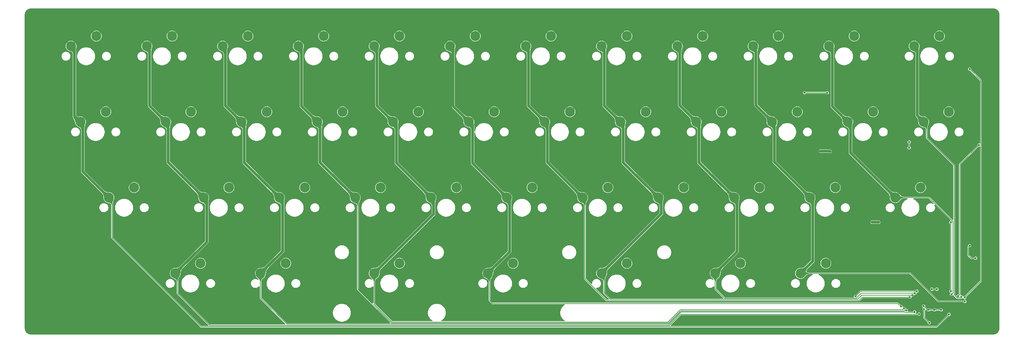
<source format=gbr>
%TF.GenerationSoftware,KiCad,Pcbnew,8.0.8*%
%TF.CreationDate,2025-06-07T17:32:43+02:00*%
%TF.ProjectId,PancakeXXL V2-rounded,50616e63-616b-4655-9858-4c2056322d72,rev?*%
%TF.SameCoordinates,Original*%
%TF.FileFunction,Copper,L1,Top*%
%TF.FilePolarity,Positive*%
%FSLAX46Y46*%
G04 Gerber Fmt 4.6, Leading zero omitted, Abs format (unit mm)*
G04 Created by KiCad (PCBNEW 8.0.8) date 2025-06-07 17:32:43*
%MOMM*%
%LPD*%
G01*
G04 APERTURE LIST*
%TA.AperFunction,ComponentPad*%
%ADD10C,2.500000*%
%TD*%
%TA.AperFunction,ViaPad*%
%ADD11C,0.600000*%
%TD*%
%TA.AperFunction,Conductor*%
%ADD12C,0.177800*%
%TD*%
%TA.AperFunction,Conductor*%
%ADD13C,0.635000*%
%TD*%
G04 APERTURE END LIST*
D10*
%TO.P,MX16,1,COL*%
%TO.N,Col3*%
X97631250Y-50403125D03*
%TO.P,MX16,2,ROW*%
%TO.N,Net-(D16-A)*%
X103981250Y-47863125D03*
%TD*%
%TO.P,MX32,1,COL*%
%TO.N,Col7*%
X183356250Y-69453125D03*
%TO.P,MX32,2,ROW*%
%TO.N,Net-(D32-A)*%
X189706250Y-66913125D03*
%TD*%
%TO.P,MX12,1,COL*%
%TO.N,Col11*%
X247650000Y-31353125D03*
%TO.P,MX12,2,ROW*%
%TO.N,Net-(D12-A)*%
X254000000Y-28813125D03*
%TD*%
%TO.P,MX6,1,COL*%
%TO.N,Col5*%
X130968750Y-31353125D03*
%TO.P,MX6,2,ROW*%
%TO.N,Net-(D6-A)*%
X137318750Y-28813125D03*
%TD*%
%TO.P,MX27,1,COL*%
%TO.N,Col2*%
X88106250Y-69453125D03*
%TO.P,MX27,2,ROW*%
%TO.N,Net-(D27-A)*%
X94456250Y-66913125D03*
%TD*%
%TO.P,MX35,1,COL*%
%TO.N,Col10*%
X242887500Y-69453125D03*
%TO.P,MX35,2,ROW*%
%TO.N,Net-(D35-A)*%
X249237500Y-66913125D03*
%TD*%
%TO.P,MX38,1,COL*%
%TO.N,Col4*%
X111918750Y-88503125D03*
%TO.P,MX38,2,ROW*%
%TO.N,Net-(D38-A)*%
X118268750Y-85963125D03*
%TD*%
%TO.P,MX28,1,COL*%
%TO.N,Col3*%
X107156250Y-69453125D03*
%TO.P,MX28,2,ROW*%
%TO.N,Net-(D28-A)*%
X113506250Y-66913125D03*
%TD*%
%TO.P,MX40,1,COL*%
%TO.N,Col7*%
X169068750Y-88503125D03*
%TO.P,MX40,2,ROW*%
%TO.N,Net-(D40-A)*%
X175418750Y-85963125D03*
%TD*%
%TO.P,MX1,1,COL*%
%TO.N,Col0*%
X35718750Y-31353125D03*
%TO.P,MX1,2,ROW*%
%TO.N,Net-(D1-A)*%
X42068750Y-28813125D03*
%TD*%
%TO.P,MX31,1,COL*%
%TO.N,Col6*%
X164306250Y-69453125D03*
%TO.P,MX31,2,ROW*%
%TO.N,Net-(D31-A)*%
X170656250Y-66913125D03*
%TD*%
%TO.P,MX36,1,COL*%
%TO.N,Col1*%
X61912500Y-88503125D03*
%TO.P,MX36,2,ROW*%
%TO.N,Net-(D36-A)*%
X68262500Y-85963125D03*
%TD*%
%TO.P,MX42,1,COL*%
%TO.N,Col9*%
X219075000Y-88503125D03*
%TO.P,MX42,2,ROW*%
%TO.N,Net-(D42-A)*%
X225425000Y-85963125D03*
%TD*%
%TO.P,MX26,1,COL*%
%TO.N,Col1*%
X69056250Y-69453125D03*
%TO.P,MX26,2,ROW*%
%TO.N,Net-(D26-A)*%
X75406250Y-66913125D03*
%TD*%
%TO.P,MX34,1,COL*%
%TO.N,Col9*%
X221456250Y-69453125D03*
%TO.P,MX34,2,ROW*%
%TO.N,Net-(D34-A)*%
X227806250Y-66913125D03*
%TD*%
%TO.P,MX37,1,COL*%
%TO.N,Col2*%
X83343750Y-88503125D03*
%TO.P,MX37,2,ROW*%
%TO.N,Net-(D37-A)*%
X89693750Y-85963125D03*
%TD*%
%TO.P,MX10,1,COL*%
%TO.N,Col9*%
X207168750Y-31353125D03*
%TO.P,MX10,2,ROW*%
%TO.N,Net-(D10-A)*%
X213518750Y-28813125D03*
%TD*%
%TO.P,MX20,1,COL*%
%TO.N,Col7*%
X173831250Y-50403125D03*
%TO.P,MX20,2,ROW*%
%TO.N,Net-(D20-A)*%
X180181250Y-47863125D03*
%TD*%
%TO.P,MX30,1,COL*%
%TO.N,Col5*%
X145256250Y-69453125D03*
%TO.P,MX30,2,ROW*%
%TO.N,Net-(D30-A)*%
X151606250Y-66913125D03*
%TD*%
%TO.P,MX23,1,COL*%
%TO.N,Col10*%
X230981250Y-50403125D03*
%TO.P,MX23,2,ROW*%
%TO.N,Net-(D23-A)*%
X237331250Y-47863125D03*
%TD*%
%TO.P,MX13,1,COL*%
%TO.N,Col0*%
X38100000Y-50403125D03*
%TO.P,MX13,2,ROW*%
%TO.N,Net-(D13-A)*%
X44450000Y-47863125D03*
%TD*%
%TO.P,MX2,1,COL*%
%TO.N,Col1*%
X54768750Y-31353125D03*
%TO.P,MX2,2,ROW*%
%TO.N,Net-(D2-A)*%
X61118750Y-28813125D03*
%TD*%
%TO.P,MX18,1,COL*%
%TO.N,Col5*%
X135731250Y-50403125D03*
%TO.P,MX18,2,ROW*%
%TO.N,Net-(D18-A)*%
X142081250Y-47863125D03*
%TD*%
%TO.P,MX24,1,COL*%
%TO.N,Col11*%
X250031250Y-50403125D03*
%TO.P,MX24,2,ROW*%
%TO.N,Net-(D24-A)*%
X256381250Y-47863125D03*
%TD*%
%TO.P,MX7,1,COL*%
%TO.N,Col6*%
X150018750Y-31353125D03*
%TO.P,MX7,2,ROW*%
%TO.N,Net-(D7-A)*%
X156368750Y-28813125D03*
%TD*%
%TO.P,MX5,1,COL*%
%TO.N,Col4*%
X111918750Y-31353125D03*
%TO.P,MX5,2,ROW*%
%TO.N,Net-(D5-A)*%
X118268750Y-28813125D03*
%TD*%
%TO.P,MX33,1,COL*%
%TO.N,Col8*%
X202406250Y-69453125D03*
%TO.P,MX33,2,ROW*%
%TO.N,Net-(D33-A)*%
X208756250Y-66913125D03*
%TD*%
%TO.P,MX4,1,COL*%
%TO.N,Col3*%
X92868750Y-31353125D03*
%TO.P,MX4,2,ROW*%
%TO.N,Net-(D4-A)*%
X99218750Y-28813125D03*
%TD*%
%TO.P,MX11,1,COL*%
%TO.N,Col10*%
X226218750Y-31353125D03*
%TO.P,MX11,2,ROW*%
%TO.N,Net-(D11-A)*%
X232568750Y-28813125D03*
%TD*%
%TO.P,MX9,1,COL*%
%TO.N,Col8*%
X188118750Y-31353125D03*
%TO.P,MX9,2,ROW*%
%TO.N,Net-(D9-A)*%
X194468750Y-28813125D03*
%TD*%
%TO.P,MX19,1,COL*%
%TO.N,Col6*%
X154781250Y-50403125D03*
%TO.P,MX19,2,ROW*%
%TO.N,Net-(D19-A)*%
X161131250Y-47863125D03*
%TD*%
%TO.P,MX14,1,COL*%
%TO.N,Col1*%
X59531250Y-50403125D03*
%TO.P,MX14,2,ROW*%
%TO.N,Net-(D14-A)*%
X65881250Y-47863125D03*
%TD*%
%TO.P,MX39,1,COL*%
%TO.N,Col5*%
X140493750Y-88503125D03*
%TO.P,MX39,2,ROW*%
%TO.N,Net-(D39-A)*%
X146843750Y-85963125D03*
%TD*%
%TO.P,MX17,1,COL*%
%TO.N,Col4*%
X116681250Y-50403125D03*
%TO.P,MX17,2,ROW*%
%TO.N,Net-(D17-A)*%
X123031250Y-47863125D03*
%TD*%
%TO.P,MX22,1,COL*%
%TO.N,Col9*%
X211931250Y-50403125D03*
%TO.P,MX22,2,ROW*%
%TO.N,Net-(D22-A)*%
X218281250Y-47863125D03*
%TD*%
%TO.P,MX41,1,COL*%
%TO.N,Col8*%
X197643750Y-88503125D03*
%TO.P,MX41,2,ROW*%
%TO.N,Net-(D41-A)*%
X203993750Y-85963125D03*
%TD*%
%TO.P,MX21,1,COL*%
%TO.N,Col8*%
X192881250Y-50403125D03*
%TO.P,MX21,2,ROW*%
%TO.N,Net-(D21-A)*%
X199231250Y-47863125D03*
%TD*%
%TO.P,MX8,1,COL*%
%TO.N,Col7*%
X169068750Y-31353125D03*
%TO.P,MX8,2,ROW*%
%TO.N,Net-(D8-A)*%
X175418750Y-28813125D03*
%TD*%
%TO.P,MX29,1,COL*%
%TO.N,Col4*%
X126206250Y-69453125D03*
%TO.P,MX29,2,ROW*%
%TO.N,Net-(D29-A)*%
X132556250Y-66913125D03*
%TD*%
%TO.P,MX3,1,COL*%
%TO.N,Col2*%
X73818750Y-31353125D03*
%TO.P,MX3,2,ROW*%
%TO.N,Net-(D3-A)*%
X80168750Y-28813125D03*
%TD*%
%TO.P,MX15,1,COL*%
%TO.N,Col2*%
X78581250Y-50403125D03*
%TO.P,MX15,2,ROW*%
%TO.N,Net-(D15-A)*%
X84931250Y-47863125D03*
%TD*%
%TO.P,MX25,1,COL*%
%TO.N,Col0*%
X45243750Y-69453125D03*
%TO.P,MX25,2,ROW*%
%TO.N,Net-(D25-A)*%
X51593750Y-66913125D03*
%TD*%
D11*
%TO.N,Row0*%
X260331250Y-94525000D03*
X261581250Y-37125000D03*
%TO.N,Row1*%
X223981250Y-57725000D03*
X226531250Y-57825000D03*
X263931250Y-56225000D03*
X258681250Y-94225000D03*
%TO.N,Row2*%
X237081250Y-75625000D03*
X238731250Y-75625000D03*
X256881250Y-75627500D03*
X256881250Y-92963900D03*
%TO.N,Row3*%
X248321491Y-92976683D03*
X232881250Y-94275000D03*
%TO.N,Col0*%
X256381250Y-98825000D03*
%TO.N,Col1*%
X248881250Y-98725000D03*
%TO.N,Col2*%
X247731250Y-98225000D03*
%TO.N,Col3*%
X245681250Y-97813900D03*
%TO.N,Col4*%
X245081250Y-97325000D03*
%TO.N,Col5*%
X244331250Y-96825000D03*
%TO.N,Col6*%
X246569365Y-94463900D03*
%TO.N,Col7*%
X247193405Y-93963900D03*
%TO.N,Col8*%
X247831258Y-93476358D03*
%TO.N,Col9*%
X260381250Y-95525000D03*
%TO.N,Col10*%
X257045705Y-93789455D03*
%TO.N,Col11*%
X259531250Y-94425000D03*
%TO.N,GND*%
X258943750Y-101062500D03*
X244981250Y-89475000D03*
X259681250Y-86975000D03*
X251031250Y-88550000D03*
X252931250Y-100925000D03*
X252593750Y-95075000D03*
X255331250Y-100925000D03*
X241706250Y-95350000D03*
X261681250Y-88575000D03*
X255931250Y-83875000D03*
%TO.N,VBUS*%
X225806250Y-43075000D03*
X220056250Y-43061100D03*
X246381250Y-55463125D03*
X246381250Y-56898125D03*
%TO.N,+3V3*%
X254431250Y-97675000D03*
X251231250Y-97675000D03*
X252731250Y-97675000D03*
X253331250Y-92475000D03*
X250031250Y-96725000D03*
X252081250Y-92475000D03*
%TO.N,Net-(R2-Pad1)*%
X261581250Y-81525000D03*
X263081250Y-84675000D03*
%TO.N,Net-(U2-RUN)*%
X251431250Y-100925000D03*
X250131250Y-97575000D03*
%TD*%
D12*
%TO.N,Row0*%
X264420150Y-90436100D02*
X264420150Y-39963900D01*
X260331250Y-94525000D02*
X264420150Y-90436100D01*
X264420150Y-39963900D02*
X261581250Y-37125000D01*
%TO.N,Row1*%
X259131250Y-93775000D02*
X258681250Y-94225000D01*
D13*
X223981250Y-57725000D02*
X226431250Y-57725000D01*
D12*
X259131250Y-61025000D02*
X259131250Y-93775000D01*
X263931250Y-56225000D02*
X259131250Y-61025000D01*
D13*
X226431250Y-57725000D02*
X226531250Y-57825000D01*
D12*
%TO.N,Row2*%
X256881250Y-75627500D02*
X256881250Y-92963900D01*
D13*
X237081250Y-75625000D02*
X238731250Y-75625000D01*
D12*
%TO.N,Row3*%
X234179567Y-92976683D02*
X232881250Y-94275000D01*
X248321491Y-92976683D02*
X234179567Y-92976683D01*
D13*
%TO.N,Col0*%
X38100000Y-50403125D02*
X38681250Y-50984375D01*
X36581250Y-48884375D02*
X38100000Y-50403125D01*
X38681250Y-62890625D02*
X45243750Y-69453125D01*
X36581250Y-32215625D02*
X36581250Y-48884375D01*
D12*
X256381250Y-98825000D02*
X253303450Y-101902800D01*
D13*
X38681250Y-50984375D02*
X38681250Y-62890625D01*
D12*
X46031250Y-79525000D02*
X46031250Y-70240625D01*
X68409050Y-101902800D02*
X46031250Y-79525000D01*
X46031250Y-70240625D02*
X45243750Y-69453125D01*
X253303450Y-101902800D02*
X68409050Y-101902800D01*
D13*
X35718750Y-31353125D02*
X36581250Y-32215625D01*
D12*
%TO.N,Col1*%
X248881250Y-98725000D02*
X248781250Y-98825000D01*
D13*
X59531250Y-50403125D02*
X55481250Y-46353125D01*
X55481250Y-32065625D02*
X54768750Y-31353125D01*
X61912500Y-88503125D02*
X69831250Y-80584375D01*
X60131250Y-51003125D02*
X59531250Y-50403125D01*
X69831250Y-80584375D02*
X69831250Y-70228125D01*
D12*
X248781250Y-98825000D02*
X188882607Y-98825000D01*
D13*
X69831250Y-70228125D02*
X69056250Y-69453125D01*
D12*
X62431250Y-93425000D02*
X62431250Y-89021875D01*
X186128232Y-101579375D02*
X70585625Y-101579375D01*
D13*
X69056250Y-69453125D02*
X60131250Y-60528125D01*
X55481250Y-46353125D02*
X55481250Y-32065625D01*
D12*
X70585625Y-101579375D02*
X62431250Y-93425000D01*
X62431250Y-89021875D02*
X61912500Y-88503125D01*
D13*
X60131250Y-60528125D02*
X60131250Y-51003125D01*
D12*
X188882607Y-98825000D02*
X186128232Y-101579375D01*
%TO.N,Col2*%
X90007825Y-101301575D02*
X83343750Y-94637500D01*
X245259929Y-98230600D02*
X189084139Y-98230600D01*
X247731250Y-98225000D02*
X247653450Y-98302800D01*
X83343750Y-94637500D02*
X83343750Y-88503125D01*
D13*
X83343750Y-88503125D02*
X88881250Y-82965625D01*
X88881250Y-82965625D02*
X88881250Y-70228125D01*
X73818750Y-31353125D02*
X74481250Y-32015625D01*
X78581250Y-50403125D02*
X79281250Y-51103125D01*
D12*
X186013164Y-101301575D02*
X90007825Y-101301575D01*
X189084139Y-98230600D02*
X186013164Y-101301575D01*
D13*
X79281250Y-60628125D02*
X88106250Y-69453125D01*
X79281250Y-51103125D02*
X79281250Y-60628125D01*
X88881250Y-70228125D02*
X88106250Y-69453125D01*
D12*
X247653450Y-98302800D02*
X245332129Y-98302800D01*
D13*
X74481250Y-46303125D02*
X78581250Y-50403125D01*
X74481250Y-32015625D02*
X74481250Y-46303125D01*
D12*
X245332129Y-98302800D02*
X245259929Y-98230600D01*
%TO.N,Col3*%
X185898095Y-101023775D02*
X116287156Y-101023775D01*
D13*
X93631250Y-32115625D02*
X92868750Y-31353125D01*
X97631250Y-50403125D02*
X93631250Y-46403125D01*
D12*
X188969070Y-97952800D02*
X185898095Y-101023775D01*
D13*
X98331250Y-60628125D02*
X98331250Y-51103125D01*
D12*
X245144860Y-97952800D02*
X188969070Y-97952800D01*
X107831250Y-70128125D02*
X107156250Y-69453125D01*
D13*
X93631250Y-46403125D02*
X93631250Y-32115625D01*
X98331250Y-51103125D02*
X97631250Y-50403125D01*
X107156250Y-69453125D02*
X98331250Y-60628125D01*
D12*
X116287156Y-101023775D02*
X107831250Y-92567869D01*
X107831250Y-92567869D02*
X107831250Y-70128125D01*
X245681250Y-97813900D02*
X245482505Y-97615155D01*
X245482505Y-97615155D02*
X245144860Y-97952800D01*
%TO.N,Col4*%
X245081250Y-97325000D02*
X244731250Y-97675000D01*
D13*
X112581250Y-46303125D02*
X116681250Y-50403125D01*
D12*
X185783027Y-100745975D02*
X116402225Y-100745975D01*
D13*
X116681250Y-50403125D02*
X117481250Y-51203125D01*
D12*
X244731250Y-97675000D02*
X188854002Y-97675000D01*
D13*
X111918750Y-31353125D02*
X112581250Y-32015625D01*
X126831250Y-70078125D02*
X126206250Y-69453125D01*
X117481250Y-51203125D02*
X117481250Y-60728125D01*
D12*
X116402225Y-100745975D02*
X111918750Y-96262500D01*
D13*
X111918750Y-88503125D02*
X126831250Y-73590625D01*
D12*
X188854002Y-97675000D02*
X185783027Y-100745975D01*
D13*
X117481250Y-60728125D02*
X126206250Y-69453125D01*
X126831250Y-73590625D02*
X126831250Y-70078125D01*
D12*
X111918750Y-96262500D02*
X111918750Y-88503125D01*
D13*
X112581250Y-32015625D02*
X112581250Y-46303125D01*
%TO.N,Col5*%
X145931250Y-83065625D02*
X145931250Y-70128125D01*
X140493750Y-88503125D02*
X145931250Y-83065625D01*
X135731250Y-50403125D02*
X131781250Y-46453125D01*
D12*
X140931250Y-88940625D02*
X140493750Y-88503125D01*
D13*
X131781250Y-46453125D02*
X131781250Y-32165625D01*
D12*
X243586625Y-96080375D02*
X141636625Y-96080375D01*
D13*
X136631250Y-60828125D02*
X136631250Y-51303125D01*
D12*
X141636625Y-96080375D02*
X140931250Y-95375000D01*
X244331250Y-96825000D02*
X243586625Y-96080375D01*
X140931250Y-95375000D02*
X140931250Y-88940625D01*
D13*
X131781250Y-32165625D02*
X130968750Y-31353125D01*
X145256250Y-69453125D02*
X136631250Y-60828125D01*
X145931250Y-70128125D02*
X145256250Y-69453125D01*
X136631250Y-51303125D02*
X135731250Y-50403125D01*
%TO.N,Col6*%
X155431250Y-51053125D02*
X155431250Y-60578125D01*
X155431250Y-60578125D02*
X164306250Y-69453125D01*
D12*
X164881250Y-89842339D02*
X164881250Y-70028125D01*
X233786750Y-95319500D02*
X170358411Y-95319500D01*
X170358411Y-95319500D02*
X164881250Y-89842339D01*
X246569365Y-94463900D02*
X234642350Y-94463900D01*
D13*
X150018750Y-31353125D02*
X150731250Y-32065625D01*
X150731250Y-46353125D02*
X154781250Y-50403125D01*
X154781250Y-50403125D02*
X155431250Y-51053125D01*
X150731250Y-32065625D02*
X150731250Y-46353125D01*
D12*
X164881250Y-70028125D02*
X164306250Y-69453125D01*
X234642350Y-94463900D02*
X233786750Y-95319500D01*
%TO.N,Col7*%
X234531250Y-93975000D02*
X233464550Y-95041700D01*
D13*
X184081250Y-73490625D02*
X184081250Y-70178125D01*
D12*
X233464550Y-95041700D02*
X171297950Y-95041700D01*
X171297950Y-95041700D02*
X169731250Y-93475000D01*
D13*
X184081250Y-70178125D02*
X183356250Y-69453125D01*
D12*
X247182305Y-93975000D02*
X234531250Y-93975000D01*
D13*
X173831250Y-50403125D02*
X169781250Y-46353125D01*
X169781250Y-46353125D02*
X169781250Y-32065625D01*
D12*
X169731250Y-93475000D02*
X169731250Y-89165625D01*
D13*
X174531250Y-51103125D02*
X173831250Y-50403125D01*
X169068750Y-88503125D02*
X184081250Y-73490625D01*
X169781250Y-32065625D02*
X169068750Y-31353125D01*
X183356250Y-69453125D02*
X174531250Y-60628125D01*
D12*
X247193405Y-93963900D02*
X247182305Y-93975000D01*
X169731250Y-89165625D02*
X169068750Y-88503125D01*
D13*
X174531250Y-60628125D02*
X174531250Y-51103125D01*
%TO.N,Col8*%
X203081250Y-83065625D02*
X197643750Y-88503125D01*
D12*
X247829900Y-93475000D02*
X234372660Y-93475000D01*
D13*
X188731250Y-46253125D02*
X192881250Y-50403125D01*
D12*
X200020150Y-94763900D02*
X197643750Y-92387500D01*
D13*
X193581250Y-60628125D02*
X202406250Y-69453125D01*
X188118750Y-31353125D02*
X188731250Y-31965625D01*
X188731250Y-31965625D02*
X188731250Y-46253125D01*
X202406250Y-69453125D02*
X203081250Y-70128125D01*
X203081250Y-70128125D02*
X203081250Y-83065625D01*
X193581250Y-51103125D02*
X193581250Y-60628125D01*
D12*
X197643750Y-92387500D02*
X197643750Y-88503125D01*
X234372660Y-93475000D02*
X233083760Y-94763900D01*
X247831258Y-93476358D02*
X247829900Y-93475000D01*
D13*
X192881250Y-50403125D02*
X193581250Y-51103125D01*
D12*
X233083760Y-94763900D02*
X200020150Y-94763900D01*
D13*
%TO.N,Col9*%
X211931250Y-50403125D02*
X211931250Y-50275000D01*
X221456250Y-69453125D02*
X212481250Y-60478125D01*
X211931250Y-50275000D02*
X207881250Y-46225000D01*
X222131250Y-70128125D02*
X221456250Y-69453125D01*
X212481250Y-60478125D02*
X212481250Y-50953125D01*
X207881250Y-32065625D02*
X207168750Y-31353125D01*
D12*
X246713285Y-88503125D02*
X219075000Y-88503125D01*
D13*
X212481250Y-50953125D02*
X211931250Y-50403125D01*
X207881250Y-46225000D02*
X207881250Y-32065625D01*
D12*
X260381250Y-95525000D02*
X253735160Y-95525000D01*
X253735160Y-95525000D02*
X246713285Y-88503125D01*
D13*
X222131250Y-85446875D02*
X222131250Y-70128125D01*
X219075000Y-88503125D02*
X222131250Y-85446875D01*
%TO.N,Col10*%
X227081250Y-32215625D02*
X227081250Y-46503125D01*
X226218750Y-31353125D02*
X227081250Y-32215625D01*
D12*
X257370150Y-75424990D02*
X251398285Y-69453125D01*
X251398285Y-69453125D02*
X242887500Y-69453125D01*
X257045705Y-93789455D02*
X257370150Y-93465010D01*
X257370150Y-93465010D02*
X257370150Y-75424990D01*
D13*
X231631250Y-51053125D02*
X231631250Y-58196875D01*
X231631250Y-58196875D02*
X242887500Y-69453125D01*
X230981250Y-50403125D02*
X231631250Y-51053125D01*
X227081250Y-46503125D02*
X230981250Y-50403125D01*
%TO.N,Col11*%
X248431250Y-32134375D02*
X247650000Y-31353125D01*
D12*
X258478740Y-94713900D02*
X257681250Y-93916410D01*
D13*
X250031250Y-50403125D02*
X248431250Y-48803125D01*
D12*
X259531250Y-94425000D02*
X259242350Y-94713900D01*
D13*
X248431250Y-48803125D02*
X248431250Y-32134375D01*
D12*
X250831250Y-51203125D02*
X250031250Y-50403125D01*
X250831250Y-54425000D02*
X250831250Y-51203125D01*
X257681250Y-93916410D02*
X257681250Y-61275000D01*
X259242350Y-94713900D02*
X258478740Y-94713900D01*
X257681250Y-61275000D02*
X250831250Y-54425000D01*
%TO.N,VBUS*%
X220056250Y-43061100D02*
X220070150Y-43075000D01*
X220070150Y-43075000D02*
X225806250Y-43075000D01*
X246381250Y-55463125D02*
X246381250Y-56898125D01*
%TO.N,+3V3*%
X252731250Y-97675000D02*
X251231250Y-97675000D01*
X254431250Y-97675000D02*
X252731250Y-97675000D01*
X252081250Y-92475000D02*
X253331250Y-92475000D01*
X250981250Y-97675000D02*
X250031250Y-96725000D01*
X251231250Y-97675000D02*
X250981250Y-97675000D01*
%TO.N,Net-(R2-Pad1)*%
X263081250Y-84675000D02*
X261981250Y-84675000D01*
X261181250Y-83875000D02*
X261181250Y-81925000D01*
X261181250Y-81925000D02*
X261581250Y-81525000D01*
X261981250Y-84675000D02*
X261181250Y-83875000D01*
%TO.N,Net-(U2-RUN)*%
X250131250Y-97575000D02*
X250131250Y-99625000D01*
X250131250Y-99625000D02*
X251431250Y-100925000D01*
%TD*%
%TA.AperFunction,Conductor*%
%TO.N,Col1*%
G36*
X63276469Y-86705319D02*
G01*
X63710308Y-87139158D01*
X63713735Y-87147431D01*
X63710993Y-87154957D01*
X63439882Y-87477641D01*
X63283833Y-87778075D01*
X63283830Y-87778083D01*
X63207738Y-88068623D01*
X63207736Y-88068633D01*
X63169579Y-88369904D01*
X63169579Y-88369908D01*
X63128873Y-88690464D01*
X63124431Y-88698239D01*
X63115792Y-88700597D01*
X63115379Y-88700537D01*
X61920227Y-88505210D01*
X61912615Y-88500493D01*
X61910540Y-88495378D01*
X61891949Y-88369904D01*
X61731070Y-87284083D01*
X61733248Y-87275398D01*
X61740929Y-87270795D01*
X61741262Y-87270751D01*
X62061048Y-87234308D01*
X62359745Y-87199177D01*
X62646523Y-87125511D01*
X62942522Y-86972099D01*
X63260667Y-86704635D01*
X63269205Y-86701936D01*
X63276469Y-86705319D01*
G37*
%TD.AperFunction*%
%TD*%
%TA.AperFunction,Conductor*%
%TO.N,Col1*%
G36*
X54776940Y-31354584D02*
G01*
X55945236Y-31705352D01*
X55952175Y-31711013D01*
X55953186Y-31719540D01*
X55873323Y-32022574D01*
X55826012Y-32300921D01*
X55804339Y-32587637D01*
X55804338Y-32587658D01*
X55798515Y-32926741D01*
X55798744Y-33350530D01*
X55795322Y-33358805D01*
X55787050Y-33362236D01*
X55173339Y-33362236D01*
X55165066Y-33358809D01*
X55161867Y-33352833D01*
X55161406Y-33350530D01*
X55092276Y-33005304D01*
X54905576Y-32782674D01*
X54645225Y-32639655D01*
X54516479Y-32587658D01*
X54353332Y-32521767D01*
X54352293Y-32521287D01*
X54081558Y-32379778D01*
X54075814Y-32372909D01*
X54076609Y-32363989D01*
X54077322Y-32362803D01*
X54119657Y-32300921D01*
X54763921Y-31359183D01*
X54771419Y-31354291D01*
X54776940Y-31354584D01*
G37*
%TD.AperFunction*%
%TD*%
%TA.AperFunction,Conductor*%
%TO.N,Col4*%
G36*
X117870178Y-50684931D02*
G01*
X117877433Y-50690179D01*
X117878954Y-50698550D01*
X117819675Y-51002905D01*
X117819673Y-51002918D01*
X117792643Y-51281587D01*
X117788090Y-51567713D01*
X117794098Y-51905394D01*
X117794099Y-51905476D01*
X117798623Y-52326989D01*
X117795285Y-52335299D01*
X117787050Y-52338814D01*
X117786924Y-52338815D01*
X117173170Y-52338815D01*
X117164897Y-52335388D01*
X117161740Y-52329614D01*
X117091103Y-52006225D01*
X116901511Y-51810203D01*
X116901510Y-51810202D01*
X116637485Y-51695158D01*
X116342149Y-51605685D01*
X116341010Y-51605275D01*
X116068482Y-51490795D01*
X116062182Y-51484432D01*
X116062227Y-51475478D01*
X116062873Y-51474174D01*
X116676893Y-50409678D01*
X116683994Y-50404225D01*
X116689734Y-50404143D01*
X117870178Y-50684931D01*
G37*
%TD.AperFunction*%
%TD*%
%TA.AperFunction,Conductor*%
%TO.N,Col6*%
G36*
X162958082Y-67654636D02*
G01*
X163122134Y-67792554D01*
X163276226Y-67922099D01*
X163572225Y-68075511D01*
X163859004Y-68149177D01*
X164157700Y-68184308D01*
X164477431Y-68220745D01*
X164485262Y-68225086D01*
X164487730Y-68233694D01*
X164487679Y-68234084D01*
X164308209Y-69445378D01*
X164303606Y-69453059D01*
X164298522Y-69455210D01*
X163103369Y-69650536D01*
X163094652Y-69648488D01*
X163089935Y-69640876D01*
X163089875Y-69640463D01*
X163066077Y-69453059D01*
X163049169Y-69319907D01*
X163011011Y-69018633D01*
X162934916Y-68728077D01*
X162778868Y-68427645D01*
X162507755Y-68104956D01*
X162505058Y-68096419D01*
X162508440Y-68089159D01*
X162942281Y-67655318D01*
X162950553Y-67651892D01*
X162958082Y-67654636D01*
G37*
%TD.AperFunction*%
%TD*%
%TA.AperFunction,Conductor*%
%TO.N,Col5*%
G36*
X136933114Y-50612149D02*
G01*
X136940673Y-50616948D01*
X136942713Y-50625088D01*
X136905369Y-50931807D01*
X136905368Y-50931820D01*
X136901635Y-51211067D01*
X136901635Y-51211072D01*
X136917714Y-51496616D01*
X136938454Y-51833142D01*
X136938473Y-51833584D01*
X136948465Y-52254068D01*
X136945235Y-52262420D01*
X136937046Y-52266043D01*
X136936768Y-52266046D01*
X136322970Y-52266046D01*
X136314697Y-52262619D01*
X136311594Y-52257082D01*
X136293668Y-52182562D01*
X136235878Y-51942313D01*
X136033666Y-51764806D01*
X136033664Y-51764805D01*
X135754219Y-51672794D01*
X135754216Y-51672793D01*
X135754212Y-51672792D01*
X135754197Y-51672788D01*
X135445348Y-51605695D01*
X135443940Y-51605296D01*
X135164775Y-51506815D01*
X135158113Y-51500831D01*
X135157633Y-51491889D01*
X135158309Y-51490340D01*
X135727280Y-50409664D01*
X135734166Y-50403942D01*
X135739645Y-50403592D01*
X136933114Y-50612149D01*
G37*
%TD.AperFunction*%
%TD*%
%TA.AperFunction,Conductor*%
%TO.N,Col7*%
G36*
X183364460Y-69454514D02*
G01*
X184534562Y-69795003D01*
X184541548Y-69800605D01*
X184542634Y-69809112D01*
X184465768Y-70112363D01*
X184465765Y-70112378D01*
X184421344Y-70390837D01*
X184421344Y-70390840D01*
X184402078Y-70677565D01*
X184397904Y-71016511D01*
X184398727Y-71440024D01*
X184395316Y-71448304D01*
X184387050Y-71451747D01*
X183773313Y-71451747D01*
X183765040Y-71448320D01*
X183761847Y-71442375D01*
X183691850Y-71097666D01*
X183691850Y-71097665D01*
X183504116Y-70878516D01*
X183504115Y-70878515D01*
X183504114Y-70878514D01*
X183504115Y-70878514D01*
X183242497Y-70739271D01*
X183242488Y-70739267D01*
X182949467Y-70625107D01*
X182948401Y-70624629D01*
X182677118Y-70486361D01*
X182671303Y-70479551D01*
X182672007Y-70470624D01*
X182672720Y-70469412D01*
X182725516Y-70390837D01*
X183351481Y-69459222D01*
X183358938Y-69454267D01*
X183364460Y-69454514D01*
G37*
%TD.AperFunction*%
%TD*%
%TA.AperFunction,Conductor*%
%TO.N,Col1*%
G36*
X70241698Y-69754595D02*
G01*
X70248867Y-69759961D01*
X70250246Y-69768381D01*
X70185169Y-70072438D01*
X70152336Y-70351121D01*
X70142832Y-70637527D01*
X70145392Y-70975719D01*
X70148659Y-71398001D01*
X70145296Y-71406301D01*
X70137050Y-71409792D01*
X69523243Y-71409792D01*
X69514970Y-71406365D01*
X69511794Y-71400503D01*
X69511267Y-71398001D01*
X69443501Y-71076178D01*
X69443500Y-71076176D01*
X69259704Y-70874880D01*
X69002787Y-70752977D01*
X69002784Y-70752976D01*
X68713654Y-70657705D01*
X68712673Y-70657332D01*
X68443302Y-70540868D01*
X68437068Y-70534440D01*
X68437206Y-70525486D01*
X68437805Y-70524292D01*
X69051818Y-69459807D01*
X69058919Y-69454355D01*
X69064845Y-69454318D01*
X70241698Y-69754595D01*
G37*
%TD.AperFunction*%
%TD*%
%TA.AperFunction,Conductor*%
%TO.N,Col2*%
G36*
X86758082Y-67654636D02*
G01*
X86922134Y-67792554D01*
X87076226Y-67922099D01*
X87372225Y-68075511D01*
X87659004Y-68149177D01*
X87957700Y-68184308D01*
X88277431Y-68220745D01*
X88285262Y-68225086D01*
X88287730Y-68233694D01*
X88287679Y-68234084D01*
X88108209Y-69445378D01*
X88103606Y-69453059D01*
X88098522Y-69455210D01*
X86903369Y-69650536D01*
X86894652Y-69648488D01*
X86889935Y-69640876D01*
X86889875Y-69640463D01*
X86866077Y-69453059D01*
X86849169Y-69319907D01*
X86811011Y-69018633D01*
X86734916Y-68728077D01*
X86578868Y-68427645D01*
X86307755Y-68104956D01*
X86305058Y-68096419D01*
X86308440Y-68089159D01*
X86742281Y-67655318D01*
X86750553Y-67651892D01*
X86758082Y-67654636D01*
G37*
%TD.AperFunction*%
%TD*%
%TA.AperFunction,Conductor*%
%TO.N,Col1*%
G36*
X67708082Y-67654636D02*
G01*
X67872134Y-67792554D01*
X68026226Y-67922099D01*
X68322225Y-68075511D01*
X68609004Y-68149177D01*
X68907700Y-68184308D01*
X69227431Y-68220745D01*
X69235262Y-68225086D01*
X69237730Y-68233694D01*
X69237679Y-68234084D01*
X69058209Y-69445378D01*
X69053606Y-69453059D01*
X69048522Y-69455210D01*
X67853369Y-69650536D01*
X67844652Y-69648488D01*
X67839935Y-69640876D01*
X67839875Y-69640463D01*
X67816077Y-69453059D01*
X67799169Y-69319907D01*
X67761011Y-69018633D01*
X67684916Y-68728077D01*
X67528868Y-68427645D01*
X67257755Y-68104956D01*
X67255058Y-68096419D01*
X67258440Y-68089159D01*
X67692281Y-67655318D01*
X67700553Y-67651892D01*
X67708082Y-67654636D01*
G37*
%TD.AperFunction*%
%TD*%
%TA.AperFunction,Conductor*%
%TO.N,Col7*%
G36*
X169077981Y-88505492D02*
G01*
X170232029Y-88926514D01*
X170238626Y-88932567D01*
X170239009Y-88941514D01*
X170238880Y-88941853D01*
X170112937Y-89256393D01*
X170112836Y-89256636D01*
X169997134Y-89527751D01*
X169997130Y-89527761D01*
X169904277Y-89798455D01*
X169842550Y-90122585D01*
X169842548Y-90122596D01*
X169820726Y-90543097D01*
X169816875Y-90551182D01*
X169809042Y-90554191D01*
X169651920Y-90554191D01*
X169643647Y-90550764D01*
X169640452Y-90544812D01*
X169632334Y-90504700D01*
X169567961Y-90186611D01*
X169567960Y-90186610D01*
X169567960Y-90186609D01*
X169371240Y-89967472D01*
X169091856Y-89835271D01*
X168769986Y-89728671D01*
X168768965Y-89728279D01*
X168455712Y-89590903D01*
X168449512Y-89584442D01*
X168449696Y-89575489D01*
X168450271Y-89574351D01*
X169063839Y-88510637D01*
X169070941Y-88505184D01*
X169077981Y-88505492D01*
G37*
%TD.AperFunction*%
%TD*%
%TA.AperFunction,Conductor*%
%TO.N,Col4*%
G36*
X111926273Y-88508446D02*
G01*
X112866705Y-89298544D01*
X112870835Y-89306488D01*
X112868137Y-89315027D01*
X112867595Y-89315629D01*
X112624372Y-89567477D01*
X112623896Y-89567943D01*
X112388477Y-89785438D01*
X112192046Y-90015341D01*
X112192045Y-90015342D01*
X112057533Y-90313045D01*
X112008873Y-90723811D01*
X112004496Y-90731624D01*
X111997254Y-90734135D01*
X111840246Y-90734135D01*
X111831973Y-90730708D01*
X111828627Y-90723811D01*
X111827279Y-90712439D01*
X111779966Y-90313046D01*
X111645453Y-90015344D01*
X111645452Y-90015343D01*
X111645452Y-90015342D01*
X111645451Y-90015341D01*
X111449020Y-89785438D01*
X111213601Y-89567943D01*
X111213125Y-89567477D01*
X110969904Y-89315629D01*
X110966622Y-89307297D01*
X110970192Y-89299085D01*
X110970767Y-89298567D01*
X111911225Y-88508446D01*
X111919763Y-88505749D01*
X111926273Y-88508446D01*
G37*
%TD.AperFunction*%
%TD*%
%TA.AperFunction,Conductor*%
%TO.N,Col6*%
G36*
X154789356Y-50404949D02*
G01*
X155948339Y-50808776D01*
X155955024Y-50814735D01*
X155955647Y-50823344D01*
X155860538Y-51124919D01*
X155860536Y-51124926D01*
X155798798Y-51402335D01*
X155798797Y-51402341D01*
X155765289Y-51688775D01*
X155751458Y-52028193D01*
X155748822Y-52453053D01*
X155745344Y-52461304D01*
X155737122Y-52464680D01*
X155123472Y-52464680D01*
X155115199Y-52461253D01*
X155111970Y-52455122D01*
X155108519Y-52436596D01*
X155044665Y-52093726D01*
X154863735Y-51854073D01*
X154863733Y-51854072D01*
X154863732Y-51854070D01*
X154610463Y-51692646D01*
X154610445Y-51692636D01*
X154324752Y-51556561D01*
X154323856Y-51556086D01*
X154055996Y-51398705D01*
X154050599Y-51391559D01*
X154051835Y-51382690D01*
X154052531Y-51381639D01*
X154776125Y-50409013D01*
X154783810Y-50404423D01*
X154789356Y-50404949D01*
G37*
%TD.AperFunction*%
%TD*%
%TA.AperFunction,Conductor*%
%TO.N,Col5*%
G36*
X141857719Y-86705319D02*
G01*
X142291558Y-87139158D01*
X142294985Y-87147431D01*
X142292243Y-87154957D01*
X142021132Y-87477641D01*
X141865083Y-87778075D01*
X141865080Y-87778083D01*
X141788988Y-88068623D01*
X141788986Y-88068633D01*
X141750829Y-88369904D01*
X141750829Y-88369908D01*
X141710123Y-88690464D01*
X141705681Y-88698239D01*
X141697042Y-88700597D01*
X141696629Y-88700537D01*
X140501477Y-88505210D01*
X140493865Y-88500493D01*
X140491790Y-88495378D01*
X140473199Y-88369904D01*
X140312320Y-87284083D01*
X140314498Y-87275398D01*
X140322179Y-87270795D01*
X140322512Y-87270751D01*
X140642298Y-87234308D01*
X140940995Y-87199177D01*
X141227773Y-87125511D01*
X141523772Y-86972099D01*
X141841917Y-86704635D01*
X141850455Y-86701936D01*
X141857719Y-86705319D01*
G37*
%TD.AperFunction*%
%TD*%
%TA.AperFunction,Conductor*%
%TO.N,Col3*%
G36*
X92877449Y-31354421D02*
G01*
X94052437Y-31664556D01*
X94059562Y-31669981D01*
X94060869Y-31678424D01*
X93992868Y-31982307D01*
X93957136Y-32260960D01*
X93945173Y-32547484D01*
X93945985Y-32868168D01*
X93946030Y-32885901D01*
X93946902Y-33025295D01*
X93948676Y-33308508D01*
X93945301Y-33316802D01*
X93937049Y-33320281D01*
X93323280Y-33320281D01*
X93315007Y-33316854D01*
X93311822Y-33310948D01*
X93297460Y-33241435D01*
X93244709Y-32986107D01*
X93063828Y-32782174D01*
X92810476Y-32656870D01*
X92810471Y-32656868D01*
X92810467Y-32656866D01*
X92778598Y-32645930D01*
X92524443Y-32558721D01*
X92523541Y-32558369D01*
X92255712Y-32440903D01*
X92249512Y-32434442D01*
X92249696Y-32425489D01*
X92250271Y-32424351D01*
X92864280Y-31359874D01*
X92871381Y-31354421D01*
X92877399Y-31354408D01*
X92877449Y-31354421D01*
G37*
%TD.AperFunction*%
%TD*%
%TA.AperFunction,Conductor*%
%TO.N,Col5*%
G36*
X140501461Y-88505650D02*
G01*
X141607541Y-89011363D01*
X141613640Y-89017920D01*
X141613317Y-89026869D01*
X141613028Y-89027457D01*
X141448813Y-89339223D01*
X141448477Y-89339817D01*
X141286720Y-89607757D01*
X141286717Y-89607763D01*
X141286711Y-89607775D01*
X141149965Y-89878267D01*
X141149964Y-89878269D01*
X141149963Y-89878272D01*
X141149962Y-89878273D01*
X141055440Y-90207977D01*
X141055439Y-90207979D01*
X141021003Y-90643124D01*
X141016934Y-90651101D01*
X141009339Y-90653901D01*
X140852100Y-90653901D01*
X140843827Y-90650474D01*
X140840592Y-90644311D01*
X140807467Y-90463660D01*
X140766024Y-90237642D01*
X140565982Y-89974137D01*
X140416603Y-89878273D01*
X140285626Y-89794218D01*
X140285613Y-89794211D01*
X139969058Y-89629080D01*
X139967704Y-89628253D01*
X139668424Y-89416147D01*
X139663655Y-89408567D01*
X139665643Y-89399836D01*
X139666584Y-89398674D01*
X140488000Y-88508356D01*
X140496126Y-88504601D01*
X140501461Y-88505650D01*
G37*
%TD.AperFunction*%
%TD*%
%TA.AperFunction,Conductor*%
%TO.N,Col8*%
G36*
X197651273Y-88508446D02*
G01*
X198591705Y-89298544D01*
X198595835Y-89306488D01*
X198593137Y-89315027D01*
X198592595Y-89315629D01*
X198349372Y-89567477D01*
X198348896Y-89567943D01*
X198113477Y-89785438D01*
X197917046Y-90015341D01*
X197917045Y-90015342D01*
X197782533Y-90313045D01*
X197733873Y-90723811D01*
X197729496Y-90731624D01*
X197722254Y-90734135D01*
X197565246Y-90734135D01*
X197556973Y-90730708D01*
X197553627Y-90723811D01*
X197552279Y-90712439D01*
X197504966Y-90313046D01*
X197370453Y-90015344D01*
X197370452Y-90015343D01*
X197370452Y-90015342D01*
X197370451Y-90015341D01*
X197174020Y-89785438D01*
X196938601Y-89567943D01*
X196938125Y-89567477D01*
X196694904Y-89315629D01*
X196691622Y-89307297D01*
X196695192Y-89299085D01*
X196695767Y-89298567D01*
X197636225Y-88508446D01*
X197644763Y-88505749D01*
X197651273Y-88508446D01*
G37*
%TD.AperFunction*%
%TD*%
%TA.AperFunction,Conductor*%
%TO.N,Col9*%
G36*
X210652764Y-48546352D02*
G01*
X210774482Y-48651062D01*
X210968818Y-48818244D01*
X211133580Y-48911678D01*
X211259357Y-48983006D01*
X211505869Y-49061367D01*
X211539372Y-49072018D01*
X211832087Y-49123741D01*
X211832132Y-49123748D01*
X211832142Y-49123750D01*
X211943444Y-49141663D01*
X212148884Y-49174727D01*
X212156508Y-49179425D01*
X212158576Y-49188137D01*
X212158527Y-49188422D01*
X211933532Y-50395382D01*
X211928647Y-50402887D01*
X211923423Y-50404855D01*
X210719429Y-50549261D01*
X210710807Y-50546843D01*
X210706419Y-50539037D01*
X210706368Y-50538510D01*
X210695749Y-50395382D01*
X210682574Y-50217800D01*
X210663855Y-49913643D01*
X210606312Y-49619703D01*
X210465136Y-49317433D01*
X210359226Y-49188137D01*
X210202237Y-48996482D01*
X210199645Y-48987910D01*
X210203014Y-48980796D01*
X210636862Y-48546948D01*
X210645134Y-48543522D01*
X210652764Y-48546352D01*
G37*
%TD.AperFunction*%
%TD*%
%TA.AperFunction,Conductor*%
%TO.N,Col9*%
G36*
X220108082Y-67654636D02*
G01*
X220272134Y-67792554D01*
X220426226Y-67922099D01*
X220722225Y-68075511D01*
X221009004Y-68149177D01*
X221307700Y-68184308D01*
X221627431Y-68220745D01*
X221635262Y-68225086D01*
X221637730Y-68233694D01*
X221637679Y-68234084D01*
X221458209Y-69445378D01*
X221453606Y-69453059D01*
X221448522Y-69455210D01*
X220253369Y-69650536D01*
X220244652Y-69648488D01*
X220239935Y-69640876D01*
X220239875Y-69640463D01*
X220216077Y-69453059D01*
X220199169Y-69319907D01*
X220161011Y-69018633D01*
X220084916Y-68728077D01*
X219928868Y-68427645D01*
X219657755Y-68104956D01*
X219655058Y-68096419D01*
X219658440Y-68089159D01*
X220092281Y-67655318D01*
X220100553Y-67651892D01*
X220108082Y-67654636D01*
G37*
%TD.AperFunction*%
%TD*%
%TA.AperFunction,Conductor*%
%TO.N,Col10*%
G36*
X227416152Y-31587158D02*
G01*
X227423610Y-31592114D01*
X227425472Y-31600349D01*
X227380415Y-31905304D01*
X227380415Y-31905308D01*
X227367916Y-32183587D01*
X227367916Y-32183619D01*
X227375924Y-32468570D01*
X227390758Y-32804602D01*
X227390767Y-32804902D01*
X227398530Y-33224455D01*
X227395257Y-33232790D01*
X227387048Y-33236369D01*
X227386832Y-33236371D01*
X226773027Y-33236371D01*
X226764754Y-33232944D01*
X226761635Y-33227338D01*
X226687414Y-32910329D01*
X226687414Y-32910328D01*
X226572622Y-32804602D01*
X226488963Y-32727549D01*
X226488957Y-32727545D01*
X226214231Y-32628646D01*
X226214222Y-32628643D01*
X226214216Y-32628641D01*
X226139605Y-32610449D01*
X225909701Y-32554392D01*
X225908344Y-32553972D01*
X225631792Y-32449669D01*
X225625261Y-32443543D01*
X225624974Y-32434593D01*
X225625663Y-32433094D01*
X226214634Y-31359625D01*
X226221618Y-31354021D01*
X226227146Y-31353773D01*
X227416152Y-31587158D01*
G37*
%TD.AperFunction*%
%TD*%
%TA.AperFunction,Conductor*%
%TO.N,Col5*%
G36*
X132159399Y-31625226D02*
G01*
X132166695Y-31630415D01*
X132168286Y-31638760D01*
X132111879Y-31943265D01*
X132087753Y-32221892D01*
X132087753Y-32221904D01*
X132086176Y-32440759D01*
X132085692Y-32507841D01*
X132093443Y-32845246D01*
X132093445Y-32845372D01*
X132098605Y-33266483D01*
X132095280Y-33274797D01*
X132087049Y-33278325D01*
X132086906Y-33278326D01*
X131473134Y-33278326D01*
X131464861Y-33274899D01*
X131461713Y-33269165D01*
X131389913Y-32946201D01*
X131389913Y-32946200D01*
X131197439Y-32752820D01*
X130929884Y-32641235D01*
X130929885Y-32641235D01*
X130929882Y-32641234D01*
X130631419Y-32554675D01*
X130630203Y-32554248D01*
X130356074Y-32440759D01*
X130349740Y-32434428D01*
X130349739Y-32425474D01*
X130350410Y-32424109D01*
X130964429Y-31359614D01*
X130971530Y-31354162D01*
X130977177Y-31354058D01*
X132159399Y-31625226D01*
G37*
%TD.AperFunction*%
%TD*%
%TA.AperFunction,Conductor*%
%TO.N,Col4*%
G36*
X113282719Y-86705319D02*
G01*
X113716558Y-87139158D01*
X113719985Y-87147431D01*
X113717243Y-87154957D01*
X113446132Y-87477641D01*
X113290083Y-87778075D01*
X113290080Y-87778083D01*
X113213988Y-88068623D01*
X113213986Y-88068633D01*
X113175829Y-88369904D01*
X113175829Y-88369908D01*
X113135123Y-88690464D01*
X113130681Y-88698239D01*
X113122042Y-88700597D01*
X113121629Y-88700537D01*
X111926477Y-88505210D01*
X111918865Y-88500493D01*
X111916790Y-88495378D01*
X111898199Y-88369904D01*
X111737320Y-87284083D01*
X111739498Y-87275398D01*
X111747179Y-87270795D01*
X111747512Y-87270751D01*
X112067298Y-87234308D01*
X112365995Y-87199177D01*
X112652773Y-87125511D01*
X112948772Y-86972099D01*
X113266917Y-86704635D01*
X113275455Y-86701936D01*
X113282719Y-86705319D01*
G37*
%TD.AperFunction*%
%TD*%
%TA.AperFunction,Conductor*%
%TO.N,Col3*%
G36*
X96283082Y-48604636D02*
G01*
X96447134Y-48742554D01*
X96601226Y-48872099D01*
X96897225Y-49025511D01*
X97184004Y-49099177D01*
X97482700Y-49134308D01*
X97802431Y-49170745D01*
X97810262Y-49175086D01*
X97812730Y-49183694D01*
X97812679Y-49184084D01*
X97633209Y-50395378D01*
X97628606Y-50403059D01*
X97623522Y-50405210D01*
X96428369Y-50600536D01*
X96419652Y-50598488D01*
X96414935Y-50590876D01*
X96414875Y-50590463D01*
X96391077Y-50403059D01*
X96374169Y-50269907D01*
X96336011Y-49968633D01*
X96259916Y-49678077D01*
X96103868Y-49377645D01*
X95832755Y-49054956D01*
X95830058Y-49046419D01*
X95833440Y-49039159D01*
X96267281Y-48605318D01*
X96275553Y-48601892D01*
X96283082Y-48604636D01*
G37*
%TD.AperFunction*%
%TD*%
%TA.AperFunction,Conductor*%
%TO.N,Col4*%
G36*
X126214326Y-69455091D02*
G01*
X127368840Y-69879063D01*
X127375425Y-69885132D01*
X127375899Y-69893768D01*
X127274878Y-70194858D01*
X127207566Y-70472046D01*
X127169500Y-70758547D01*
X127169500Y-70758551D01*
X127152589Y-71098412D01*
X127152056Y-71159177D01*
X127148852Y-71524060D01*
X127145352Y-71532302D01*
X127137152Y-71535657D01*
X126523526Y-71535657D01*
X126515253Y-71532230D01*
X126512012Y-71526037D01*
X126504148Y-71482516D01*
X126445729Y-71159178D01*
X126267363Y-70912876D01*
X126017196Y-70744273D01*
X125875970Y-70672828D01*
X125734199Y-70601108D01*
X125733363Y-70600641D01*
X125466709Y-70437049D01*
X125461449Y-70429802D01*
X125462854Y-70420958D01*
X125463545Y-70419953D01*
X125636277Y-70194864D01*
X126201012Y-69458950D01*
X126208766Y-69454474D01*
X126214326Y-69455091D01*
G37*
%TD.AperFunction*%
%TD*%
%TA.AperFunction,Conductor*%
%TO.N,Col10*%
G36*
X229633082Y-48604636D02*
G01*
X229797134Y-48742554D01*
X229951226Y-48872099D01*
X230247225Y-49025511D01*
X230534004Y-49099177D01*
X230832700Y-49134308D01*
X231152431Y-49170745D01*
X231160262Y-49175086D01*
X231162730Y-49183694D01*
X231162679Y-49184084D01*
X230983209Y-50395378D01*
X230978606Y-50403059D01*
X230973522Y-50405210D01*
X229778369Y-50600536D01*
X229769652Y-50598488D01*
X229764935Y-50590876D01*
X229764875Y-50590463D01*
X229741077Y-50403059D01*
X229724169Y-50269907D01*
X229686011Y-49968633D01*
X229609916Y-49678077D01*
X229453868Y-49377645D01*
X229182755Y-49054956D01*
X229180058Y-49046419D01*
X229183440Y-49039159D01*
X229617281Y-48605318D01*
X229625553Y-48601892D01*
X229633082Y-48604636D01*
G37*
%TD.AperFunction*%
%TD*%
%TA.AperFunction,Conductor*%
%TO.N,Col7*%
G36*
X170432719Y-86705319D02*
G01*
X170866558Y-87139158D01*
X170869985Y-87147431D01*
X170867243Y-87154957D01*
X170596132Y-87477641D01*
X170440083Y-87778075D01*
X170440080Y-87778083D01*
X170363988Y-88068623D01*
X170363986Y-88068633D01*
X170325829Y-88369904D01*
X170325829Y-88369908D01*
X170285123Y-88690464D01*
X170280681Y-88698239D01*
X170272042Y-88700597D01*
X170271629Y-88700537D01*
X169076477Y-88505210D01*
X169068865Y-88500493D01*
X169066790Y-88495378D01*
X169048199Y-88369904D01*
X168887320Y-87284083D01*
X168889498Y-87275398D01*
X168897179Y-87270795D01*
X168897512Y-87270751D01*
X169217298Y-87234308D01*
X169515995Y-87199177D01*
X169802773Y-87125511D01*
X170098772Y-86972099D01*
X170416917Y-86704635D01*
X170425455Y-86701936D01*
X170432719Y-86705319D01*
G37*
%TD.AperFunction*%
%TD*%
%TA.AperFunction,Conductor*%
%TO.N,Col5*%
G36*
X143908082Y-67654636D02*
G01*
X144072134Y-67792554D01*
X144226226Y-67922099D01*
X144522225Y-68075511D01*
X144809004Y-68149177D01*
X145107700Y-68184308D01*
X145427431Y-68220745D01*
X145435262Y-68225086D01*
X145437730Y-68233694D01*
X145437679Y-68234084D01*
X145258209Y-69445378D01*
X145253606Y-69453059D01*
X145248522Y-69455210D01*
X144053369Y-69650536D01*
X144044652Y-69648488D01*
X144039935Y-69640876D01*
X144039875Y-69640463D01*
X144016077Y-69453059D01*
X143999169Y-69319907D01*
X143961011Y-69018633D01*
X143884916Y-68728077D01*
X143728868Y-68427645D01*
X143457755Y-68104956D01*
X143455058Y-68096419D01*
X143458440Y-68089159D01*
X143892281Y-67655318D01*
X143900553Y-67651892D01*
X143908082Y-67654636D01*
G37*
%TD.AperFunction*%
%TD*%
%TA.AperFunction,Conductor*%
%TO.N,Col8*%
G36*
X192889421Y-50404654D02*
G01*
X193488181Y-50590037D01*
X194055894Y-50765808D01*
X194062784Y-50771529D01*
X194063719Y-50780074D01*
X193980845Y-51082855D01*
X193930643Y-51361069D01*
X193906576Y-51647781D01*
X193906575Y-51647797D01*
X193899118Y-51987000D01*
X193898760Y-52411035D01*
X193895326Y-52419305D01*
X193887060Y-52422725D01*
X193273365Y-52422725D01*
X193265092Y-52419298D01*
X193261887Y-52413291D01*
X193192722Y-52062963D01*
X193192721Y-52062962D01*
X193192721Y-52062960D01*
X193007097Y-51836877D01*
X192748069Y-51690115D01*
X192646859Y-51647788D01*
X192457352Y-51568534D01*
X192456341Y-51568054D01*
X192186157Y-51423325D01*
X192180483Y-51416397D01*
X192181368Y-51407486D01*
X192182071Y-51406340D01*
X192876361Y-50409145D01*
X192883900Y-50404315D01*
X192889421Y-50404654D01*
G37*
%TD.AperFunction*%
%TD*%
%TA.AperFunction,Conductor*%
%TO.N,Col11*%
G36*
X248683082Y-48604636D02*
G01*
X248847134Y-48742554D01*
X249001226Y-48872099D01*
X249297225Y-49025511D01*
X249584004Y-49099177D01*
X249882700Y-49134308D01*
X250202431Y-49170745D01*
X250210262Y-49175086D01*
X250212730Y-49183694D01*
X250212679Y-49184084D01*
X250033209Y-50395378D01*
X250028606Y-50403059D01*
X250023522Y-50405210D01*
X248828369Y-50600536D01*
X248819652Y-50598488D01*
X248814935Y-50590876D01*
X248814875Y-50590463D01*
X248791077Y-50403059D01*
X248774169Y-50269907D01*
X248736011Y-49968633D01*
X248659916Y-49678077D01*
X248503868Y-49377645D01*
X248232755Y-49054956D01*
X248230058Y-49046419D01*
X248233440Y-49039159D01*
X248667281Y-48605318D01*
X248675553Y-48601892D01*
X248683082Y-48604636D01*
G37*
%TD.AperFunction*%
%TD*%
%TA.AperFunction,Conductor*%
%TO.N,Col1*%
G36*
X58183082Y-48604636D02*
G01*
X58347134Y-48742554D01*
X58501226Y-48872099D01*
X58797225Y-49025511D01*
X59084004Y-49099177D01*
X59382700Y-49134308D01*
X59702431Y-49170745D01*
X59710262Y-49175086D01*
X59712730Y-49183694D01*
X59712679Y-49184084D01*
X59533209Y-50395378D01*
X59528606Y-50403059D01*
X59523522Y-50405210D01*
X58328369Y-50600536D01*
X58319652Y-50598488D01*
X58314935Y-50590876D01*
X58314875Y-50590463D01*
X58291077Y-50403059D01*
X58274169Y-50269907D01*
X58236011Y-49968633D01*
X58159916Y-49678077D01*
X58003868Y-49377645D01*
X57732755Y-49054956D01*
X57730058Y-49046419D01*
X57733440Y-49039159D01*
X58167281Y-48605318D01*
X58175553Y-48601892D01*
X58183082Y-48604636D01*
G37*
%TD.AperFunction*%
%TD*%
%TA.AperFunction,Conductor*%
%TO.N,Col7*%
G36*
X172483082Y-48604636D02*
G01*
X172647134Y-48742554D01*
X172801226Y-48872099D01*
X173097225Y-49025511D01*
X173384004Y-49099177D01*
X173682700Y-49134308D01*
X174002431Y-49170745D01*
X174010262Y-49175086D01*
X174012730Y-49183694D01*
X174012679Y-49184084D01*
X173833209Y-50395378D01*
X173828606Y-50403059D01*
X173823522Y-50405210D01*
X172628369Y-50600536D01*
X172619652Y-50598488D01*
X172614935Y-50590876D01*
X172614875Y-50590463D01*
X172591077Y-50403059D01*
X172574169Y-50269907D01*
X172536011Y-49968633D01*
X172459916Y-49678077D01*
X172303868Y-49377645D01*
X172032755Y-49054956D01*
X172030058Y-49046419D01*
X172033440Y-49039159D01*
X172467281Y-48605318D01*
X172475553Y-48601892D01*
X172483082Y-48604636D01*
G37*
%TD.AperFunction*%
%TD*%
%TA.AperFunction,Conductor*%
%TO.N,Col0*%
G36*
X36916152Y-31587158D02*
G01*
X36923610Y-31592114D01*
X36925472Y-31600349D01*
X36880415Y-31905304D01*
X36880415Y-31905308D01*
X36867916Y-32183587D01*
X36867916Y-32183619D01*
X36875924Y-32468570D01*
X36890758Y-32804602D01*
X36890767Y-32804902D01*
X36898530Y-33224455D01*
X36895257Y-33232790D01*
X36887048Y-33236369D01*
X36886832Y-33236371D01*
X36273027Y-33236371D01*
X36264754Y-33232944D01*
X36261635Y-33227338D01*
X36187414Y-32910329D01*
X36187414Y-32910328D01*
X36072622Y-32804602D01*
X35988963Y-32727549D01*
X35988957Y-32727545D01*
X35714231Y-32628646D01*
X35714222Y-32628643D01*
X35714216Y-32628641D01*
X35639605Y-32610449D01*
X35409701Y-32554392D01*
X35408344Y-32553972D01*
X35131792Y-32449669D01*
X35125261Y-32443543D01*
X35124974Y-32434593D01*
X35125663Y-32433094D01*
X35714634Y-31359625D01*
X35721618Y-31354021D01*
X35727146Y-31353773D01*
X36916152Y-31587158D01*
G37*
%TD.AperFunction*%
%TD*%
%TA.AperFunction,Conductor*%
%TO.N,Col2*%
G36*
X78589421Y-50404654D02*
G01*
X79188181Y-50590037D01*
X79755894Y-50765808D01*
X79762784Y-50771529D01*
X79763719Y-50780074D01*
X79680845Y-51082855D01*
X79630643Y-51361069D01*
X79606576Y-51647781D01*
X79606575Y-51647797D01*
X79599118Y-51987000D01*
X79598760Y-52411035D01*
X79595326Y-52419305D01*
X79587060Y-52422725D01*
X78973365Y-52422725D01*
X78965092Y-52419298D01*
X78961887Y-52413291D01*
X78892722Y-52062963D01*
X78892721Y-52062962D01*
X78892721Y-52062960D01*
X78707097Y-51836877D01*
X78448069Y-51690115D01*
X78346859Y-51647788D01*
X78157352Y-51568534D01*
X78156341Y-51568054D01*
X77886157Y-51423325D01*
X77880483Y-51416397D01*
X77881368Y-51407486D01*
X77882071Y-51406340D01*
X78576361Y-50409145D01*
X78583900Y-50404315D01*
X78589421Y-50404654D01*
G37*
%TD.AperFunction*%
%TD*%
%TA.AperFunction,Conductor*%
%TO.N,Col8*%
G36*
X201058082Y-67654636D02*
G01*
X201222134Y-67792554D01*
X201376226Y-67922099D01*
X201672225Y-68075511D01*
X201959004Y-68149177D01*
X202257700Y-68184308D01*
X202577431Y-68220745D01*
X202585262Y-68225086D01*
X202587730Y-68233694D01*
X202587679Y-68234084D01*
X202408209Y-69445378D01*
X202403606Y-69453059D01*
X202398522Y-69455210D01*
X201203369Y-69650536D01*
X201194652Y-69648488D01*
X201189935Y-69640876D01*
X201189875Y-69640463D01*
X201166077Y-69453059D01*
X201149169Y-69319907D01*
X201111011Y-69018633D01*
X201034916Y-68728077D01*
X200878868Y-68427645D01*
X200607755Y-68104956D01*
X200605058Y-68096419D01*
X200608440Y-68089159D01*
X201042281Y-67655318D01*
X201050553Y-67651892D01*
X201058082Y-67654636D01*
G37*
%TD.AperFunction*%
%TD*%
%TA.AperFunction,Conductor*%
%TO.N,Col8*%
G36*
X188126797Y-31355125D02*
G01*
X189278195Y-31784459D01*
X189284749Y-31790561D01*
X189285175Y-31799215D01*
X189182212Y-32099666D01*
X189182206Y-32099687D01*
X189112452Y-32376507D01*
X189072009Y-32662917D01*
X189072006Y-32662947D01*
X189053300Y-33002841D01*
X189048870Y-33428629D01*
X189045358Y-33436866D01*
X189037171Y-33440207D01*
X188423544Y-33440207D01*
X188415271Y-33436780D01*
X188412027Y-33430566D01*
X188346245Y-33062539D01*
X188346244Y-33062538D01*
X188303641Y-33002841D01*
X188169165Y-32814410D01*
X188169163Y-32814409D01*
X188169163Y-32814408D01*
X187920666Y-32643609D01*
X187639321Y-32498136D01*
X187638501Y-32497669D01*
X187373035Y-32331998D01*
X187367830Y-32324710D01*
X187369303Y-32315878D01*
X187369987Y-32314896D01*
X188113477Y-31358904D01*
X188121259Y-31354479D01*
X188126797Y-31355125D01*
G37*
%TD.AperFunction*%
%TD*%
%TA.AperFunction,Conductor*%
%TO.N,Col9*%
G36*
X220438969Y-86705319D02*
G01*
X220872808Y-87139158D01*
X220876235Y-87147431D01*
X220873493Y-87154957D01*
X220602382Y-87477641D01*
X220446333Y-87778075D01*
X220446330Y-87778083D01*
X220370238Y-88068623D01*
X220370236Y-88068633D01*
X220332079Y-88369904D01*
X220332079Y-88369908D01*
X220291373Y-88690464D01*
X220286931Y-88698239D01*
X220278292Y-88700597D01*
X220277879Y-88700537D01*
X219082727Y-88505210D01*
X219075115Y-88500493D01*
X219073040Y-88495378D01*
X219054449Y-88369904D01*
X218893570Y-87284083D01*
X218895748Y-87275398D01*
X218903429Y-87270795D01*
X218903762Y-87270751D01*
X219223548Y-87234308D01*
X219522245Y-87199177D01*
X219809023Y-87125511D01*
X220105022Y-86972099D01*
X220423167Y-86704635D01*
X220431705Y-86701936D01*
X220438969Y-86705319D01*
G37*
%TD.AperFunction*%
%TD*%
%TA.AperFunction,Conductor*%
%TO.N,Col6*%
G36*
X164314219Y-69455233D02*
G01*
X165455485Y-69900452D01*
X165461946Y-69906650D01*
X165462132Y-69915603D01*
X165461937Y-69916073D01*
X165321537Y-70234400D01*
X165321327Y-70234850D01*
X165234971Y-70410068D01*
X165186529Y-70508358D01*
X165089276Y-70746361D01*
X165074664Y-70782119D01*
X165074663Y-70782120D01*
X164998364Y-71111938D01*
X164970849Y-71542901D01*
X164966902Y-71550939D01*
X164959173Y-71553856D01*
X164801922Y-71553856D01*
X164793649Y-71550429D01*
X164790454Y-71544473D01*
X164790136Y-71542901D01*
X164760546Y-71396437D01*
X164710315Y-71147799D01*
X164710314Y-71147798D01*
X164710314Y-71147797D01*
X164495812Y-70902754D01*
X164196251Y-70746361D01*
X163859823Y-70606580D01*
X163858305Y-70605815D01*
X163740830Y-70535434D01*
X163543131Y-70416989D01*
X163537795Y-70409797D01*
X163539107Y-70400939D01*
X163540037Y-70399607D01*
X164300871Y-69458776D01*
X164308737Y-69454499D01*
X164314219Y-69455233D01*
G37*
%TD.AperFunction*%
%TD*%
%TA.AperFunction,Conductor*%
%TO.N,Col2*%
G36*
X73826873Y-31354874D02*
G01*
X74987758Y-31747853D01*
X74994495Y-31753751D01*
X74995198Y-31762346D01*
X74903177Y-32064254D01*
X74844316Y-32341915D01*
X74844316Y-32341918D01*
X74813147Y-32628458D01*
X74800886Y-32967863D01*
X74798807Y-33392548D01*
X74795340Y-33400805D01*
X74787107Y-33404191D01*
X74173445Y-33404191D01*
X74165172Y-33400764D01*
X74161949Y-33394664D01*
X74094155Y-33036016D01*
X74094154Y-33036013D01*
X74018970Y-32938486D01*
X73911995Y-32799719D01*
X73657208Y-32641910D01*
X73628056Y-32628452D01*
X73370203Y-32509413D01*
X73369278Y-32508935D01*
X73100830Y-32354690D01*
X73095364Y-32347597D01*
X73096514Y-32338716D01*
X73097219Y-32337633D01*
X73813684Y-31359044D01*
X73821335Y-31354394D01*
X73826873Y-31354874D01*
G37*
%TD.AperFunction*%
%TD*%
%TA.AperFunction,Conductor*%
%TO.N,Col2*%
G36*
X83351273Y-88508446D02*
G01*
X84291705Y-89298544D01*
X84295835Y-89306488D01*
X84293137Y-89315027D01*
X84292595Y-89315629D01*
X84049372Y-89567477D01*
X84048896Y-89567943D01*
X83813477Y-89785438D01*
X83617046Y-90015341D01*
X83617045Y-90015342D01*
X83482533Y-90313045D01*
X83433873Y-90723811D01*
X83429496Y-90731624D01*
X83422254Y-90734135D01*
X83265246Y-90734135D01*
X83256973Y-90730708D01*
X83253627Y-90723811D01*
X83252279Y-90712439D01*
X83204966Y-90313046D01*
X83070453Y-90015344D01*
X83070452Y-90015343D01*
X83070452Y-90015342D01*
X83070451Y-90015341D01*
X82874020Y-89785438D01*
X82638601Y-89567943D01*
X82638125Y-89567477D01*
X82394904Y-89315629D01*
X82391622Y-89307297D01*
X82395192Y-89299085D01*
X82395767Y-89298567D01*
X83336225Y-88508446D01*
X83344763Y-88505749D01*
X83351273Y-88508446D01*
G37*
%TD.AperFunction*%
%TD*%
%TA.AperFunction,Conductor*%
%TO.N,Col4*%
G36*
X115333082Y-48604636D02*
G01*
X115497134Y-48742554D01*
X115651226Y-48872099D01*
X115947225Y-49025511D01*
X116234004Y-49099177D01*
X116532700Y-49134308D01*
X116852431Y-49170745D01*
X116860262Y-49175086D01*
X116862730Y-49183694D01*
X116862679Y-49184084D01*
X116683209Y-50395378D01*
X116678606Y-50403059D01*
X116673522Y-50405210D01*
X115478369Y-50600536D01*
X115469652Y-50598488D01*
X115464935Y-50590876D01*
X115464875Y-50590463D01*
X115441077Y-50403059D01*
X115424169Y-50269907D01*
X115386011Y-49968633D01*
X115309916Y-49678077D01*
X115153868Y-49377645D01*
X114882755Y-49054956D01*
X114880058Y-49046419D01*
X114883440Y-49039159D01*
X115317281Y-48605318D01*
X115325553Y-48601892D01*
X115333082Y-48604636D01*
G37*
%TD.AperFunction*%
%TD*%
%TA.AperFunction,Conductor*%
%TO.N,Col5*%
G36*
X134383082Y-48604636D02*
G01*
X134547134Y-48742554D01*
X134701226Y-48872099D01*
X134997225Y-49025511D01*
X135284004Y-49099177D01*
X135582700Y-49134308D01*
X135902431Y-49170745D01*
X135910262Y-49175086D01*
X135912730Y-49183694D01*
X135912679Y-49184084D01*
X135733209Y-50395378D01*
X135728606Y-50403059D01*
X135723522Y-50405210D01*
X134528369Y-50600536D01*
X134519652Y-50598488D01*
X134514935Y-50590876D01*
X134514875Y-50590463D01*
X134491077Y-50403059D01*
X134474169Y-50269907D01*
X134436011Y-49968633D01*
X134359916Y-49678077D01*
X134203868Y-49377645D01*
X133932755Y-49054956D01*
X133930058Y-49046419D01*
X133933440Y-49039159D01*
X134367281Y-48605318D01*
X134375553Y-48601892D01*
X134383082Y-48604636D01*
G37*
%TD.AperFunction*%
%TD*%
%TA.AperFunction,Conductor*%
%TO.N,Col3*%
G36*
X107165481Y-69455492D02*
G01*
X108268700Y-69857970D01*
X108319559Y-69876525D01*
X108326157Y-69882579D01*
X108326540Y-69891526D01*
X108326423Y-69891835D01*
X108202408Y-70204089D01*
X108202331Y-70204277D01*
X108089801Y-70473863D01*
X108089799Y-70473869D01*
X108000395Y-70743102D01*
X107941420Y-71065272D01*
X107920702Y-71482582D01*
X107916869Y-71490675D01*
X107909016Y-71493702D01*
X107751887Y-71493702D01*
X107743614Y-71490275D01*
X107740427Y-71484362D01*
X107713401Y-71353122D01*
X107666766Y-71126656D01*
X107666765Y-71126655D01*
X107666765Y-71126654D01*
X107579105Y-71031582D01*
X107467154Y-70910163D01*
X107184224Y-70781387D01*
X107184222Y-70781386D01*
X107184215Y-70781384D01*
X106859246Y-70677675D01*
X106858152Y-70677265D01*
X106543290Y-70540872D01*
X106537061Y-70534439D01*
X106537205Y-70525485D01*
X106537801Y-70524299D01*
X107151339Y-69460637D01*
X107158441Y-69455184D01*
X107165481Y-69455492D01*
G37*
%TD.AperFunction*%
%TD*%
%TA.AperFunction,Conductor*%
%TO.N,Col4*%
G36*
X111926873Y-31354874D02*
G01*
X113087758Y-31747853D01*
X113094495Y-31753751D01*
X113095198Y-31762346D01*
X113003177Y-32064254D01*
X112944316Y-32341915D01*
X112944316Y-32341918D01*
X112913147Y-32628458D01*
X112900886Y-32967863D01*
X112898807Y-33392548D01*
X112895340Y-33400805D01*
X112887107Y-33404191D01*
X112273445Y-33404191D01*
X112265172Y-33400764D01*
X112261949Y-33394664D01*
X112194155Y-33036016D01*
X112194154Y-33036013D01*
X112118970Y-32938486D01*
X112011995Y-32799719D01*
X111757208Y-32641910D01*
X111728056Y-32628452D01*
X111470203Y-32509413D01*
X111469278Y-32508935D01*
X111200830Y-32354690D01*
X111195364Y-32347597D01*
X111196514Y-32338716D01*
X111197219Y-32337633D01*
X111913684Y-31359044D01*
X111921335Y-31354394D01*
X111926873Y-31354874D01*
G37*
%TD.AperFunction*%
%TD*%
%TA.AperFunction,Conductor*%
%TO.N,Col0*%
G36*
X36898399Y-48799925D02*
G01*
X36901302Y-48804736D01*
X36995119Y-49107582D01*
X37244380Y-49218420D01*
X37244380Y-49218419D01*
X37244381Y-49218420D01*
X37586736Y-49211279D01*
X37586744Y-49211278D01*
X37586758Y-49211278D01*
X37961776Y-49168501D01*
X37963201Y-49168428D01*
X38298045Y-49171969D01*
X38306280Y-49175483D01*
X38309619Y-49183792D01*
X38309451Y-49185650D01*
X38101456Y-50395653D01*
X38096677Y-50403226D01*
X38091481Y-50405267D01*
X36889128Y-50566561D01*
X36880472Y-50564265D01*
X36876308Y-50558128D01*
X36780325Y-50216307D01*
X36780324Y-50216303D01*
X36623385Y-49924841D01*
X36454751Y-49632854D01*
X36453947Y-49631161D01*
X36319575Y-49277788D01*
X36318889Y-49274973D01*
X36265253Y-48809537D01*
X36267710Y-48800926D01*
X36275537Y-48796575D01*
X36276876Y-48796498D01*
X36890126Y-48796498D01*
X36898399Y-48799925D01*
G37*
%TD.AperFunction*%
%TD*%
%TA.AperFunction,Conductor*%
%TO.N,Col0*%
G36*
X43895582Y-67654636D02*
G01*
X44059634Y-67792554D01*
X44213726Y-67922099D01*
X44509725Y-68075511D01*
X44796504Y-68149177D01*
X45095200Y-68184308D01*
X45414931Y-68220745D01*
X45422762Y-68225086D01*
X45425230Y-68233694D01*
X45425179Y-68234084D01*
X45245709Y-69445378D01*
X45241106Y-69453059D01*
X45236022Y-69455210D01*
X44040869Y-69650536D01*
X44032152Y-69648488D01*
X44027435Y-69640876D01*
X44027375Y-69640463D01*
X44003577Y-69453059D01*
X43986669Y-69319907D01*
X43948511Y-69018633D01*
X43872416Y-68728077D01*
X43716368Y-68427645D01*
X43445255Y-68104956D01*
X43442558Y-68096419D01*
X43445940Y-68089159D01*
X43879781Y-67655318D01*
X43888053Y-67651892D01*
X43895582Y-67654636D01*
G37*
%TD.AperFunction*%
%TD*%
%TA.AperFunction,Conductor*%
%TO.N,Col9*%
G36*
X207176940Y-31354584D02*
G01*
X208345236Y-31705352D01*
X208352175Y-31711013D01*
X208353186Y-31719540D01*
X208273323Y-32022574D01*
X208226012Y-32300921D01*
X208204339Y-32587637D01*
X208204338Y-32587658D01*
X208198515Y-32926741D01*
X208198744Y-33350530D01*
X208195322Y-33358805D01*
X208187050Y-33362236D01*
X207573339Y-33362236D01*
X207565066Y-33358809D01*
X207561867Y-33352833D01*
X207561406Y-33350530D01*
X207492276Y-33005304D01*
X207305576Y-32782674D01*
X207045225Y-32639655D01*
X206916479Y-32587658D01*
X206753332Y-32521767D01*
X206752293Y-32521287D01*
X206481558Y-32379778D01*
X206475814Y-32372909D01*
X206476609Y-32363989D01*
X206477322Y-32362803D01*
X206519657Y-32300921D01*
X207163921Y-31359183D01*
X207171419Y-31354291D01*
X207176940Y-31354584D01*
G37*
%TD.AperFunction*%
%TD*%
%TA.AperFunction,Conductor*%
%TO.N,Col1*%
G36*
X59539272Y-50405162D02*
G01*
X60687541Y-50839870D01*
X60694065Y-50846004D01*
X60694442Y-50854676D01*
X60589535Y-51154477D01*
X60589531Y-51154490D01*
X60517323Y-51431001D01*
X60517322Y-51431003D01*
X60474510Y-51717288D01*
X60474509Y-51717298D01*
X60474509Y-51717301D01*
X60454010Y-52057265D01*
X60454010Y-52057284D01*
X60448889Y-52483197D01*
X60445363Y-52491428D01*
X60437190Y-52494756D01*
X59823563Y-52494756D01*
X59815290Y-52491329D01*
X59812042Y-52485093D01*
X59792429Y-52374163D01*
X59746768Y-52115901D01*
X59746767Y-52115899D01*
X59570998Y-51865962D01*
X59570996Y-51865960D01*
X59570994Y-51865957D01*
X59324184Y-51692970D01*
X59324183Y-51692969D01*
X59324181Y-51692968D01*
X59044502Y-51545203D01*
X59043698Y-51544736D01*
X58779422Y-51377000D01*
X58774274Y-51369674D01*
X58775814Y-51360852D01*
X58776494Y-51359890D01*
X59525941Y-50408861D01*
X59533753Y-50404485D01*
X59539272Y-50405162D01*
G37*
%TD.AperFunction*%
%TD*%
%TA.AperFunction,Conductor*%
%TO.N,Col10*%
G36*
X241539332Y-67654636D02*
G01*
X241703384Y-67792554D01*
X241857476Y-67922099D01*
X242153475Y-68075511D01*
X242440254Y-68149177D01*
X242738950Y-68184308D01*
X243058681Y-68220745D01*
X243066512Y-68225086D01*
X243068980Y-68233694D01*
X243068929Y-68234084D01*
X242889459Y-69445378D01*
X242884856Y-69453059D01*
X242879772Y-69455210D01*
X241684619Y-69650536D01*
X241675902Y-69648488D01*
X241671185Y-69640876D01*
X241671125Y-69640463D01*
X241647327Y-69453059D01*
X241630419Y-69319907D01*
X241592261Y-69018633D01*
X241516166Y-68728077D01*
X241360118Y-68427645D01*
X241089005Y-68104956D01*
X241086308Y-68096419D01*
X241089690Y-68089159D01*
X241523531Y-67655318D01*
X241531803Y-67651892D01*
X241539332Y-67654636D01*
G37*
%TD.AperFunction*%
%TD*%
%TA.AperFunction,Conductor*%
%TO.N,Col9*%
G36*
X219807201Y-87510861D02*
G01*
X219808007Y-87511501D01*
X220085663Y-87752525D01*
X220086447Y-87753272D01*
X220320794Y-87998211D01*
X220564317Y-88209768D01*
X220878449Y-88358219D01*
X220878450Y-88358219D01*
X220878452Y-88358220D01*
X221314756Y-88412940D01*
X221322538Y-88417370D01*
X221325000Y-88424549D01*
X221325000Y-88581700D01*
X221321573Y-88589973D01*
X221314756Y-88593309D01*
X220878454Y-88648028D01*
X220878449Y-88648029D01*
X220564317Y-88796480D01*
X220320794Y-89008037D01*
X220086447Y-89252976D01*
X220085663Y-89253723D01*
X219808007Y-89494748D01*
X219799513Y-89497584D01*
X219791502Y-89493583D01*
X219790862Y-89492777D01*
X219078970Y-88509986D01*
X219076893Y-88501278D01*
X219078969Y-88496264D01*
X219790863Y-87513470D01*
X219798490Y-87508783D01*
X219807201Y-87510861D01*
G37*
%TD.AperFunction*%
%TD*%
%TA.AperFunction,Conductor*%
%TO.N,Col9*%
G36*
X211939168Y-50405306D02*
G01*
X213074844Y-50861663D01*
X213081242Y-50867926D01*
X213081421Y-50876667D01*
X212968684Y-51173918D01*
X212886700Y-51449002D01*
X212834446Y-51734789D01*
X212834445Y-51734795D01*
X212834445Y-51734798D01*
X212806825Y-52074915D01*
X212806824Y-52074923D01*
X212806824Y-52074934D01*
X212798962Y-52501471D01*
X212795383Y-52509679D01*
X212787264Y-52512955D01*
X212173638Y-52512955D01*
X212165365Y-52509528D01*
X212162102Y-52503204D01*
X212161809Y-52501471D01*
X212098942Y-52129386D01*
X212098942Y-52129385D01*
X211928575Y-51872270D01*
X211688727Y-51690671D01*
X211688722Y-51690668D01*
X211688718Y-51690665D01*
X211415858Y-51533871D01*
X211415123Y-51533412D01*
X211155583Y-51357511D01*
X211150657Y-51350033D01*
X211152462Y-51341262D01*
X211153126Y-51340375D01*
X211925802Y-50408692D01*
X211933720Y-50404514D01*
X211939168Y-50405306D01*
G37*
%TD.AperFunction*%
%TD*%
%TA.AperFunction,Conductor*%
%TO.N,Col7*%
G36*
X169076940Y-31354584D02*
G01*
X170245236Y-31705352D01*
X170252175Y-31711013D01*
X170253186Y-31719540D01*
X170173323Y-32022574D01*
X170126012Y-32300921D01*
X170104339Y-32587637D01*
X170104338Y-32587658D01*
X170098515Y-32926741D01*
X170098744Y-33350530D01*
X170095322Y-33358805D01*
X170087050Y-33362236D01*
X169473339Y-33362236D01*
X169465066Y-33358809D01*
X169461867Y-33352833D01*
X169461406Y-33350530D01*
X169392276Y-33005304D01*
X169205576Y-32782674D01*
X168945225Y-32639655D01*
X168816479Y-32587658D01*
X168653332Y-32521767D01*
X168652293Y-32521287D01*
X168381558Y-32379778D01*
X168375814Y-32372909D01*
X168376609Y-32363989D01*
X168377322Y-32362803D01*
X168419657Y-32300921D01*
X169063921Y-31359183D01*
X169071419Y-31354291D01*
X169076940Y-31354584D01*
G37*
%TD.AperFunction*%
%TD*%
%TA.AperFunction,Conductor*%
%TO.N,Col2*%
G36*
X89291698Y-69754595D02*
G01*
X89298867Y-69759961D01*
X89300246Y-69768381D01*
X89235169Y-70072438D01*
X89202336Y-70351121D01*
X89192832Y-70637527D01*
X89195392Y-70975719D01*
X89198659Y-71398001D01*
X89195296Y-71406301D01*
X89187050Y-71409792D01*
X88573243Y-71409792D01*
X88564970Y-71406365D01*
X88561794Y-71400503D01*
X88561267Y-71398001D01*
X88493501Y-71076178D01*
X88493500Y-71076176D01*
X88309704Y-70874880D01*
X88052787Y-70752977D01*
X88052784Y-70752976D01*
X87763654Y-70657705D01*
X87762673Y-70657332D01*
X87493302Y-70540868D01*
X87487068Y-70534440D01*
X87487206Y-70525486D01*
X87487805Y-70524292D01*
X88101818Y-69459807D01*
X88108919Y-69454355D01*
X88114845Y-69454318D01*
X89291698Y-69754595D01*
G37*
%TD.AperFunction*%
%TD*%
%TA.AperFunction,Conductor*%
%TO.N,Col1*%
G36*
X61920357Y-88505399D02*
G01*
X63047373Y-88975115D01*
X63053691Y-88981461D01*
X63053672Y-88990416D01*
X63053439Y-88990938D01*
X62903397Y-89306611D01*
X62903135Y-89307128D01*
X62757283Y-89578461D01*
X62635152Y-89850995D01*
X62551302Y-90180826D01*
X62551301Y-90180829D01*
X62520914Y-90613449D01*
X62516916Y-90621462D01*
X62509243Y-90624329D01*
X62351993Y-90624329D01*
X62343720Y-90620902D01*
X62340508Y-90614863D01*
X62262540Y-90214083D01*
X62262539Y-90214082D01*
X62053701Y-89961387D01*
X61761734Y-89795220D01*
X61761729Y-89795217D01*
X61761726Y-89795216D01*
X61433252Y-89644879D01*
X61431792Y-89644081D01*
X61123174Y-89445563D01*
X61118070Y-89438205D01*
X61119664Y-89429393D01*
X61120604Y-89428128D01*
X61906967Y-88508594D01*
X61914946Y-88504535D01*
X61920357Y-88505399D01*
G37*
%TD.AperFunction*%
%TD*%
%TA.AperFunction,Conductor*%
%TO.N,Col7*%
G36*
X182008082Y-67654636D02*
G01*
X182172134Y-67792554D01*
X182326226Y-67922099D01*
X182622225Y-68075511D01*
X182909004Y-68149177D01*
X183207700Y-68184308D01*
X183527431Y-68220745D01*
X183535262Y-68225086D01*
X183537730Y-68233694D01*
X183537679Y-68234084D01*
X183358209Y-69445378D01*
X183353606Y-69453059D01*
X183348522Y-69455210D01*
X182153369Y-69650536D01*
X182144652Y-69648488D01*
X182139935Y-69640876D01*
X182139875Y-69640463D01*
X182116077Y-69453059D01*
X182099169Y-69319907D01*
X182061011Y-69018633D01*
X181984916Y-68728077D01*
X181828868Y-68427645D01*
X181557755Y-68104956D01*
X181555058Y-68096419D01*
X181558440Y-68089159D01*
X181992281Y-67655318D01*
X182000553Y-67651892D01*
X182008082Y-67654636D01*
G37*
%TD.AperFunction*%
%TD*%
%TA.AperFunction,Conductor*%
%TO.N,Col10*%
G36*
X243619701Y-68460861D02*
G01*
X243620507Y-68461501D01*
X243898163Y-68702525D01*
X243898947Y-68703272D01*
X244133294Y-68948211D01*
X244376817Y-69159768D01*
X244690949Y-69308219D01*
X244690950Y-69308219D01*
X244690952Y-69308220D01*
X245127256Y-69362940D01*
X245135038Y-69367370D01*
X245137500Y-69374549D01*
X245137500Y-69531700D01*
X245134073Y-69539973D01*
X245127256Y-69543309D01*
X244690954Y-69598028D01*
X244690949Y-69598029D01*
X244376817Y-69746480D01*
X244133294Y-69958037D01*
X243898947Y-70202976D01*
X243898163Y-70203723D01*
X243620507Y-70444748D01*
X243612013Y-70447584D01*
X243604002Y-70443583D01*
X243603362Y-70442777D01*
X242891470Y-69459986D01*
X242889393Y-69451278D01*
X242891469Y-69446264D01*
X243603363Y-68463470D01*
X243610990Y-68458783D01*
X243619701Y-68460861D01*
G37*
%TD.AperFunction*%
%TD*%
%TA.AperFunction,Conductor*%
%TO.N,Col6*%
G36*
X153433082Y-48604636D02*
G01*
X153597134Y-48742554D01*
X153751226Y-48872099D01*
X154047225Y-49025511D01*
X154334004Y-49099177D01*
X154632700Y-49134308D01*
X154952431Y-49170745D01*
X154960262Y-49175086D01*
X154962730Y-49183694D01*
X154962679Y-49184084D01*
X154783209Y-50395378D01*
X154778606Y-50403059D01*
X154773522Y-50405210D01*
X153578369Y-50600536D01*
X153569652Y-50598488D01*
X153564935Y-50590876D01*
X153564875Y-50590463D01*
X153541077Y-50403059D01*
X153524169Y-50269907D01*
X153486011Y-49968633D01*
X153409916Y-49678077D01*
X153253868Y-49377645D01*
X152982755Y-49054956D01*
X152980058Y-49046419D01*
X152983440Y-49039159D01*
X153417281Y-48605318D01*
X153425553Y-48601892D01*
X153433082Y-48604636D01*
G37*
%TD.AperFunction*%
%TD*%
%TA.AperFunction,Conductor*%
%TO.N,Col0*%
G36*
X38107979Y-50405214D02*
G01*
X39210505Y-50832121D01*
X39251546Y-50848013D01*
X39258023Y-50854196D01*
X39258326Y-50862895D01*
X39150491Y-51161739D01*
X39150489Y-51161746D01*
X39074616Y-51437720D01*
X39074610Y-51437747D01*
X39028252Y-51723836D01*
X39028249Y-51723862D01*
X39005069Y-52063891D01*
X38998916Y-52490050D01*
X38995370Y-52498273D01*
X38987217Y-52501581D01*
X38373591Y-52501581D01*
X38365318Y-52498154D01*
X38362064Y-52491885D01*
X38297570Y-52120956D01*
X38297569Y-52120954D01*
X38297569Y-52120953D01*
X38123788Y-51868303D01*
X37879552Y-51692062D01*
X37852082Y-51677077D01*
X37602394Y-51540878D01*
X37601616Y-51540414D01*
X37443825Y-51437734D01*
X37339120Y-51369598D01*
X37334055Y-51362215D01*
X37335695Y-51353412D01*
X37336382Y-51352465D01*
X38094638Y-50408796D01*
X38102490Y-50404495D01*
X38107979Y-50405214D01*
G37*
%TD.AperFunction*%
%TD*%
%TA.AperFunction,Conductor*%
%TO.N,Col8*%
G36*
X202414390Y-69454801D02*
G01*
X203577157Y-69837055D01*
X203583945Y-69842893D01*
X203584726Y-69851473D01*
X203495775Y-70153688D01*
X203439798Y-70431555D01*
X203410982Y-70718170D01*
X203410979Y-70718212D01*
X203400304Y-71057559D01*
X203398792Y-71482044D01*
X203395336Y-71490305D01*
X203387092Y-71493702D01*
X202773419Y-71493702D01*
X202765146Y-71490275D01*
X202761928Y-71484206D01*
X202693661Y-71128316D01*
X202510308Y-70895401D01*
X202254064Y-70741246D01*
X202254062Y-70741245D01*
X202254063Y-70741245D01*
X201965784Y-70612357D01*
X201964830Y-70611877D01*
X201695799Y-70460786D01*
X201690263Y-70453747D01*
X201691327Y-70444856D01*
X201692025Y-70443760D01*
X202401242Y-69459077D01*
X202408858Y-69454368D01*
X202414390Y-69454801D01*
G37*
%TD.AperFunction*%
%TD*%
%TA.AperFunction,Conductor*%
%TO.N,Col3*%
G36*
X97639421Y-50404654D02*
G01*
X98238181Y-50590037D01*
X98805894Y-50765808D01*
X98812784Y-50771529D01*
X98813719Y-50780074D01*
X98730845Y-51082855D01*
X98680643Y-51361069D01*
X98656576Y-51647781D01*
X98656575Y-51647797D01*
X98649118Y-51987000D01*
X98648760Y-52411035D01*
X98645326Y-52419305D01*
X98637060Y-52422725D01*
X98023365Y-52422725D01*
X98015092Y-52419298D01*
X98011887Y-52413291D01*
X97942722Y-52062963D01*
X97942721Y-52062962D01*
X97942721Y-52062960D01*
X97757097Y-51836877D01*
X97498069Y-51690115D01*
X97396859Y-51647788D01*
X97207352Y-51568534D01*
X97206341Y-51568054D01*
X96936157Y-51423325D01*
X96930483Y-51416397D01*
X96931368Y-51407486D01*
X96932071Y-51406340D01*
X97626361Y-50409145D01*
X97633900Y-50404315D01*
X97639421Y-50404654D01*
G37*
%TD.AperFunction*%
%TD*%
%TA.AperFunction,Conductor*%
%TO.N,Col11*%
G36*
X250040481Y-50405492D02*
G01*
X251194900Y-50826649D01*
X251201498Y-50832703D01*
X251201891Y-50841624D01*
X251097049Y-51131146D01*
X251016312Y-51384955D01*
X251016310Y-51384963D01*
X250961398Y-51639370D01*
X250930089Y-51941590D01*
X250930088Y-51941595D01*
X250920435Y-52327408D01*
X250916803Y-52335593D01*
X250908739Y-52338815D01*
X250751572Y-52338815D01*
X250743299Y-52335388D01*
X250740196Y-52329847D01*
X250655104Y-51975573D01*
X250655104Y-51975572D01*
X250655104Y-51975571D01*
X250427170Y-51785650D01*
X250228959Y-51727285D01*
X250109252Y-51692036D01*
X250109249Y-51692035D01*
X250109248Y-51692035D01*
X249936598Y-51656111D01*
X249752955Y-51617900D01*
X249751164Y-51617375D01*
X249419064Y-51490550D01*
X249412558Y-51484397D01*
X249412308Y-51475446D01*
X249413096Y-51473787D01*
X250026339Y-50410637D01*
X250033441Y-50405184D01*
X250040481Y-50405492D01*
G37*
%TD.AperFunction*%
%TD*%
%TA.AperFunction,Conductor*%
%TO.N,Col10*%
G36*
X230989356Y-50404949D02*
G01*
X232148339Y-50808776D01*
X232155024Y-50814735D01*
X232155647Y-50823344D01*
X232060538Y-51124919D01*
X232060536Y-51124926D01*
X231998798Y-51402335D01*
X231998797Y-51402341D01*
X231965289Y-51688775D01*
X231951458Y-52028193D01*
X231948822Y-52453053D01*
X231945344Y-52461304D01*
X231937122Y-52464680D01*
X231323472Y-52464680D01*
X231315199Y-52461253D01*
X231311970Y-52455122D01*
X231308519Y-52436596D01*
X231244665Y-52093726D01*
X231063735Y-51854073D01*
X231063733Y-51854072D01*
X231063732Y-51854070D01*
X230810463Y-51692646D01*
X230810445Y-51692636D01*
X230524752Y-51556561D01*
X230523856Y-51556086D01*
X230255996Y-51398705D01*
X230250599Y-51391559D01*
X230251835Y-51382690D01*
X230252531Y-51381639D01*
X230976125Y-50409013D01*
X230983810Y-50404423D01*
X230989356Y-50404949D01*
G37*
%TD.AperFunction*%
%TD*%
%TA.AperFunction,Conductor*%
%TO.N,Col11*%
G36*
X248836323Y-31649646D02*
G01*
X248843514Y-31654983D01*
X248844929Y-31663391D01*
X248781306Y-31967530D01*
X248749923Y-32246223D01*
X248741653Y-32532565D01*
X248745070Y-32870615D01*
X248745070Y-32870635D01*
X248745071Y-32870635D01*
X248748650Y-33292749D01*
X248745293Y-33301051D01*
X248737049Y-33304548D01*
X248123224Y-33304548D01*
X248114951Y-33301121D01*
X248111780Y-33295280D01*
X248111242Y-33292749D01*
X248042900Y-32971202D01*
X248042899Y-32971200D01*
X247857652Y-32771224D01*
X247857651Y-32771223D01*
X247598951Y-32651027D01*
X247598949Y-32651026D01*
X247598944Y-32651024D01*
X247308270Y-32557199D01*
X247307249Y-32556816D01*
X247037097Y-32440850D01*
X247030846Y-32434438D01*
X247030961Y-32425484D01*
X247031570Y-32424266D01*
X247645587Y-31359774D01*
X247652688Y-31354322D01*
X247658564Y-31354273D01*
X248836323Y-31649646D01*
G37*
%TD.AperFunction*%
%TD*%
%TA.AperFunction,Conductor*%
%TO.N,Col9*%
G36*
X221464390Y-69454801D02*
G01*
X222627157Y-69837055D01*
X222633945Y-69842893D01*
X222634726Y-69851473D01*
X222545775Y-70153688D01*
X222489798Y-70431555D01*
X222460982Y-70718170D01*
X222460979Y-70718212D01*
X222450304Y-71057559D01*
X222448792Y-71482044D01*
X222445336Y-71490305D01*
X222437092Y-71493702D01*
X221823419Y-71493702D01*
X221815146Y-71490275D01*
X221811928Y-71484206D01*
X221743661Y-71128316D01*
X221560308Y-70895401D01*
X221304064Y-70741246D01*
X221304062Y-70741245D01*
X221304063Y-70741245D01*
X221015784Y-70612357D01*
X221014830Y-70611877D01*
X220745799Y-70460786D01*
X220740263Y-70453747D01*
X220741327Y-70444856D01*
X220742025Y-70443760D01*
X221451242Y-69459077D01*
X221458858Y-69454368D01*
X221464390Y-69454801D01*
G37*
%TD.AperFunction*%
%TD*%
%TA.AperFunction,Conductor*%
%TO.N,Col5*%
G36*
X145264390Y-69454801D02*
G01*
X146427157Y-69837055D01*
X146433945Y-69842893D01*
X146434726Y-69851473D01*
X146345775Y-70153688D01*
X146289798Y-70431555D01*
X146260982Y-70718170D01*
X146260979Y-70718212D01*
X146250304Y-71057559D01*
X146248792Y-71482044D01*
X146245336Y-71490305D01*
X146237092Y-71493702D01*
X145623419Y-71493702D01*
X145615146Y-71490275D01*
X145611928Y-71484206D01*
X145543661Y-71128316D01*
X145360308Y-70895401D01*
X145104064Y-70741246D01*
X145104062Y-70741245D01*
X145104063Y-70741245D01*
X144815784Y-70612357D01*
X144814830Y-70611877D01*
X144545799Y-70460786D01*
X144540263Y-70453747D01*
X144541327Y-70444856D01*
X144542025Y-70443760D01*
X145251242Y-69459077D01*
X145258858Y-69454368D01*
X145264390Y-69454801D01*
G37*
%TD.AperFunction*%
%TD*%
%TA.AperFunction,Conductor*%
%TO.N,Col3*%
G36*
X105808082Y-67654636D02*
G01*
X105972134Y-67792554D01*
X106126226Y-67922099D01*
X106422225Y-68075511D01*
X106709004Y-68149177D01*
X107007700Y-68184308D01*
X107327431Y-68220745D01*
X107335262Y-68225086D01*
X107337730Y-68233694D01*
X107337679Y-68234084D01*
X107158209Y-69445378D01*
X107153606Y-69453059D01*
X107148522Y-69455210D01*
X105953369Y-69650536D01*
X105944652Y-69648488D01*
X105939935Y-69640876D01*
X105939875Y-69640463D01*
X105916077Y-69453059D01*
X105899169Y-69319907D01*
X105861011Y-69018633D01*
X105784916Y-68728077D01*
X105628868Y-68427645D01*
X105357755Y-68104956D01*
X105355058Y-68096419D01*
X105358440Y-68089159D01*
X105792281Y-67655318D01*
X105800553Y-67651892D01*
X105808082Y-67654636D01*
G37*
%TD.AperFunction*%
%TD*%
%TA.AperFunction,Conductor*%
%TO.N,Col8*%
G36*
X191533082Y-48604636D02*
G01*
X191697134Y-48742554D01*
X191851226Y-48872099D01*
X192147225Y-49025511D01*
X192434004Y-49099177D01*
X192732700Y-49134308D01*
X193052431Y-49170745D01*
X193060262Y-49175086D01*
X193062730Y-49183694D01*
X193062679Y-49184084D01*
X192883209Y-50395378D01*
X192878606Y-50403059D01*
X192873522Y-50405210D01*
X191678369Y-50600536D01*
X191669652Y-50598488D01*
X191664935Y-50590876D01*
X191664875Y-50590463D01*
X191641077Y-50403059D01*
X191624169Y-50269907D01*
X191586011Y-49968633D01*
X191509916Y-49678077D01*
X191353868Y-49377645D01*
X191082755Y-49054956D01*
X191080058Y-49046419D01*
X191083440Y-49039159D01*
X191517281Y-48605318D01*
X191525553Y-48601892D01*
X191533082Y-48604636D01*
G37*
%TD.AperFunction*%
%TD*%
%TA.AperFunction,Conductor*%
%TO.N,Col4*%
G36*
X124858082Y-67654636D02*
G01*
X125022134Y-67792554D01*
X125176226Y-67922099D01*
X125472225Y-68075511D01*
X125759004Y-68149177D01*
X126057700Y-68184308D01*
X126377431Y-68220745D01*
X126385262Y-68225086D01*
X126387730Y-68233694D01*
X126387679Y-68234084D01*
X126208209Y-69445378D01*
X126203606Y-69453059D01*
X126198522Y-69455210D01*
X125003369Y-69650536D01*
X124994652Y-69648488D01*
X124989935Y-69640876D01*
X124989875Y-69640463D01*
X124966077Y-69453059D01*
X124949169Y-69319907D01*
X124911011Y-69018633D01*
X124834916Y-68728077D01*
X124678868Y-68427645D01*
X124407755Y-68104956D01*
X124405058Y-68096419D01*
X124408440Y-68089159D01*
X124842281Y-67655318D01*
X124850553Y-67651892D01*
X124858082Y-67654636D01*
G37*
%TD.AperFunction*%
%TD*%
%TA.AperFunction,Conductor*%
%TO.N,Col0*%
G36*
X45252981Y-69455492D02*
G01*
X46407364Y-69876636D01*
X46413962Y-69882690D01*
X46414345Y-69891637D01*
X46414342Y-69891647D01*
X46307594Y-70183429D01*
X46223679Y-70438834D01*
X46165308Y-70694783D01*
X46131227Y-70998979D01*
X46120465Y-71387928D01*
X46116810Y-71396103D01*
X46108769Y-71399304D01*
X45951602Y-71399304D01*
X45943329Y-71395877D01*
X45940217Y-71390301D01*
X45939655Y-71387928D01*
X45856247Y-71035803D01*
X45631099Y-70843215D01*
X45631098Y-70843214D01*
X45316647Y-70746014D01*
X45316618Y-70746007D01*
X44963497Y-70668862D01*
X44961773Y-70668344D01*
X44631488Y-70540584D01*
X44625008Y-70534403D01*
X44624797Y-70525451D01*
X44625574Y-70523826D01*
X45238839Y-69460637D01*
X45245941Y-69455184D01*
X45252981Y-69455492D01*
G37*
%TD.AperFunction*%
%TD*%
%TA.AperFunction,Conductor*%
%TO.N,Col8*%
G36*
X199007719Y-86705319D02*
G01*
X199441558Y-87139158D01*
X199444985Y-87147431D01*
X199442243Y-87154957D01*
X199171132Y-87477641D01*
X199015083Y-87778075D01*
X199015080Y-87778083D01*
X198938988Y-88068623D01*
X198938986Y-88068633D01*
X198900829Y-88369904D01*
X198900829Y-88369908D01*
X198860123Y-88690464D01*
X198855681Y-88698239D01*
X198847042Y-88700597D01*
X198846629Y-88700537D01*
X197651477Y-88505210D01*
X197643865Y-88500493D01*
X197641790Y-88495378D01*
X197623199Y-88369904D01*
X197462320Y-87284083D01*
X197464498Y-87275398D01*
X197472179Y-87270795D01*
X197472512Y-87270751D01*
X197792298Y-87234308D01*
X198090995Y-87199177D01*
X198377773Y-87125511D01*
X198673772Y-86972099D01*
X198991917Y-86704635D01*
X199000455Y-86701936D01*
X199007719Y-86705319D01*
G37*
%TD.AperFunction*%
%TD*%
%TA.AperFunction,Conductor*%
%TO.N,Col6*%
G36*
X150026940Y-31354584D02*
G01*
X151195236Y-31705352D01*
X151202175Y-31711013D01*
X151203186Y-31719540D01*
X151123323Y-32022574D01*
X151076012Y-32300921D01*
X151054339Y-32587637D01*
X151054338Y-32587658D01*
X151048515Y-32926741D01*
X151048744Y-33350530D01*
X151045322Y-33358805D01*
X151037050Y-33362236D01*
X150423339Y-33362236D01*
X150415066Y-33358809D01*
X150411867Y-33352833D01*
X150411406Y-33350530D01*
X150342276Y-33005304D01*
X150155576Y-32782674D01*
X149895225Y-32639655D01*
X149766479Y-32587658D01*
X149603332Y-32521767D01*
X149602293Y-32521287D01*
X149331558Y-32379778D01*
X149325814Y-32372909D01*
X149326609Y-32363989D01*
X149327322Y-32362803D01*
X149369657Y-32300921D01*
X150013921Y-31359183D01*
X150021419Y-31354291D01*
X150026940Y-31354584D01*
G37*
%TD.AperFunction*%
%TD*%
%TA.AperFunction,Conductor*%
%TO.N,Col2*%
G36*
X84707719Y-86705319D02*
G01*
X85141558Y-87139158D01*
X85144985Y-87147431D01*
X85142243Y-87154957D01*
X84871132Y-87477641D01*
X84715083Y-87778075D01*
X84715080Y-87778083D01*
X84638988Y-88068623D01*
X84638986Y-88068633D01*
X84600829Y-88369904D01*
X84600829Y-88369908D01*
X84560123Y-88690464D01*
X84555681Y-88698239D01*
X84547042Y-88700597D01*
X84546629Y-88700537D01*
X83351477Y-88505210D01*
X83343865Y-88500493D01*
X83341790Y-88495378D01*
X83323199Y-88369904D01*
X83162320Y-87284083D01*
X83164498Y-87275398D01*
X83172179Y-87270795D01*
X83172512Y-87270751D01*
X83492298Y-87234308D01*
X83790995Y-87199177D01*
X84077773Y-87125511D01*
X84373772Y-86972099D01*
X84691917Y-86704635D01*
X84700455Y-86701936D01*
X84707719Y-86705319D01*
G37*
%TD.AperFunction*%
%TD*%
%TA.AperFunction,Conductor*%
%TO.N,Col7*%
G36*
X173839421Y-50404654D02*
G01*
X174438181Y-50590037D01*
X175005894Y-50765808D01*
X175012784Y-50771529D01*
X175013719Y-50780074D01*
X174930845Y-51082855D01*
X174880643Y-51361069D01*
X174856576Y-51647781D01*
X174856575Y-51647797D01*
X174849118Y-51987000D01*
X174848760Y-52411035D01*
X174845326Y-52419305D01*
X174837060Y-52422725D01*
X174223365Y-52422725D01*
X174215092Y-52419298D01*
X174211887Y-52413291D01*
X174142722Y-52062963D01*
X174142721Y-52062962D01*
X174142721Y-52062960D01*
X173957097Y-51836877D01*
X173698069Y-51690115D01*
X173596859Y-51647788D01*
X173407352Y-51568534D01*
X173406341Y-51568054D01*
X173136157Y-51423325D01*
X173130483Y-51416397D01*
X173131368Y-51407486D01*
X173132071Y-51406340D01*
X173826361Y-50409145D01*
X173833900Y-50404315D01*
X173839421Y-50404654D01*
G37*
%TD.AperFunction*%
%TD*%
%TA.AperFunction,Conductor*%
%TO.N,Col2*%
G36*
X77233082Y-48604636D02*
G01*
X77397134Y-48742554D01*
X77551226Y-48872099D01*
X77847225Y-49025511D01*
X78134004Y-49099177D01*
X78432700Y-49134308D01*
X78752431Y-49170745D01*
X78760262Y-49175086D01*
X78762730Y-49183694D01*
X78762679Y-49184084D01*
X78583209Y-50395378D01*
X78578606Y-50403059D01*
X78573522Y-50405210D01*
X77378369Y-50600536D01*
X77369652Y-50598488D01*
X77364935Y-50590876D01*
X77364875Y-50590463D01*
X77341077Y-50403059D01*
X77324169Y-50269907D01*
X77286011Y-49968633D01*
X77209916Y-49678077D01*
X77053868Y-49377645D01*
X76782755Y-49054956D01*
X76780058Y-49046419D01*
X76783440Y-49039159D01*
X77217281Y-48605318D01*
X77225553Y-48601892D01*
X77233082Y-48604636D01*
G37*
%TD.AperFunction*%
%TD*%
%TA.AperFunction,Conductor*%
%TO.N,GND*%
G36*
X264183857Y-56627127D02*
G01*
X264224118Y-56684230D01*
X264230750Y-56724238D01*
X264230750Y-90306285D01*
X264211065Y-90373324D01*
X264194431Y-90393966D01*
X260494745Y-94093651D01*
X260433422Y-94127136D01*
X260387666Y-94128443D01*
X260331252Y-94119508D01*
X260331247Y-94119508D01*
X260205949Y-94139352D01*
X260205948Y-94139352D01*
X260135789Y-94175101D01*
X260092908Y-94196950D01*
X260092907Y-94196951D01*
X260092901Y-94196954D01*
X260062307Y-94227549D01*
X260000983Y-94261034D01*
X259931292Y-94256048D01*
X259875359Y-94214176D01*
X259864143Y-94196163D01*
X259863523Y-94194947D01*
X259859300Y-94186658D01*
X259859297Y-94186655D01*
X259859295Y-94186652D01*
X259769597Y-94096954D01*
X259769594Y-94096952D01*
X259769592Y-94096950D01*
X259656554Y-94039354D01*
X259656553Y-94039353D01*
X259656550Y-94039352D01*
X259531253Y-94019508D01*
X259531251Y-94019508D01*
X259531250Y-94019508D01*
X259489415Y-94026134D01*
X259432866Y-94035090D01*
X259363572Y-94026134D01*
X259310121Y-93981137D01*
X259289482Y-93914386D01*
X259298907Y-93865166D01*
X259314663Y-93827129D01*
X259320651Y-93812674D01*
X259320651Y-93737326D01*
X259320651Y-93727337D01*
X259320650Y-93727323D01*
X259320650Y-81887325D01*
X260991849Y-81887325D01*
X260991849Y-81977107D01*
X260991850Y-81977116D01*
X260991850Y-83827323D01*
X260991849Y-83827337D01*
X260991849Y-83912674D01*
X261012238Y-83961896D01*
X261012238Y-83961897D01*
X261020683Y-83982286D01*
X261020684Y-83982287D01*
X261073963Y-84035566D01*
X261073964Y-84035566D01*
X261091404Y-84053006D01*
X261813613Y-84775215D01*
X261813616Y-84775219D01*
X261820684Y-84782287D01*
X261873963Y-84835566D01*
X261894352Y-84844011D01*
X261943576Y-84864401D01*
X261943577Y-84864401D01*
X262033358Y-84864401D01*
X262033366Y-84864400D01*
X262654460Y-84864400D01*
X262721499Y-84884085D01*
X262745751Y-84906989D01*
X262746299Y-84906442D01*
X262842902Y-85003045D01*
X262842904Y-85003046D01*
X262842908Y-85003050D01*
X262955946Y-85060646D01*
X262955947Y-85060646D01*
X262955949Y-85060647D01*
X263081247Y-85080492D01*
X263081250Y-85080492D01*
X263081253Y-85080492D01*
X263206550Y-85060647D01*
X263206551Y-85060647D01*
X263206552Y-85060646D01*
X263206554Y-85060646D01*
X263319592Y-85003050D01*
X263409300Y-84913342D01*
X263466896Y-84800304D01*
X263466896Y-84800302D01*
X263466897Y-84800301D01*
X263466897Y-84800300D01*
X263486742Y-84675003D01*
X263486742Y-84674996D01*
X263466897Y-84549699D01*
X263466897Y-84549698D01*
X263462043Y-84540172D01*
X263409300Y-84436658D01*
X263409296Y-84436654D01*
X263409295Y-84436652D01*
X263319597Y-84346954D01*
X263319594Y-84346952D01*
X263319592Y-84346950D01*
X263206554Y-84289354D01*
X263206553Y-84289353D01*
X263206550Y-84289352D01*
X263081253Y-84269508D01*
X263081247Y-84269508D01*
X262955949Y-84289352D01*
X262955948Y-84289352D01*
X262880587Y-84327751D01*
X262842908Y-84346950D01*
X262842907Y-84346951D01*
X262842902Y-84346954D01*
X262746299Y-84443558D01*
X262744867Y-84442126D01*
X262699448Y-84477151D01*
X262654460Y-84485600D01*
X262111064Y-84485600D01*
X262044025Y-84465915D01*
X262023383Y-84449281D01*
X261406969Y-83832867D01*
X261373484Y-83771544D01*
X261370650Y-83745186D01*
X261370650Y-82054814D01*
X261390335Y-81987775D01*
X261406969Y-81967133D01*
X261417754Y-81956348D01*
X261479077Y-81922863D01*
X261524832Y-81921556D01*
X261581250Y-81930492D01*
X261581253Y-81930492D01*
X261706550Y-81910647D01*
X261706551Y-81910647D01*
X261706552Y-81910646D01*
X261706554Y-81910646D01*
X261819592Y-81853050D01*
X261909300Y-81763342D01*
X261966896Y-81650304D01*
X261966896Y-81650302D01*
X261966897Y-81650301D01*
X261966897Y-81650300D01*
X261986742Y-81525003D01*
X261986742Y-81524996D01*
X261966897Y-81399699D01*
X261966897Y-81399698D01*
X261966896Y-81399696D01*
X261909300Y-81286658D01*
X261909296Y-81286654D01*
X261909295Y-81286652D01*
X261819597Y-81196954D01*
X261819594Y-81196952D01*
X261819592Y-81196950D01*
X261706554Y-81139354D01*
X261706553Y-81139353D01*
X261706550Y-81139352D01*
X261581253Y-81119508D01*
X261581247Y-81119508D01*
X261455949Y-81139352D01*
X261455948Y-81139352D01*
X261380587Y-81177751D01*
X261342908Y-81196950D01*
X261342907Y-81196951D01*
X261342902Y-81196954D01*
X261253204Y-81286652D01*
X261253201Y-81286657D01*
X261195602Y-81399698D01*
X261195602Y-81399699D01*
X261175758Y-81524996D01*
X261175758Y-81525002D01*
X261184693Y-81581416D01*
X261175738Y-81650710D01*
X261149902Y-81688495D01*
X261073964Y-81764433D01*
X261020684Y-81817712D01*
X261020684Y-81817714D01*
X260991849Y-81887325D01*
X259320650Y-81887325D01*
X259320650Y-61154813D01*
X259340335Y-61087774D01*
X259356964Y-61067137D01*
X263767754Y-56656346D01*
X263829075Y-56622863D01*
X263874832Y-56621556D01*
X263931248Y-56630492D01*
X263931250Y-56630492D01*
X263931253Y-56630492D01*
X264056550Y-56610647D01*
X264056552Y-56610646D01*
X264056554Y-56610646D01*
X264056555Y-56610645D01*
X264065833Y-56607631D01*
X264066824Y-56610680D01*
X264119114Y-56600856D01*
X264183857Y-56627127D01*
G37*
%TD.AperFunction*%
%TA.AperFunction,Conductor*%
G36*
X267506746Y-21875501D02*
G01*
X267515366Y-21875500D01*
X267515370Y-21875502D01*
X267576840Y-21875500D01*
X267585681Y-21875815D01*
X267785818Y-21890125D01*
X267803327Y-21892641D01*
X267995063Y-21934347D01*
X268012037Y-21939331D01*
X268103959Y-21973613D01*
X268195887Y-22007898D01*
X268211967Y-22015241D01*
X268384186Y-22109276D01*
X268399070Y-22118841D01*
X268556149Y-22236426D01*
X268569520Y-22248012D01*
X268708260Y-22386749D01*
X268719846Y-22400119D01*
X268837436Y-22557197D01*
X268847002Y-22572081D01*
X268941041Y-22744297D01*
X268948387Y-22760383D01*
X269016958Y-22944223D01*
X269021942Y-22961198D01*
X269063651Y-23152928D01*
X269066169Y-23170440D01*
X269080434Y-23369880D01*
X269080750Y-23378727D01*
X269080750Y-102370572D01*
X269080434Y-102379419D01*
X269066119Y-102579552D01*
X269063601Y-102597063D01*
X269021895Y-102788783D01*
X269016910Y-102805760D01*
X268948343Y-102989590D01*
X268940994Y-103005683D01*
X268846959Y-103177892D01*
X268837393Y-103192775D01*
X268719812Y-103349842D01*
X268708226Y-103363214D01*
X268569483Y-103501953D01*
X268556112Y-103513538D01*
X268399043Y-103631116D01*
X268384159Y-103640681D01*
X268211956Y-103734707D01*
X268195862Y-103742057D01*
X268012023Y-103810620D01*
X267995048Y-103815604D01*
X267803322Y-103857308D01*
X267785809Y-103859825D01*
X267584981Y-103874183D01*
X267576136Y-103874499D01*
X267523166Y-103874498D01*
X267515370Y-103874498D01*
X267515369Y-103874498D01*
X267506746Y-103874498D01*
X267506718Y-103874500D01*
X25585678Y-103874500D01*
X25576832Y-103874184D01*
X25554872Y-103872613D01*
X25376692Y-103859869D01*
X25359181Y-103857351D01*
X25167462Y-103815646D01*
X25150486Y-103810662D01*
X24966640Y-103742090D01*
X24950548Y-103734740D01*
X24778345Y-103640711D01*
X24763460Y-103631146D01*
X24606382Y-103513558D01*
X24593012Y-103501972D01*
X24454277Y-103363237D01*
X24442691Y-103349867D01*
X24325099Y-103192784D01*
X24315538Y-103177904D01*
X24221509Y-103005701D01*
X24214159Y-102989609D01*
X24153341Y-102826551D01*
X24145584Y-102805755D01*
X24140605Y-102788797D01*
X24098897Y-102597063D01*
X24096380Y-102579556D01*
X24082066Y-102379418D01*
X24081750Y-102370572D01*
X24081750Y-71904546D01*
X42848250Y-71904546D01*
X42848250Y-72081703D01*
X42875964Y-72256681D01*
X42930706Y-72425164D01*
X42930707Y-72425167D01*
X43011136Y-72583015D01*
X43115267Y-72726339D01*
X43240536Y-72851608D01*
X43383860Y-72955739D01*
X43452327Y-72990625D01*
X43541707Y-73036167D01*
X43541710Y-73036168D01*
X43625951Y-73063539D01*
X43710195Y-73090911D01*
X43885171Y-73118625D01*
X43885172Y-73118625D01*
X44062328Y-73118625D01*
X44062329Y-73118625D01*
X44237305Y-73090911D01*
X44405792Y-73036167D01*
X44563640Y-72955739D01*
X44706964Y-72851608D01*
X44832233Y-72726339D01*
X44936364Y-72583015D01*
X45016792Y-72425167D01*
X45071536Y-72256680D01*
X45099250Y-72081704D01*
X45099250Y-71904546D01*
X45071536Y-71729570D01*
X45044164Y-71645326D01*
X45016793Y-71561085D01*
X45016792Y-71561082D01*
X44967341Y-71464030D01*
X44936364Y-71403235D01*
X44832233Y-71259911D01*
X44706964Y-71134642D01*
X44563640Y-71030511D01*
X44560147Y-71028731D01*
X44405792Y-70950082D01*
X44405789Y-70950081D01*
X44237306Y-70895339D01*
X44126324Y-70877761D01*
X44062329Y-70867625D01*
X43885171Y-70867625D01*
X43826845Y-70876863D01*
X43710193Y-70895339D01*
X43541710Y-70950081D01*
X43541707Y-70950082D01*
X43383859Y-71030511D01*
X43308042Y-71085596D01*
X43240536Y-71134642D01*
X43240534Y-71134644D01*
X43240533Y-71134644D01*
X43115269Y-71259908D01*
X43115269Y-71259909D01*
X43115267Y-71259911D01*
X43070546Y-71321463D01*
X43011136Y-71403234D01*
X42930707Y-71561082D01*
X42930706Y-71561085D01*
X42875964Y-71729568D01*
X42848250Y-71904546D01*
X24081750Y-71904546D01*
X24081750Y-52854546D01*
X35704500Y-52854546D01*
X35704500Y-53031704D01*
X35712322Y-53081091D01*
X35732214Y-53206681D01*
X35786956Y-53375164D01*
X35786957Y-53375167D01*
X35867386Y-53533015D01*
X35971517Y-53676339D01*
X36096786Y-53801608D01*
X36240110Y-53905739D01*
X36308577Y-53940625D01*
X36397957Y-53986167D01*
X36397960Y-53986168D01*
X36482201Y-54013539D01*
X36566445Y-54040911D01*
X36741421Y-54068625D01*
X36741422Y-54068625D01*
X36918578Y-54068625D01*
X36918579Y-54068625D01*
X37093555Y-54040911D01*
X37262042Y-53986167D01*
X37419890Y-53905739D01*
X37563214Y-53801608D01*
X37688483Y-53676339D01*
X37792614Y-53533015D01*
X37873042Y-53375167D01*
X37927786Y-53206680D01*
X37955500Y-53031704D01*
X37955500Y-52854546D01*
X37927786Y-52679570D01*
X37878793Y-52528782D01*
X37873043Y-52511085D01*
X37873042Y-52511082D01*
X37822110Y-52411124D01*
X37792614Y-52353235D01*
X37688483Y-52209911D01*
X37563214Y-52084642D01*
X37419890Y-51980511D01*
X37262042Y-51900082D01*
X37262039Y-51900081D01*
X37093556Y-51845339D01*
X36987170Y-51828489D01*
X36918579Y-51817625D01*
X36741421Y-51817625D01*
X36683095Y-51826863D01*
X36566443Y-51845339D01*
X36397960Y-51900081D01*
X36397957Y-51900082D01*
X36240109Y-51980511D01*
X36168281Y-52032698D01*
X36096786Y-52084642D01*
X36096784Y-52084644D01*
X36096783Y-52084644D01*
X35971519Y-52209908D01*
X35971519Y-52209909D01*
X35971517Y-52209911D01*
X35941258Y-52251559D01*
X35867386Y-52353234D01*
X35786957Y-52511082D01*
X35786956Y-52511085D01*
X35732214Y-52679568D01*
X35713833Y-52795619D01*
X35704500Y-52854546D01*
X24081750Y-52854546D01*
X24081750Y-33804546D01*
X33323250Y-33804546D01*
X33323250Y-33981703D01*
X33350964Y-34156681D01*
X33405706Y-34325164D01*
X33405707Y-34325167D01*
X33486136Y-34483015D01*
X33590267Y-34626339D01*
X33715536Y-34751608D01*
X33858860Y-34855739D01*
X33927327Y-34890625D01*
X34016707Y-34936167D01*
X34016710Y-34936168D01*
X34100951Y-34963539D01*
X34185195Y-34990911D01*
X34360171Y-35018625D01*
X34360172Y-35018625D01*
X34537328Y-35018625D01*
X34537329Y-35018625D01*
X34712305Y-34990911D01*
X34880792Y-34936167D01*
X35038640Y-34855739D01*
X35181964Y-34751608D01*
X35307233Y-34626339D01*
X35411364Y-34483015D01*
X35491792Y-34325167D01*
X35546536Y-34156680D01*
X35574250Y-33981704D01*
X35574250Y-33804546D01*
X35546536Y-33629570D01*
X35493706Y-33466974D01*
X35491793Y-33461085D01*
X35491792Y-33461082D01*
X35448414Y-33375950D01*
X35411364Y-33303235D01*
X35307233Y-33159911D01*
X35181964Y-33034642D01*
X35038640Y-32930511D01*
X35030782Y-32926507D01*
X34880792Y-32850082D01*
X34880789Y-32850081D01*
X34712306Y-32795339D01*
X34624817Y-32781482D01*
X34537329Y-32767625D01*
X34360171Y-32767625D01*
X34301845Y-32776863D01*
X34185193Y-32795339D01*
X34016710Y-32850081D01*
X34016707Y-32850082D01*
X33858859Y-32930511D01*
X33777088Y-32989921D01*
X33715536Y-33034642D01*
X33715534Y-33034644D01*
X33715533Y-33034644D01*
X33590269Y-33159908D01*
X33590269Y-33159909D01*
X33590267Y-33159911D01*
X33545546Y-33221463D01*
X33486136Y-33303234D01*
X33405707Y-33461082D01*
X33405706Y-33461085D01*
X33350964Y-33629568D01*
X33323250Y-33804546D01*
X24081750Y-33804546D01*
X24081750Y-31353124D01*
X34363091Y-31353124D01*
X34363091Y-31353125D01*
X34383686Y-31588528D01*
X34383688Y-31588538D01*
X34444844Y-31816780D01*
X34444846Y-31816784D01*
X34444847Y-31816788D01*
X34538621Y-32017886D01*
X34544715Y-32030955D01*
X34544717Y-32030959D01*
X34629366Y-32151849D01*
X34680255Y-32224526D01*
X34847349Y-32391620D01*
X34868006Y-32406084D01*
X35040915Y-32527157D01*
X35040917Y-32527158D01*
X35040920Y-32527160D01*
X35255087Y-32627028D01*
X35255093Y-32627029D01*
X35255094Y-32627030D01*
X35300906Y-32639305D01*
X35483342Y-32688188D01*
X35520312Y-32691422D01*
X35538873Y-32694478D01*
X35614613Y-32712946D01*
X35614614Y-32712946D01*
X35677364Y-32728245D01*
X35689966Y-32732038D01*
X35909595Y-32811102D01*
X35951593Y-32836560D01*
X36001149Y-32882203D01*
X36001150Y-32882203D01*
X36018316Y-32898014D01*
X36018318Y-32898015D01*
X36064045Y-32940131D01*
X36100020Y-33000026D01*
X36100774Y-33003071D01*
X36159895Y-33255581D01*
X36158967Y-33255798D01*
X36163250Y-33284140D01*
X36163250Y-48782281D01*
X36162837Y-48792389D01*
X36160446Y-48821610D01*
X36160447Y-48821613D01*
X36162435Y-48838866D01*
X36163250Y-48853061D01*
X36163250Y-48939407D01*
X36179783Y-49001111D01*
X36183193Y-49019007D01*
X36214082Y-49287043D01*
X36216392Y-49299967D01*
X36217073Y-49302762D01*
X36217076Y-49302770D01*
X36220966Y-49315290D01*
X36355336Y-49668661D01*
X36358646Y-49676419D01*
X36359441Y-49678092D01*
X36363401Y-49685632D01*
X36386309Y-49725296D01*
X36498202Y-49919038D01*
X36530300Y-49974614D01*
X36532092Y-49977824D01*
X36597782Y-50099823D01*
X36675405Y-50243981D01*
X36685609Y-50269247D01*
X36750773Y-50501314D01*
X36754918Y-50524027D01*
X36764936Y-50638528D01*
X36764938Y-50638538D01*
X36826094Y-50866780D01*
X36826096Y-50866784D01*
X36826097Y-50866788D01*
X36893949Y-51012297D01*
X36925965Y-51080955D01*
X36925967Y-51080959D01*
X37002420Y-51190144D01*
X37061505Y-51274526D01*
X37228599Y-51441620D01*
X37265064Y-51467153D01*
X37422165Y-51577157D01*
X37422167Y-51577158D01*
X37422170Y-51577160D01*
X37600726Y-51660422D01*
X37607677Y-51663934D01*
X37801560Y-51769692D01*
X37801560Y-51769693D01*
X37816358Y-51777765D01*
X37829523Y-51786060D01*
X38029802Y-51930581D01*
X38059405Y-51960860D01*
X38112302Y-52037764D01*
X38182219Y-52139413D01*
X38202220Y-52188443D01*
X38258122Y-52509954D01*
X38259296Y-52514572D01*
X38258205Y-52514849D01*
X38263250Y-52545508D01*
X38263250Y-62835594D01*
X38263250Y-62945656D01*
X38291736Y-63051967D01*
X38346767Y-63147283D01*
X38346769Y-63147285D01*
X43342448Y-68142964D01*
X43363444Y-68170936D01*
X43364476Y-68172815D01*
X43364483Y-68172826D01*
X43619311Y-68476131D01*
X43634412Y-68498739D01*
X43766952Y-68753912D01*
X43776865Y-68779653D01*
X43842662Y-69030887D01*
X43845725Y-69046722D01*
X43881932Y-69332590D01*
X43881937Y-69332632D01*
X43890147Y-69397290D01*
X43890663Y-69423715D01*
X43888091Y-69453120D01*
X43888091Y-69453125D01*
X43908686Y-69688528D01*
X43908688Y-69688538D01*
X43969844Y-69916780D01*
X43969846Y-69916784D01*
X43969847Y-69916788D01*
X44029964Y-70045709D01*
X44069715Y-70130955D01*
X44069717Y-70130959D01*
X44148951Y-70244116D01*
X44205255Y-70324526D01*
X44372349Y-70491620D01*
X44463862Y-70555698D01*
X44565915Y-70627157D01*
X44565917Y-70627158D01*
X44565920Y-70627160D01*
X44780087Y-70727028D01*
X44780092Y-70727029D01*
X44780096Y-70727031D01*
X44848000Y-70745225D01*
X44906959Y-70761022D01*
X44919607Y-70765151D01*
X44923708Y-70766738D01*
X44931421Y-70769384D01*
X44933130Y-70769898D01*
X44939459Y-70771537D01*
X44940980Y-70771931D01*
X44974408Y-70779233D01*
X44979980Y-70780588D01*
X45001181Y-70786269D01*
X45008334Y-70788186D01*
X45008342Y-70788188D01*
X45012198Y-70788525D01*
X45027842Y-70790907D01*
X45284650Y-70847011D01*
X45294764Y-70849674D01*
X45511326Y-70916616D01*
X45554598Y-70929992D01*
X45598580Y-70954231D01*
X45730783Y-71067314D01*
X45768932Y-71125849D01*
X45770840Y-71132958D01*
X45804088Y-71273318D01*
X45836995Y-71412240D01*
X45836997Y-71412248D01*
X45838513Y-71418650D01*
X45841850Y-71447223D01*
X45841850Y-79477323D01*
X45841849Y-79477337D01*
X45841849Y-79562674D01*
X45862238Y-79611896D01*
X45862238Y-79611897D01*
X45870683Y-79632286D01*
X45870684Y-79632287D01*
X45923963Y-79685566D01*
X45923964Y-79685566D01*
X45941404Y-79703006D01*
X68241413Y-102003015D01*
X68241416Y-102003019D01*
X68248484Y-102010087D01*
X68301763Y-102063366D01*
X68371376Y-102092200D01*
X253251334Y-102092200D01*
X253251342Y-102092201D01*
X253265776Y-102092201D01*
X253341123Y-102092201D01*
X253341124Y-102092201D01*
X253400307Y-102067686D01*
X253410737Y-102063366D01*
X253464016Y-102010087D01*
X253464016Y-102010086D01*
X253481456Y-101992646D01*
X253481457Y-101992644D01*
X256217754Y-99256346D01*
X256279075Y-99222863D01*
X256324832Y-99221556D01*
X256381248Y-99230492D01*
X256381250Y-99230492D01*
X256381253Y-99230492D01*
X256506550Y-99210647D01*
X256506551Y-99210647D01*
X256506552Y-99210646D01*
X256506554Y-99210646D01*
X256619592Y-99153050D01*
X256709300Y-99063342D01*
X256766896Y-98950304D01*
X256766896Y-98950302D01*
X256766897Y-98950301D01*
X256766897Y-98950300D01*
X256786742Y-98825003D01*
X256786742Y-98824996D01*
X256766897Y-98699699D01*
X256766897Y-98699698D01*
X256766896Y-98699696D01*
X256709300Y-98586658D01*
X256709296Y-98586654D01*
X256709295Y-98586652D01*
X256619597Y-98496954D01*
X256619594Y-98496952D01*
X256619592Y-98496950D01*
X256506554Y-98439354D01*
X256506553Y-98439353D01*
X256506550Y-98439352D01*
X256381253Y-98419508D01*
X256381247Y-98419508D01*
X256255949Y-98439352D01*
X256255948Y-98439352D01*
X256180587Y-98477751D01*
X256142908Y-98496950D01*
X256142907Y-98496951D01*
X256142902Y-98496954D01*
X256053204Y-98586652D01*
X256053201Y-98586657D01*
X256053200Y-98586658D01*
X256038293Y-98615915D01*
X255995602Y-98699698D01*
X255995602Y-98699699D01*
X255975758Y-98824996D01*
X255975758Y-98825002D01*
X255984693Y-98881416D01*
X255975738Y-98950710D01*
X255949901Y-98988495D01*
X253261317Y-101677081D01*
X253199994Y-101710566D01*
X253173636Y-101713400D01*
X186561420Y-101713400D01*
X186494381Y-101693715D01*
X186448626Y-101640911D01*
X186438682Y-101571753D01*
X186467707Y-101508197D01*
X186473739Y-101501719D01*
X187650271Y-100325188D01*
X188924740Y-99050719D01*
X188986063Y-99017234D01*
X189012421Y-99014400D01*
X248552895Y-99014400D01*
X248619934Y-99034085D01*
X248640576Y-99050719D01*
X248642902Y-99053045D01*
X248642904Y-99053046D01*
X248642908Y-99053050D01*
X248755946Y-99110646D01*
X248755947Y-99110646D01*
X248755949Y-99110647D01*
X248881247Y-99130492D01*
X248881250Y-99130492D01*
X248881253Y-99130492D01*
X249006550Y-99110647D01*
X249006551Y-99110647D01*
X249006552Y-99110646D01*
X249006554Y-99110646D01*
X249119592Y-99053050D01*
X249209300Y-98963342D01*
X249266896Y-98850304D01*
X249266896Y-98850302D01*
X249266897Y-98850301D01*
X249266897Y-98850300D01*
X249286742Y-98725003D01*
X249286742Y-98724996D01*
X249266897Y-98599699D01*
X249266897Y-98599698D01*
X249260250Y-98586652D01*
X249209300Y-98486658D01*
X249209296Y-98486654D01*
X249209295Y-98486652D01*
X249119597Y-98396954D01*
X249119594Y-98396952D01*
X249119592Y-98396950D01*
X249006554Y-98339354D01*
X249006553Y-98339353D01*
X249006550Y-98339352D01*
X248881253Y-98319508D01*
X248881247Y-98319508D01*
X248755949Y-98339352D01*
X248755948Y-98339352D01*
X248680587Y-98377751D01*
X248642908Y-98396950D01*
X248642907Y-98396951D01*
X248642902Y-98396954D01*
X248553204Y-98486652D01*
X248553201Y-98486657D01*
X248553200Y-98486658D01*
X248511806Y-98567896D01*
X248463833Y-98618691D01*
X248401323Y-98635600D01*
X248173879Y-98635600D01*
X248106840Y-98615915D01*
X248061085Y-98563111D01*
X248051141Y-98493953D01*
X248063394Y-98455307D01*
X248116896Y-98350304D01*
X248116897Y-98350300D01*
X248136742Y-98225003D01*
X248136742Y-98224996D01*
X248116897Y-98099699D01*
X248116897Y-98099698D01*
X248115263Y-98096491D01*
X248059300Y-97986658D01*
X248059296Y-97986654D01*
X248059295Y-97986652D01*
X247969597Y-97896954D01*
X247969594Y-97896952D01*
X247969592Y-97896950D01*
X247856554Y-97839354D01*
X247856553Y-97839353D01*
X247856550Y-97839352D01*
X247731253Y-97819508D01*
X247731247Y-97819508D01*
X247605949Y-97839352D01*
X247605948Y-97839352D01*
X247530587Y-97877751D01*
X247492908Y-97896950D01*
X247492907Y-97896951D01*
X247492902Y-97896954D01*
X247403204Y-97986652D01*
X247403199Y-97986659D01*
X247373118Y-98045696D01*
X247325143Y-98096491D01*
X247262634Y-98113400D01*
X246180488Y-98113400D01*
X246113449Y-98093715D01*
X246067694Y-98040911D01*
X246057750Y-97971753D01*
X246065012Y-97948850D01*
X246063881Y-97948483D01*
X246066897Y-97939200D01*
X246086742Y-97813903D01*
X246086742Y-97813896D01*
X246066897Y-97688599D01*
X246066897Y-97688598D01*
X246041036Y-97637844D01*
X246009300Y-97575558D01*
X246009296Y-97575554D01*
X246009295Y-97575552D01*
X245919597Y-97485854D01*
X245919594Y-97485852D01*
X245919592Y-97485850D01*
X245806554Y-97428254D01*
X245806553Y-97428253D01*
X245806550Y-97428252D01*
X245681253Y-97408408D01*
X245681251Y-97408408D01*
X245681250Y-97408408D01*
X245666883Y-97410683D01*
X245626860Y-97417022D01*
X245557567Y-97408066D01*
X245504116Y-97363069D01*
X245484991Y-97313949D01*
X245466896Y-97199696D01*
X245409300Y-97086658D01*
X245409296Y-97086654D01*
X245409295Y-97086652D01*
X245319597Y-96996954D01*
X245319594Y-96996952D01*
X245319592Y-96996950D01*
X245206554Y-96939354D01*
X245206553Y-96939353D01*
X245206550Y-96939352D01*
X245081253Y-96919508D01*
X245081247Y-96919508D01*
X244955949Y-96939352D01*
X244955948Y-96939352D01*
X244926768Y-96954220D01*
X244914634Y-96960403D01*
X244845967Y-96973299D01*
X244781226Y-96947023D01*
X244740969Y-96889917D01*
X244735868Y-96830520D01*
X244736742Y-96825001D01*
X244736742Y-96824996D01*
X244720904Y-96724996D01*
X249625758Y-96724996D01*
X249625758Y-96725003D01*
X249645602Y-96850300D01*
X249645602Y-96850301D01*
X249645604Y-96850304D01*
X249703200Y-96963342D01*
X249703202Y-96963344D01*
X249703204Y-96963347D01*
X249792902Y-97053045D01*
X249792904Y-97053046D01*
X249792908Y-97053050D01*
X249835536Y-97074770D01*
X249886331Y-97122744D01*
X249903126Y-97190565D01*
X249880588Y-97256700D01*
X249866922Y-97272935D01*
X249803201Y-97336655D01*
X249803201Y-97336657D01*
X249803200Y-97336658D01*
X249797954Y-97346954D01*
X249745602Y-97449698D01*
X249745602Y-97449699D01*
X249725758Y-97574996D01*
X249725758Y-97575003D01*
X249745602Y-97700300D01*
X249745602Y-97700301D01*
X249745604Y-97700304D01*
X249803200Y-97813342D01*
X249803202Y-97813344D01*
X249803204Y-97813347D01*
X249899808Y-97909951D01*
X249898375Y-97911383D01*
X249933396Y-97956788D01*
X249941850Y-98001789D01*
X249941850Y-99577323D01*
X249941849Y-99577337D01*
X249941849Y-99662674D01*
X249962238Y-99711896D01*
X249962238Y-99711897D01*
X249970683Y-99732286D01*
X249970684Y-99732287D01*
X250023963Y-99785566D01*
X250023964Y-99785566D01*
X250041404Y-99803006D01*
X250999901Y-100761503D01*
X251033386Y-100822826D01*
X251034693Y-100868581D01*
X251025758Y-100924996D01*
X251025758Y-100925003D01*
X251045602Y-101050300D01*
X251045602Y-101050301D01*
X251045604Y-101050304D01*
X251103200Y-101163342D01*
X251103202Y-101163344D01*
X251103204Y-101163347D01*
X251192902Y-101253045D01*
X251192904Y-101253046D01*
X251192908Y-101253050D01*
X251305946Y-101310646D01*
X251305947Y-101310646D01*
X251305949Y-101310647D01*
X251431247Y-101330492D01*
X251431250Y-101330492D01*
X251431253Y-101330492D01*
X251556550Y-101310647D01*
X251556551Y-101310647D01*
X251556552Y-101310646D01*
X251556554Y-101310646D01*
X251669592Y-101253050D01*
X251759300Y-101163342D01*
X251816896Y-101050304D01*
X251816896Y-101050302D01*
X251816897Y-101050301D01*
X251816897Y-101050300D01*
X251836742Y-100925003D01*
X251836742Y-100924996D01*
X251816897Y-100799699D01*
X251816897Y-100799698D01*
X251816896Y-100799696D01*
X251759300Y-100686658D01*
X251759296Y-100686654D01*
X251759295Y-100686652D01*
X251669597Y-100596954D01*
X251669594Y-100596952D01*
X251669592Y-100596950D01*
X251556554Y-100539354D01*
X251556553Y-100539353D01*
X251556550Y-100539352D01*
X251431253Y-100519508D01*
X251431247Y-100519508D01*
X251374831Y-100528443D01*
X251305538Y-100519488D01*
X251267753Y-100493651D01*
X250356969Y-99582867D01*
X250323484Y-99521544D01*
X250320650Y-99495186D01*
X250320650Y-98001789D01*
X250340335Y-97934750D01*
X250363240Y-97910499D01*
X250362692Y-97909951D01*
X250459295Y-97813347D01*
X250459300Y-97813342D01*
X250514282Y-97705433D01*
X250562256Y-97654639D01*
X250630077Y-97637844D01*
X250696212Y-97660382D01*
X250712447Y-97674049D01*
X250813613Y-97775215D01*
X250813616Y-97775219D01*
X250838886Y-97800489D01*
X250861689Y-97831874D01*
X250903199Y-97913340D01*
X250903204Y-97913347D01*
X250992902Y-98003045D01*
X250992904Y-98003046D01*
X250992908Y-98003050D01*
X251105946Y-98060646D01*
X251105947Y-98060646D01*
X251105949Y-98060647D01*
X251231247Y-98080492D01*
X251231250Y-98080492D01*
X251231253Y-98080492D01*
X251356550Y-98060647D01*
X251356551Y-98060647D01*
X251356552Y-98060646D01*
X251356554Y-98060646D01*
X251469592Y-98003050D01*
X251515854Y-97956788D01*
X251566201Y-97906442D01*
X251567632Y-97907873D01*
X251613052Y-97872849D01*
X251658040Y-97864400D01*
X252304460Y-97864400D01*
X252371499Y-97884085D01*
X252395751Y-97906989D01*
X252396299Y-97906442D01*
X252492902Y-98003045D01*
X252492904Y-98003046D01*
X252492908Y-98003050D01*
X252605946Y-98060646D01*
X252605947Y-98060646D01*
X252605949Y-98060647D01*
X252731247Y-98080492D01*
X252731250Y-98080492D01*
X252731253Y-98080492D01*
X252856550Y-98060647D01*
X252856551Y-98060647D01*
X252856552Y-98060646D01*
X252856554Y-98060646D01*
X252969592Y-98003050D01*
X253015854Y-97956788D01*
X253066201Y-97906442D01*
X253067632Y-97907873D01*
X253113052Y-97872849D01*
X253158040Y-97864400D01*
X254004460Y-97864400D01*
X254071499Y-97884085D01*
X254095751Y-97906989D01*
X254096299Y-97906442D01*
X254192902Y-98003045D01*
X254192904Y-98003046D01*
X254192908Y-98003050D01*
X254305946Y-98060646D01*
X254305947Y-98060646D01*
X254305949Y-98060647D01*
X254431247Y-98080492D01*
X254431250Y-98080492D01*
X254431253Y-98080492D01*
X254556550Y-98060647D01*
X254556551Y-98060647D01*
X254556552Y-98060646D01*
X254556554Y-98060646D01*
X254669592Y-98003050D01*
X254759300Y-97913342D01*
X254816896Y-97800304D01*
X254816896Y-97800302D01*
X254816897Y-97800301D01*
X254816897Y-97800300D01*
X254836742Y-97675003D01*
X254836742Y-97674996D01*
X254816897Y-97549699D01*
X254816897Y-97549698D01*
X254798929Y-97514434D01*
X254759300Y-97436658D01*
X254759296Y-97436654D01*
X254759295Y-97436652D01*
X254669597Y-97346954D01*
X254669594Y-97346952D01*
X254669592Y-97346950D01*
X254556554Y-97289354D01*
X254556553Y-97289353D01*
X254556550Y-97289352D01*
X254431253Y-97269508D01*
X254431247Y-97269508D01*
X254305949Y-97289352D01*
X254305948Y-97289352D01*
X254251837Y-97316924D01*
X254192908Y-97346950D01*
X254192907Y-97346951D01*
X254192902Y-97346954D01*
X254096299Y-97443558D01*
X254094867Y-97442126D01*
X254049448Y-97477151D01*
X254004460Y-97485600D01*
X253158040Y-97485600D01*
X253091001Y-97465915D01*
X253066748Y-97443010D01*
X253066201Y-97443558D01*
X252969597Y-97346954D01*
X252969594Y-97346952D01*
X252969592Y-97346950D01*
X252856554Y-97289354D01*
X252856553Y-97289353D01*
X252856550Y-97289352D01*
X252731253Y-97269508D01*
X252731247Y-97269508D01*
X252605949Y-97289352D01*
X252605948Y-97289352D01*
X252551837Y-97316924D01*
X252492908Y-97346950D01*
X252492907Y-97346951D01*
X252492902Y-97346954D01*
X252396299Y-97443558D01*
X252394867Y-97442126D01*
X252349448Y-97477151D01*
X252304460Y-97485600D01*
X251658040Y-97485600D01*
X251591001Y-97465915D01*
X251566748Y-97443010D01*
X251566201Y-97443558D01*
X251469597Y-97346954D01*
X251469594Y-97346952D01*
X251469592Y-97346950D01*
X251356554Y-97289354D01*
X251356553Y-97289353D01*
X251356550Y-97289352D01*
X251231253Y-97269508D01*
X251231247Y-97269508D01*
X251105949Y-97289352D01*
X251105948Y-97289352D01*
X251051837Y-97316924D01*
X251025577Y-97330304D01*
X250956909Y-97343200D01*
X250892168Y-97316924D01*
X250881602Y-97307500D01*
X250462598Y-96888496D01*
X250429113Y-96827173D01*
X250427806Y-96781415D01*
X250436742Y-96725000D01*
X250436742Y-96724996D01*
X250416897Y-96599699D01*
X250416897Y-96599698D01*
X250410250Y-96586652D01*
X250359300Y-96486658D01*
X250359296Y-96486654D01*
X250359295Y-96486652D01*
X250269597Y-96396954D01*
X250269594Y-96396952D01*
X250269592Y-96396950D01*
X250156554Y-96339354D01*
X250156553Y-96339353D01*
X250156550Y-96339352D01*
X250031253Y-96319508D01*
X250031247Y-96319508D01*
X249905949Y-96339352D01*
X249905948Y-96339352D01*
X249830587Y-96377751D01*
X249792908Y-96396950D01*
X249792907Y-96396951D01*
X249792902Y-96396954D01*
X249703204Y-96486652D01*
X249703201Y-96486657D01*
X249703200Y-96486658D01*
X249697954Y-96496954D01*
X249645602Y-96599698D01*
X249645602Y-96599699D01*
X249625758Y-96724996D01*
X244720904Y-96724996D01*
X244716897Y-96699699D01*
X244716897Y-96699698D01*
X244716896Y-96699696D01*
X244659300Y-96586658D01*
X244659296Y-96586654D01*
X244659295Y-96586652D01*
X244569597Y-96496954D01*
X244569594Y-96496952D01*
X244569592Y-96496950D01*
X244456554Y-96439354D01*
X244456553Y-96439353D01*
X244456550Y-96439352D01*
X244331253Y-96419508D01*
X244331247Y-96419508D01*
X244274831Y-96428443D01*
X244205538Y-96419488D01*
X244167753Y-96393651D01*
X243764632Y-95990530D01*
X243764630Y-95990527D01*
X243693914Y-95919811D01*
X243693912Y-95919809D01*
X243671790Y-95910646D01*
X243671789Y-95910645D01*
X243671787Y-95910644D01*
X243624300Y-95890974D01*
X243624299Y-95890974D01*
X243548951Y-95890974D01*
X243534517Y-95890974D01*
X243534509Y-95890975D01*
X141766439Y-95890975D01*
X141699400Y-95871290D01*
X141678758Y-95854656D01*
X141156969Y-95332867D01*
X141123484Y-95271544D01*
X141120650Y-95245186D01*
X141120650Y-90895611D01*
X142053250Y-90895611D01*
X142053250Y-91190638D01*
X142068528Y-91306680D01*
X142091757Y-91483118D01*
X142159707Y-91736713D01*
X142168111Y-91768076D01*
X142168114Y-91768086D01*
X142281004Y-92040625D01*
X142281008Y-92040635D01*
X142428511Y-92296118D01*
X142608102Y-92530165D01*
X142608108Y-92530172D01*
X142816702Y-92738766D01*
X142816709Y-92738772D01*
X143050756Y-92918363D01*
X143306239Y-93065866D01*
X143306240Y-93065866D01*
X143306243Y-93065868D01*
X143578798Y-93178764D01*
X143863757Y-93255118D01*
X144156244Y-93293625D01*
X144156251Y-93293625D01*
X144451249Y-93293625D01*
X144451256Y-93293625D01*
X144743743Y-93255118D01*
X145028702Y-93178764D01*
X145301257Y-93065868D01*
X145556744Y-92918363D01*
X145790792Y-92738771D01*
X145999396Y-92530167D01*
X146178988Y-92296119D01*
X146326493Y-92040632D01*
X146439389Y-91768077D01*
X146515743Y-91483118D01*
X146554250Y-91190631D01*
X146554250Y-90954546D01*
X148258250Y-90954546D01*
X148258250Y-91131704D01*
X148265887Y-91179919D01*
X148285964Y-91306681D01*
X148340706Y-91475164D01*
X148340707Y-91475167D01*
X148421136Y-91633015D01*
X148525267Y-91776339D01*
X148650536Y-91901608D01*
X148793860Y-92005739D01*
X148862327Y-92040625D01*
X148951707Y-92086167D01*
X148951710Y-92086168D01*
X149035951Y-92113539D01*
X149120195Y-92140911D01*
X149295171Y-92168625D01*
X149295172Y-92168625D01*
X149472328Y-92168625D01*
X149472329Y-92168625D01*
X149647305Y-92140911D01*
X149815792Y-92086167D01*
X149973640Y-92005739D01*
X150116964Y-91901608D01*
X150242233Y-91776339D01*
X150346364Y-91633015D01*
X150426792Y-91475167D01*
X150481536Y-91306680D01*
X150509250Y-91131704D01*
X150509250Y-90954546D01*
X150481536Y-90779570D01*
X150451842Y-90688180D01*
X150426793Y-90611085D01*
X150426792Y-90611082D01*
X150361371Y-90482688D01*
X150346364Y-90453235D01*
X150242233Y-90309911D01*
X150116964Y-90184642D01*
X149973640Y-90080511D01*
X149953667Y-90070334D01*
X149815792Y-90000082D01*
X149815789Y-90000081D01*
X149647306Y-89945339D01*
X149539348Y-89928240D01*
X149472329Y-89917625D01*
X149295171Y-89917625D01*
X149236845Y-89926863D01*
X149120193Y-89945339D01*
X148951710Y-90000081D01*
X148951707Y-90000082D01*
X148793859Y-90080511D01*
X148755910Y-90108083D01*
X148650536Y-90184642D01*
X148650534Y-90184644D01*
X148650533Y-90184644D01*
X148525269Y-90309908D01*
X148525269Y-90309909D01*
X148525267Y-90309911D01*
X148514897Y-90324184D01*
X148421136Y-90453234D01*
X148340707Y-90611082D01*
X148340706Y-90611085D01*
X148285964Y-90779568D01*
X148267583Y-90895619D01*
X148258250Y-90954546D01*
X146554250Y-90954546D01*
X146554250Y-90895619D01*
X146515743Y-90603132D01*
X146439389Y-90318173D01*
X146326493Y-90045618D01*
X146325024Y-90043074D01*
X146178988Y-89790131D01*
X145999397Y-89556084D01*
X145999391Y-89556077D01*
X145790797Y-89347483D01*
X145790790Y-89347477D01*
X145556743Y-89167886D01*
X145301260Y-89020383D01*
X145301250Y-89020379D01*
X145028711Y-88907489D01*
X145028704Y-88907487D01*
X145028702Y-88907486D01*
X144743743Y-88831132D01*
X144694863Y-88824696D01*
X144451263Y-88792625D01*
X144451256Y-88792625D01*
X144156244Y-88792625D01*
X144156236Y-88792625D01*
X143877835Y-88829278D01*
X143863757Y-88831132D01*
X143660277Y-88885654D01*
X143578798Y-88907486D01*
X143578788Y-88907489D01*
X143306249Y-89020379D01*
X143306239Y-89020383D01*
X143050756Y-89167886D01*
X142816709Y-89347477D01*
X142816702Y-89347483D01*
X142608108Y-89556077D01*
X142608102Y-89556084D01*
X142428511Y-89790131D01*
X142281008Y-90045614D01*
X142281004Y-90045624D01*
X142168114Y-90318163D01*
X142168111Y-90318173D01*
X142098210Y-90579051D01*
X142091758Y-90603129D01*
X142091756Y-90603140D01*
X142053250Y-90895611D01*
X141120650Y-90895611D01*
X141120650Y-90688180D01*
X141125320Y-90654469D01*
X141126174Y-90651447D01*
X141158791Y-90239274D01*
X141163204Y-90214900D01*
X141245388Y-89928230D01*
X141253916Y-89906477D01*
X141376992Y-89663027D01*
X141381478Y-89654924D01*
X141538794Y-89394342D01*
X141540304Y-89391760D01*
X141540640Y-89391166D01*
X141542156Y-89388389D01*
X141598074Y-89282223D01*
X141606205Y-89268897D01*
X141667785Y-89180955D01*
X141767653Y-88966788D01*
X141828813Y-88738533D01*
X141849409Y-88503125D01*
X141846834Y-88473702D01*
X141847367Y-88447145D01*
X141847439Y-88446582D01*
X141847469Y-88446513D01*
X141855224Y-88385283D01*
X141855231Y-88385228D01*
X141855771Y-88380975D01*
X141855780Y-88380891D01*
X141860635Y-88342558D01*
X141891771Y-88096712D01*
X141894830Y-88080897D01*
X141960633Y-87829644D01*
X141970539Y-87803920D01*
X142103087Y-87548732D01*
X142118186Y-87526128D01*
X142373018Y-87222822D01*
X142375576Y-87218396D01*
X142395254Y-87192760D01*
X143624891Y-85963124D01*
X145488091Y-85963124D01*
X145488091Y-85963125D01*
X145508686Y-86198528D01*
X145508688Y-86198538D01*
X145569844Y-86426780D01*
X145569846Y-86426784D01*
X145569847Y-86426788D01*
X145651478Y-86601846D01*
X145669715Y-86640955D01*
X145669717Y-86640959D01*
X145778031Y-86795646D01*
X145805255Y-86834526D01*
X145972349Y-87001620D01*
X146012633Y-87029827D01*
X146165915Y-87137157D01*
X146165917Y-87137158D01*
X146165920Y-87137160D01*
X146380087Y-87237028D01*
X146608342Y-87298188D01*
X146796668Y-87314664D01*
X146843749Y-87318784D01*
X146843750Y-87318784D01*
X146843751Y-87318784D01*
X146882984Y-87315351D01*
X147079158Y-87298188D01*
X147307413Y-87237028D01*
X147521580Y-87137160D01*
X147715151Y-87001620D01*
X147882245Y-86834526D01*
X148017785Y-86640955D01*
X148117653Y-86426788D01*
X148178813Y-86198533D01*
X148199409Y-85963125D01*
X148178813Y-85727717D01*
X148117653Y-85499462D01*
X148017785Y-85285296D01*
X148009690Y-85273734D01*
X147882244Y-85091722D01*
X147715152Y-84924631D01*
X147715145Y-84924626D01*
X147521584Y-84789092D01*
X147521580Y-84789090D01*
X147506987Y-84782285D01*
X147307413Y-84689222D01*
X147307409Y-84689221D01*
X147307405Y-84689219D01*
X147079163Y-84628063D01*
X147079153Y-84628061D01*
X146843751Y-84607466D01*
X146843749Y-84607466D01*
X146608346Y-84628061D01*
X146608336Y-84628063D01*
X146380094Y-84689219D01*
X146380085Y-84689223D01*
X146165921Y-84789089D01*
X146165919Y-84789090D01*
X145972347Y-84924630D01*
X145805255Y-85091722D01*
X145669715Y-85285294D01*
X145669714Y-85285296D01*
X145569848Y-85499460D01*
X145569844Y-85499469D01*
X145508688Y-85727711D01*
X145508686Y-85727721D01*
X145488091Y-85963124D01*
X143624891Y-85963124D01*
X146265733Y-83322283D01*
X146320764Y-83226967D01*
X146349250Y-83120656D01*
X146349250Y-83086860D01*
X159166250Y-83086860D01*
X159166250Y-83319489D01*
X159189865Y-83498855D01*
X159196613Y-83550105D01*
X159226715Y-83662449D01*
X159256818Y-83774795D01*
X159345833Y-83989696D01*
X159345838Y-83989707D01*
X159462137Y-84191141D01*
X159462148Y-84191157D01*
X159603746Y-84375692D01*
X159603752Y-84375699D01*
X159768225Y-84540172D01*
X159768231Y-84540177D01*
X159952776Y-84681783D01*
X159952783Y-84681787D01*
X160154217Y-84798086D01*
X160154222Y-84798088D01*
X160154225Y-84798090D01*
X160261678Y-84842598D01*
X160369129Y-84887106D01*
X160369130Y-84887106D01*
X160369132Y-84887107D01*
X160593820Y-84947312D01*
X160824443Y-84977675D01*
X160824450Y-84977675D01*
X161057050Y-84977675D01*
X161057057Y-84977675D01*
X161287680Y-84947312D01*
X161512368Y-84887107D01*
X161727275Y-84798090D01*
X161928724Y-84681783D01*
X162113269Y-84540177D01*
X162277752Y-84375694D01*
X162419358Y-84191149D01*
X162535665Y-83989700D01*
X162624682Y-83774793D01*
X162684887Y-83550105D01*
X162715250Y-83319482D01*
X162715250Y-83086868D01*
X162684887Y-82856245D01*
X162624682Y-82631557D01*
X162535665Y-82416650D01*
X162535663Y-82416647D01*
X162535661Y-82416642D01*
X162419362Y-82215208D01*
X162419358Y-82215201D01*
X162277752Y-82030656D01*
X162277747Y-82030650D01*
X162113274Y-81866177D01*
X162113267Y-81866171D01*
X161928732Y-81724573D01*
X161928730Y-81724571D01*
X161928724Y-81724567D01*
X161928719Y-81724564D01*
X161928716Y-81724562D01*
X161727282Y-81608263D01*
X161727271Y-81608258D01*
X161512370Y-81519243D01*
X161400024Y-81489140D01*
X161287680Y-81459038D01*
X161236430Y-81452290D01*
X161057064Y-81428675D01*
X161057057Y-81428675D01*
X160824443Y-81428675D01*
X160824435Y-81428675D01*
X160619444Y-81455664D01*
X160593820Y-81459038D01*
X160537648Y-81474089D01*
X160369129Y-81519243D01*
X160154228Y-81608258D01*
X160154217Y-81608263D01*
X159952783Y-81724562D01*
X159952767Y-81724573D01*
X159768232Y-81866171D01*
X159768225Y-81866177D01*
X159603752Y-82030650D01*
X159603746Y-82030657D01*
X159462148Y-82215192D01*
X159462137Y-82215208D01*
X159345838Y-82416642D01*
X159345833Y-82416653D01*
X159256818Y-82631554D01*
X159213698Y-82792483D01*
X159200666Y-82841121D01*
X159196613Y-82856246D01*
X159166250Y-83086860D01*
X146349250Y-83086860D01*
X146349250Y-83010595D01*
X146349250Y-71845611D01*
X146815750Y-71845611D01*
X146815750Y-72140638D01*
X146831028Y-72256680D01*
X146854257Y-72433118D01*
X146930611Y-72718076D01*
X146930614Y-72718086D01*
X147043504Y-72990625D01*
X147043508Y-72990635D01*
X147191011Y-73246118D01*
X147370602Y-73480165D01*
X147370608Y-73480172D01*
X147579202Y-73688766D01*
X147579209Y-73688772D01*
X147813256Y-73868363D01*
X148068739Y-74015866D01*
X148068740Y-74015866D01*
X148068743Y-74015868D01*
X148341298Y-74128764D01*
X148626257Y-74205118D01*
X148918744Y-74243625D01*
X148918751Y-74243625D01*
X149213749Y-74243625D01*
X149213756Y-74243625D01*
X149506243Y-74205118D01*
X149791202Y-74128764D01*
X150063757Y-74015868D01*
X150319244Y-73868363D01*
X150553292Y-73688771D01*
X150761896Y-73480167D01*
X150941488Y-73246119D01*
X151088993Y-72990632D01*
X151201889Y-72718077D01*
X151278243Y-72433118D01*
X151316750Y-72140631D01*
X151316750Y-71904546D01*
X153020750Y-71904546D01*
X153020750Y-72081703D01*
X153048464Y-72256681D01*
X153103206Y-72425164D01*
X153103207Y-72425167D01*
X153183636Y-72583015D01*
X153287767Y-72726339D01*
X153413036Y-72851608D01*
X153556360Y-72955739D01*
X153624827Y-72990625D01*
X153714207Y-73036167D01*
X153714210Y-73036168D01*
X153798451Y-73063539D01*
X153882695Y-73090911D01*
X154057671Y-73118625D01*
X154057672Y-73118625D01*
X154234828Y-73118625D01*
X154234829Y-73118625D01*
X154409805Y-73090911D01*
X154578292Y-73036167D01*
X154736140Y-72955739D01*
X154879464Y-72851608D01*
X155004733Y-72726339D01*
X155108864Y-72583015D01*
X155189292Y-72425167D01*
X155244036Y-72256680D01*
X155271750Y-72081704D01*
X155271750Y-71904546D01*
X161910750Y-71904546D01*
X161910750Y-72081703D01*
X161938464Y-72256681D01*
X161993206Y-72425164D01*
X161993207Y-72425167D01*
X162073636Y-72583015D01*
X162177767Y-72726339D01*
X162303036Y-72851608D01*
X162446360Y-72955739D01*
X162514827Y-72990625D01*
X162604207Y-73036167D01*
X162604210Y-73036168D01*
X162688451Y-73063539D01*
X162772695Y-73090911D01*
X162947671Y-73118625D01*
X162947672Y-73118625D01*
X163124828Y-73118625D01*
X163124829Y-73118625D01*
X163299805Y-73090911D01*
X163468292Y-73036167D01*
X163626140Y-72955739D01*
X163769464Y-72851608D01*
X163894733Y-72726339D01*
X163998864Y-72583015D01*
X164079292Y-72425167D01*
X164134036Y-72256680D01*
X164161750Y-72081704D01*
X164161750Y-71904546D01*
X164134036Y-71729570D01*
X164106664Y-71645326D01*
X164079293Y-71561085D01*
X164079292Y-71561082D01*
X164029841Y-71464030D01*
X163998864Y-71403235D01*
X163894733Y-71259911D01*
X163769464Y-71134642D01*
X163626140Y-71030511D01*
X163622647Y-71028731D01*
X163468292Y-70950082D01*
X163468289Y-70950081D01*
X163299806Y-70895339D01*
X163188824Y-70877761D01*
X163124829Y-70867625D01*
X162947671Y-70867625D01*
X162889345Y-70876863D01*
X162772693Y-70895339D01*
X162604210Y-70950081D01*
X162604207Y-70950082D01*
X162446359Y-71030511D01*
X162370542Y-71085596D01*
X162303036Y-71134642D01*
X162303034Y-71134644D01*
X162303033Y-71134644D01*
X162177769Y-71259908D01*
X162177769Y-71259909D01*
X162177767Y-71259911D01*
X162133046Y-71321463D01*
X162073636Y-71403234D01*
X161993207Y-71561082D01*
X161993206Y-71561085D01*
X161938464Y-71729568D01*
X161910750Y-71904546D01*
X155271750Y-71904546D01*
X155244036Y-71729570D01*
X155216664Y-71645326D01*
X155189293Y-71561085D01*
X155189292Y-71561082D01*
X155139841Y-71464030D01*
X155108864Y-71403235D01*
X155004733Y-71259911D01*
X154879464Y-71134642D01*
X154736140Y-71030511D01*
X154732647Y-71028731D01*
X154578292Y-70950082D01*
X154578289Y-70950081D01*
X154409806Y-70895339D01*
X154298824Y-70877761D01*
X154234829Y-70867625D01*
X154057671Y-70867625D01*
X153999345Y-70876863D01*
X153882693Y-70895339D01*
X153714210Y-70950081D01*
X153714207Y-70950082D01*
X153556359Y-71030511D01*
X153480542Y-71085596D01*
X153413036Y-71134642D01*
X153413034Y-71134644D01*
X153413033Y-71134644D01*
X153287769Y-71259908D01*
X153287769Y-71259909D01*
X153287767Y-71259911D01*
X153243046Y-71321463D01*
X153183636Y-71403234D01*
X153103207Y-71561082D01*
X153103206Y-71561085D01*
X153048464Y-71729568D01*
X153020750Y-71904546D01*
X151316750Y-71904546D01*
X151316750Y-71845619D01*
X151278243Y-71553132D01*
X151201889Y-71268173D01*
X151088993Y-70995618D01*
X151084088Y-70987123D01*
X150941488Y-70740131D01*
X150761897Y-70506084D01*
X150761891Y-70506077D01*
X150553297Y-70297483D01*
X150553290Y-70297477D01*
X150319243Y-70117886D01*
X150063760Y-69970383D01*
X150063750Y-69970379D01*
X149791211Y-69857489D01*
X149791204Y-69857487D01*
X149791202Y-69857486D01*
X149506243Y-69781132D01*
X149457363Y-69774696D01*
X149213763Y-69742625D01*
X149213756Y-69742625D01*
X148918744Y-69742625D01*
X148918736Y-69742625D01*
X148640335Y-69779278D01*
X148626257Y-69781132D01*
X148422777Y-69835654D01*
X148341298Y-69857486D01*
X148341288Y-69857489D01*
X148068749Y-69970379D01*
X148068739Y-69970383D01*
X147813256Y-70117886D01*
X147579209Y-70297477D01*
X147579202Y-70297483D01*
X147370608Y-70506077D01*
X147370602Y-70506084D01*
X147191011Y-70740131D01*
X147043508Y-70995614D01*
X147043504Y-70995624D01*
X146930614Y-71268163D01*
X146930611Y-71268173D01*
X146863206Y-71519736D01*
X146854258Y-71553129D01*
X146854256Y-71553140D01*
X146815750Y-71845611D01*
X146349250Y-71845611D01*
X146349250Y-71519736D01*
X146351719Y-71495115D01*
X146353199Y-71487810D01*
X146354291Y-71482420D01*
X146355790Y-71061114D01*
X146355849Y-71057769D01*
X146366179Y-70729392D01*
X146366740Y-70720890D01*
X146366891Y-70719389D01*
X146393638Y-70453349D01*
X146395451Y-70441307D01*
X146447217Y-70184344D01*
X146449813Y-70173851D01*
X146514842Y-69952917D01*
X146521412Y-69935532D01*
X146522007Y-69934257D01*
X146530153Y-69916788D01*
X146591313Y-69688533D01*
X146611909Y-69453125D01*
X146591313Y-69217717D01*
X146530153Y-68989462D01*
X146430285Y-68775296D01*
X146328786Y-68630339D01*
X146294744Y-68581722D01*
X146127652Y-68414631D01*
X146127645Y-68414626D01*
X145934084Y-68279092D01*
X145934080Y-68279090D01*
X145911979Y-68268784D01*
X145719913Y-68179222D01*
X145719909Y-68179221D01*
X145719905Y-68179219D01*
X145491663Y-68118063D01*
X145491653Y-68118061D01*
X145349032Y-68105583D01*
X145345800Y-68105258D01*
X145119768Y-68079499D01*
X145119324Y-68079447D01*
X144836666Y-68046202D01*
X144820299Y-68043152D01*
X144573776Y-67979827D01*
X144547568Y-67969818D01*
X144297371Y-67840144D01*
X144274635Y-67824967D01*
X144140024Y-67711800D01*
X143975973Y-67573883D01*
X143975972Y-67573882D01*
X143971507Y-67571300D01*
X143945906Y-67551640D01*
X143307390Y-66913124D01*
X150250591Y-66913124D01*
X150250591Y-66913125D01*
X150271186Y-67148528D01*
X150271188Y-67148538D01*
X150332344Y-67376780D01*
X150332346Y-67376784D01*
X150332347Y-67376788D01*
X150413882Y-67551640D01*
X150432215Y-67590955D01*
X150432217Y-67590959D01*
X150540531Y-67745646D01*
X150567755Y-67784526D01*
X150734849Y-67951620D01*
X150775133Y-67979827D01*
X150928415Y-68087157D01*
X150928417Y-68087158D01*
X150928420Y-68087160D01*
X151142587Y-68187028D01*
X151370842Y-68248188D01*
X151559168Y-68264664D01*
X151606249Y-68268784D01*
X151606250Y-68268784D01*
X151606251Y-68268784D01*
X151645484Y-68265351D01*
X151841658Y-68248188D01*
X152069913Y-68187028D01*
X152284080Y-68087160D01*
X152477651Y-67951620D01*
X152644745Y-67784526D01*
X152780285Y-67590955D01*
X152880153Y-67376788D01*
X152941313Y-67148533D01*
X152961909Y-66913125D01*
X152941313Y-66677717D01*
X152880153Y-66449462D01*
X152780285Y-66235296D01*
X152644745Y-66041724D01*
X152644744Y-66041722D01*
X152477652Y-65874631D01*
X152477645Y-65874626D01*
X152284084Y-65739092D01*
X152284080Y-65739090D01*
X152284078Y-65739089D01*
X152069913Y-65639222D01*
X152069909Y-65639221D01*
X152069905Y-65639219D01*
X151841663Y-65578063D01*
X151841653Y-65578061D01*
X151606251Y-65557466D01*
X151606249Y-65557466D01*
X151370846Y-65578061D01*
X151370836Y-65578063D01*
X151142594Y-65639219D01*
X151142585Y-65639223D01*
X150928421Y-65739089D01*
X150928419Y-65739090D01*
X150734847Y-65874630D01*
X150567755Y-66041722D01*
X150432215Y-66235294D01*
X150432214Y-66235296D01*
X150332348Y-66449460D01*
X150332344Y-66449469D01*
X150271188Y-66677711D01*
X150271186Y-66677721D01*
X150250591Y-66913124D01*
X143307390Y-66913124D01*
X137085569Y-60691303D01*
X137052084Y-60629980D01*
X137049250Y-60603622D01*
X137049250Y-53148130D01*
X137068935Y-53081091D01*
X137121739Y-53035336D01*
X137190897Y-53025392D01*
X137254453Y-53054417D01*
X137292227Y-53113195D01*
X137296189Y-53131944D01*
X137329257Y-53383118D01*
X137405611Y-53668076D01*
X137405614Y-53668086D01*
X137518504Y-53940625D01*
X137518508Y-53940635D01*
X137666011Y-54196118D01*
X137845602Y-54430165D01*
X137845608Y-54430172D01*
X138054202Y-54638766D01*
X138054209Y-54638772D01*
X138288256Y-54818363D01*
X138543739Y-54965866D01*
X138543740Y-54965866D01*
X138543743Y-54965868D01*
X138754546Y-55053185D01*
X138813195Y-55077479D01*
X138816298Y-55078764D01*
X139101257Y-55155118D01*
X139393744Y-55193625D01*
X139393751Y-55193625D01*
X139688749Y-55193625D01*
X139688756Y-55193625D01*
X139981243Y-55155118D01*
X140266202Y-55078764D01*
X140538757Y-54965868D01*
X140794244Y-54818363D01*
X141028292Y-54638771D01*
X141236896Y-54430167D01*
X141416488Y-54196119D01*
X141563993Y-53940632D01*
X141676889Y-53668077D01*
X141753243Y-53383118D01*
X141791750Y-53090631D01*
X141791750Y-52854546D01*
X143495750Y-52854546D01*
X143495750Y-53031704D01*
X143503572Y-53081091D01*
X143523464Y-53206681D01*
X143578206Y-53375164D01*
X143578207Y-53375167D01*
X143658636Y-53533015D01*
X143762767Y-53676339D01*
X143888036Y-53801608D01*
X144031360Y-53905739D01*
X144099827Y-53940625D01*
X144189207Y-53986167D01*
X144189210Y-53986168D01*
X144273451Y-54013539D01*
X144357695Y-54040911D01*
X144532671Y-54068625D01*
X144532672Y-54068625D01*
X144709828Y-54068625D01*
X144709829Y-54068625D01*
X144884805Y-54040911D01*
X145053292Y-53986167D01*
X145211140Y-53905739D01*
X145354464Y-53801608D01*
X145479733Y-53676339D01*
X145583864Y-53533015D01*
X145664292Y-53375167D01*
X145719036Y-53206680D01*
X145746750Y-53031704D01*
X145746750Y-52854546D01*
X152385750Y-52854546D01*
X152385750Y-53031704D01*
X152393572Y-53081091D01*
X152413464Y-53206681D01*
X152468206Y-53375164D01*
X152468207Y-53375167D01*
X152548636Y-53533015D01*
X152652767Y-53676339D01*
X152778036Y-53801608D01*
X152921360Y-53905739D01*
X152989827Y-53940625D01*
X153079207Y-53986167D01*
X153079210Y-53986168D01*
X153163451Y-54013539D01*
X153247695Y-54040911D01*
X153422671Y-54068625D01*
X153422672Y-54068625D01*
X153599828Y-54068625D01*
X153599829Y-54068625D01*
X153774805Y-54040911D01*
X153943292Y-53986167D01*
X154101140Y-53905739D01*
X154244464Y-53801608D01*
X154369733Y-53676339D01*
X154473864Y-53533015D01*
X154554292Y-53375167D01*
X154609036Y-53206680D01*
X154636750Y-53031704D01*
X154636750Y-52854546D01*
X154609036Y-52679570D01*
X154560043Y-52528782D01*
X154554293Y-52511085D01*
X154554292Y-52511082D01*
X154503360Y-52411124D01*
X154473864Y-52353235D01*
X154369733Y-52209911D01*
X154244464Y-52084642D01*
X154101140Y-51980511D01*
X153943292Y-51900082D01*
X153943289Y-51900081D01*
X153774806Y-51845339D01*
X153668420Y-51828489D01*
X153599829Y-51817625D01*
X153422671Y-51817625D01*
X153364345Y-51826863D01*
X153247693Y-51845339D01*
X153079210Y-51900081D01*
X153079207Y-51900082D01*
X152921359Y-51980511D01*
X152849531Y-52032698D01*
X152778036Y-52084642D01*
X152778034Y-52084644D01*
X152778033Y-52084644D01*
X152652769Y-52209908D01*
X152652769Y-52209909D01*
X152652767Y-52209911D01*
X152622508Y-52251559D01*
X152548636Y-52353234D01*
X152468207Y-52511082D01*
X152468206Y-52511085D01*
X152413464Y-52679568D01*
X152395083Y-52795619D01*
X152385750Y-52854546D01*
X145746750Y-52854546D01*
X145719036Y-52679570D01*
X145670043Y-52528782D01*
X145664293Y-52511085D01*
X145664292Y-52511082D01*
X145613360Y-52411124D01*
X145583864Y-52353235D01*
X145479733Y-52209911D01*
X145354464Y-52084642D01*
X145211140Y-51980511D01*
X145053292Y-51900082D01*
X145053289Y-51900081D01*
X144884806Y-51845339D01*
X144778420Y-51828489D01*
X144709829Y-51817625D01*
X144532671Y-51817625D01*
X144474345Y-51826863D01*
X144357693Y-51845339D01*
X144189210Y-51900081D01*
X144189207Y-51900082D01*
X144031359Y-51980511D01*
X143959531Y-52032698D01*
X143888036Y-52084642D01*
X143888034Y-52084644D01*
X143888033Y-52084644D01*
X143762769Y-52209908D01*
X143762769Y-52209909D01*
X143762767Y-52209911D01*
X143732508Y-52251559D01*
X143658636Y-52353234D01*
X143578207Y-52511082D01*
X143578206Y-52511085D01*
X143523464Y-52679568D01*
X143505083Y-52795619D01*
X143495750Y-52854546D01*
X141791750Y-52854546D01*
X141791750Y-52795619D01*
X141753243Y-52503132D01*
X141676889Y-52218173D01*
X141664574Y-52188443D01*
X141644504Y-52139989D01*
X141563993Y-51945618D01*
X141561760Y-51941751D01*
X141416488Y-51690131D01*
X141236897Y-51456084D01*
X141236891Y-51456077D01*
X141028297Y-51247483D01*
X141028290Y-51247477D01*
X140794243Y-51067886D01*
X140538760Y-50920383D01*
X140538750Y-50920379D01*
X140266211Y-50807489D01*
X140266204Y-50807487D01*
X140266202Y-50807486D01*
X139981243Y-50731132D01*
X139932363Y-50724696D01*
X139688763Y-50692625D01*
X139688756Y-50692625D01*
X139393744Y-50692625D01*
X139393736Y-50692625D01*
X139115335Y-50729278D01*
X139101257Y-50731132D01*
X138816298Y-50807486D01*
X138816288Y-50807489D01*
X138543749Y-50920379D01*
X138543739Y-50920383D01*
X138288256Y-51067886D01*
X138054209Y-51247477D01*
X138054202Y-51247483D01*
X137845608Y-51456077D01*
X137845602Y-51456084D01*
X137666011Y-51690131D01*
X137518508Y-51945614D01*
X137518504Y-51945624D01*
X137405614Y-52218163D01*
X137405611Y-52218173D01*
X137329257Y-52503132D01*
X137328210Y-52511082D01*
X137296189Y-52754305D01*
X137267922Y-52818201D01*
X137209598Y-52856672D01*
X137139733Y-52857503D01*
X137080510Y-52820431D01*
X137050731Y-52757225D01*
X137049250Y-52738119D01*
X137049250Y-52289161D01*
X137051093Y-52267859D01*
X137053935Y-52251562D01*
X137049968Y-52084642D01*
X137049285Y-52055879D01*
X137049250Y-52052933D01*
X137049250Y-51248096D01*
X137049250Y-51248094D01*
X137020764Y-51141783D01*
X137020758Y-51141772D01*
X137018238Y-51135689D01*
X137008807Y-51086574D01*
X137010692Y-50945590D01*
X137011589Y-50932285D01*
X137030510Y-50776877D01*
X137033826Y-50759774D01*
X137066313Y-50638533D01*
X137086909Y-50403125D01*
X137066313Y-50167717D01*
X137016253Y-49980887D01*
X137005155Y-49939469D01*
X137005154Y-49939468D01*
X137005153Y-49939462D01*
X136905285Y-49725296D01*
X136871062Y-49676419D01*
X136769744Y-49531722D01*
X136602652Y-49364631D01*
X136602645Y-49364626D01*
X136409084Y-49229092D01*
X136409080Y-49229090D01*
X136386979Y-49218784D01*
X136194913Y-49129222D01*
X136194909Y-49129221D01*
X136194905Y-49129219D01*
X135966663Y-49068063D01*
X135966653Y-49068061D01*
X135824032Y-49055583D01*
X135820800Y-49055258D01*
X135594768Y-49029499D01*
X135594324Y-49029447D01*
X135311666Y-48996202D01*
X135295299Y-48993152D01*
X135048776Y-48929827D01*
X135022568Y-48919818D01*
X134772371Y-48790144D01*
X134749635Y-48774967D01*
X134615024Y-48661800D01*
X134615024Y-48661799D01*
X134507118Y-48571084D01*
X134450972Y-48523882D01*
X134446509Y-48521301D01*
X134420908Y-48501641D01*
X133782391Y-47863124D01*
X140725591Y-47863124D01*
X140725591Y-47863125D01*
X140746186Y-48098528D01*
X140746188Y-48098538D01*
X140807344Y-48326780D01*
X140807346Y-48326784D01*
X140807347Y-48326788D01*
X140872437Y-48466374D01*
X140907215Y-48540955D01*
X140907217Y-48540959D01*
X141008937Y-48686229D01*
X141042755Y-48734526D01*
X141209849Y-48901620D01*
X141299604Y-48964467D01*
X141403415Y-49037157D01*
X141403417Y-49037158D01*
X141403420Y-49037160D01*
X141617587Y-49137028D01*
X141845842Y-49198188D01*
X142034168Y-49214664D01*
X142081249Y-49218784D01*
X142081250Y-49218784D01*
X142081251Y-49218784D01*
X142120484Y-49215351D01*
X142316658Y-49198188D01*
X142544913Y-49137028D01*
X142759080Y-49037160D01*
X142952651Y-48901620D01*
X143119745Y-48734526D01*
X143255285Y-48540955D01*
X143355153Y-48326788D01*
X143416313Y-48098533D01*
X143436909Y-47863125D01*
X143416313Y-47627717D01*
X143355153Y-47399462D01*
X143255285Y-47185296D01*
X143119745Y-46991724D01*
X143119744Y-46991722D01*
X142952652Y-46824631D01*
X142952645Y-46824626D01*
X142759084Y-46689092D01*
X142759080Y-46689090D01*
X142696229Y-46659782D01*
X142544913Y-46589222D01*
X142544909Y-46589221D01*
X142544905Y-46589219D01*
X142316663Y-46528063D01*
X142316653Y-46528061D01*
X142081251Y-46507466D01*
X142081249Y-46507466D01*
X141845846Y-46528061D01*
X141845836Y-46528063D01*
X141617594Y-46589219D01*
X141617585Y-46589223D01*
X141403421Y-46689089D01*
X141403419Y-46689090D01*
X141209847Y-46824630D01*
X141042755Y-46991722D01*
X140907215Y-47185294D01*
X140907214Y-47185296D01*
X140807348Y-47399460D01*
X140807344Y-47399469D01*
X140746188Y-47627711D01*
X140746186Y-47627721D01*
X140725591Y-47863124D01*
X133782391Y-47863124D01*
X132235569Y-46316302D01*
X132202084Y-46254979D01*
X132199250Y-46228621D01*
X132199250Y-33745611D01*
X132528250Y-33745611D01*
X132528250Y-34040638D01*
X132543528Y-34156680D01*
X132566757Y-34333118D01*
X132643111Y-34618076D01*
X132643114Y-34618086D01*
X132756004Y-34890625D01*
X132756008Y-34890635D01*
X132903511Y-35146118D01*
X133083102Y-35380165D01*
X133083108Y-35380172D01*
X133291702Y-35588766D01*
X133291709Y-35588772D01*
X133525756Y-35768363D01*
X133781239Y-35915866D01*
X133781240Y-35915866D01*
X133781243Y-35915868D01*
X134053798Y-36028764D01*
X134338757Y-36105118D01*
X134631244Y-36143625D01*
X134631251Y-36143625D01*
X134926249Y-36143625D01*
X134926256Y-36143625D01*
X135218743Y-36105118D01*
X135503702Y-36028764D01*
X135776257Y-35915868D01*
X136031744Y-35768363D01*
X136265792Y-35588771D01*
X136474396Y-35380167D01*
X136653988Y-35146119D01*
X136801493Y-34890632D01*
X136914389Y-34618077D01*
X136990743Y-34333118D01*
X137029250Y-34040631D01*
X137029250Y-33804546D01*
X138733250Y-33804546D01*
X138733250Y-33981703D01*
X138760964Y-34156681D01*
X138815706Y-34325164D01*
X138815707Y-34325167D01*
X138896136Y-34483015D01*
X139000267Y-34626339D01*
X139125536Y-34751608D01*
X139268860Y-34855739D01*
X139337327Y-34890625D01*
X139426707Y-34936167D01*
X139426710Y-34936168D01*
X139510951Y-34963539D01*
X139595195Y-34990911D01*
X139770171Y-35018625D01*
X139770172Y-35018625D01*
X139947328Y-35018625D01*
X139947329Y-35018625D01*
X140122305Y-34990911D01*
X140290792Y-34936167D01*
X140448640Y-34855739D01*
X140591964Y-34751608D01*
X140717233Y-34626339D01*
X140821364Y-34483015D01*
X140901792Y-34325167D01*
X140956536Y-34156680D01*
X140984250Y-33981704D01*
X140984250Y-33804546D01*
X147623250Y-33804546D01*
X147623250Y-33981703D01*
X147650964Y-34156681D01*
X147705706Y-34325164D01*
X147705707Y-34325167D01*
X147786136Y-34483015D01*
X147890267Y-34626339D01*
X148015536Y-34751608D01*
X148158860Y-34855739D01*
X148227327Y-34890625D01*
X148316707Y-34936167D01*
X148316710Y-34936168D01*
X148400951Y-34963539D01*
X148485195Y-34990911D01*
X148660171Y-35018625D01*
X148660172Y-35018625D01*
X148837328Y-35018625D01*
X148837329Y-35018625D01*
X149012305Y-34990911D01*
X149180792Y-34936167D01*
X149338640Y-34855739D01*
X149481964Y-34751608D01*
X149607233Y-34626339D01*
X149711364Y-34483015D01*
X149791792Y-34325167D01*
X149846536Y-34156680D01*
X149874250Y-33981704D01*
X149874250Y-33804546D01*
X149846536Y-33629570D01*
X149793706Y-33466974D01*
X149791793Y-33461085D01*
X149791792Y-33461082D01*
X149748414Y-33375950D01*
X149711364Y-33303235D01*
X149607233Y-33159911D01*
X149481964Y-33034642D01*
X149338640Y-32930511D01*
X149330782Y-32926507D01*
X149180792Y-32850082D01*
X149180789Y-32850081D01*
X149012306Y-32795339D01*
X148924817Y-32781482D01*
X148837329Y-32767625D01*
X148660171Y-32767625D01*
X148601845Y-32776863D01*
X148485193Y-32795339D01*
X148316710Y-32850081D01*
X148316707Y-32850082D01*
X148158859Y-32930511D01*
X148077088Y-32989921D01*
X148015536Y-33034642D01*
X148015534Y-33034644D01*
X148015533Y-33034644D01*
X147890269Y-33159908D01*
X147890269Y-33159909D01*
X147890267Y-33159911D01*
X147845546Y-33221463D01*
X147786136Y-33303234D01*
X147705707Y-33461082D01*
X147705706Y-33461085D01*
X147650964Y-33629568D01*
X147623250Y-33804546D01*
X140984250Y-33804546D01*
X140956536Y-33629570D01*
X140903706Y-33466974D01*
X140901793Y-33461085D01*
X140901792Y-33461082D01*
X140858414Y-33375950D01*
X140821364Y-33303235D01*
X140717233Y-33159911D01*
X140591964Y-33034642D01*
X140448640Y-32930511D01*
X140440782Y-32926507D01*
X140290792Y-32850082D01*
X140290789Y-32850081D01*
X140122306Y-32795339D01*
X140034817Y-32781482D01*
X139947329Y-32767625D01*
X139770171Y-32767625D01*
X139711845Y-32776863D01*
X139595193Y-32795339D01*
X139426710Y-32850081D01*
X139426707Y-32850082D01*
X139268859Y-32930511D01*
X139187088Y-32989921D01*
X139125536Y-33034642D01*
X139125534Y-33034644D01*
X139125533Y-33034644D01*
X139000269Y-33159908D01*
X139000269Y-33159909D01*
X139000267Y-33159911D01*
X138955546Y-33221463D01*
X138896136Y-33303234D01*
X138815707Y-33461082D01*
X138815706Y-33461085D01*
X138760964Y-33629568D01*
X138733250Y-33804546D01*
X137029250Y-33804546D01*
X137029250Y-33745619D01*
X136990743Y-33453132D01*
X136914389Y-33168173D01*
X136899394Y-33131973D01*
X136859079Y-33034644D01*
X136801493Y-32895618D01*
X136795786Y-32885734D01*
X136653988Y-32640131D01*
X136474397Y-32406084D01*
X136474391Y-32406077D01*
X136265797Y-32197483D01*
X136265790Y-32197477D01*
X136031743Y-32017886D01*
X135776260Y-31870383D01*
X135776250Y-31870379D01*
X135503711Y-31757489D01*
X135503704Y-31757487D01*
X135503702Y-31757486D01*
X135218743Y-31681132D01*
X135169863Y-31674696D01*
X134926263Y-31642625D01*
X134926256Y-31642625D01*
X134631244Y-31642625D01*
X134631236Y-31642625D01*
X134352835Y-31679278D01*
X134338757Y-31681132D01*
X134090641Y-31747614D01*
X134053798Y-31757486D01*
X134053788Y-31757489D01*
X133781249Y-31870379D01*
X133781239Y-31870383D01*
X133525756Y-32017886D01*
X133291709Y-32197477D01*
X133291702Y-32197483D01*
X133083108Y-32406077D01*
X133083102Y-32406084D01*
X132903511Y-32640131D01*
X132756008Y-32895614D01*
X132756004Y-32895624D01*
X132643114Y-33168163D01*
X132643111Y-33168173D01*
X132576211Y-33417851D01*
X132566758Y-33453129D01*
X132566756Y-33453140D01*
X132528250Y-33745611D01*
X132199250Y-33745611D01*
X132199250Y-33302668D01*
X132201345Y-33279970D01*
X132204097Y-33265190D01*
X132199259Y-32870357D01*
X132199250Y-32868838D01*
X132199250Y-32162546D01*
X132199712Y-32151849D01*
X132216028Y-31963417D01*
X132217635Y-31951563D01*
X132241600Y-31822192D01*
X132243749Y-31812696D01*
X132303813Y-31588533D01*
X132324409Y-31353125D01*
X132324409Y-31353124D01*
X148663091Y-31353124D01*
X148663091Y-31353125D01*
X148683686Y-31588528D01*
X148683688Y-31588538D01*
X148744844Y-31816780D01*
X148744846Y-31816784D01*
X148744847Y-31816788D01*
X148838621Y-32017886D01*
X148844715Y-32030955D01*
X148844717Y-32030959D01*
X148929366Y-32151849D01*
X148980255Y-32224526D01*
X149147349Y-32391620D01*
X149168006Y-32406084D01*
X149340915Y-32527157D01*
X149340917Y-32527158D01*
X149340920Y-32527160D01*
X149473384Y-32588929D01*
X149555087Y-32627028D01*
X149555093Y-32627030D01*
X149585986Y-32635307D01*
X149628446Y-32646683D01*
X149642787Y-32651481D01*
X149726970Y-32685481D01*
X149843095Y-32732380D01*
X149856359Y-32738674D01*
X149875942Y-32749432D01*
X150067073Y-32854427D01*
X150102383Y-32883430D01*
X150223766Y-33028173D01*
X150250340Y-33083504D01*
X150306752Y-33365218D01*
X150306755Y-33365227D01*
X150308421Y-33373551D01*
X150308722Y-33374633D01*
X150308901Y-33375950D01*
X150309314Y-33378010D01*
X150309186Y-33378035D01*
X150313250Y-33407834D01*
X150313250Y-46298094D01*
X150313250Y-46408156D01*
X150341736Y-46514467D01*
X150396767Y-46609783D01*
X150396769Y-46609785D01*
X152879948Y-49092964D01*
X152900944Y-49120936D01*
X152901976Y-49122815D01*
X152901983Y-49122826D01*
X153156811Y-49426131D01*
X153171912Y-49448739D01*
X153304452Y-49703912D01*
X153314365Y-49729653D01*
X153380162Y-49980887D01*
X153383225Y-49996722D01*
X153419432Y-50282590D01*
X153419437Y-50282632D01*
X153427647Y-50347290D01*
X153428163Y-50373715D01*
X153425591Y-50403120D01*
X153425591Y-50403125D01*
X153446186Y-50638528D01*
X153446188Y-50638538D01*
X153507344Y-50866780D01*
X153507346Y-50866784D01*
X153507347Y-50866788D01*
X153575199Y-51012297D01*
X153607215Y-51080955D01*
X153607217Y-51080959D01*
X153683670Y-51190144D01*
X153742755Y-51274526D01*
X153909849Y-51441620D01*
X153946314Y-51467153D01*
X154103415Y-51577157D01*
X154103417Y-51577158D01*
X154103420Y-51577160D01*
X154317587Y-51677028D01*
X154340330Y-51683122D01*
X154361549Y-51690943D01*
X154552335Y-51781813D01*
X154565655Y-51789194D01*
X154572290Y-51793423D01*
X154772148Y-51920804D01*
X154804458Y-51950651D01*
X154924317Y-52109411D01*
X154927901Y-52114158D01*
X154950841Y-52166169D01*
X155005147Y-52457766D01*
X155005149Y-52457777D01*
X155008252Y-52474434D01*
X155009104Y-52477643D01*
X155013250Y-52509441D01*
X155013250Y-60523094D01*
X155013250Y-60633156D01*
X155041736Y-60739467D01*
X155096767Y-60834783D01*
X155096769Y-60834785D01*
X162404948Y-68142964D01*
X162425944Y-68170936D01*
X162426976Y-68172815D01*
X162426983Y-68172826D01*
X162681811Y-68476131D01*
X162696912Y-68498739D01*
X162829452Y-68753912D01*
X162839365Y-68779653D01*
X162905162Y-69030887D01*
X162908225Y-69046722D01*
X162944432Y-69332590D01*
X162944437Y-69332632D01*
X162952647Y-69397290D01*
X162953163Y-69423715D01*
X162950591Y-69453120D01*
X162950591Y-69453125D01*
X162971186Y-69688528D01*
X162971188Y-69688538D01*
X163032344Y-69916780D01*
X163032346Y-69916784D01*
X163032347Y-69916788D01*
X163092464Y-70045709D01*
X163132215Y-70130955D01*
X163132217Y-70130959D01*
X163211451Y-70244116D01*
X163267755Y-70324526D01*
X163434849Y-70491620D01*
X163526362Y-70555698D01*
X163628415Y-70627157D01*
X163628417Y-70627158D01*
X163628420Y-70627160D01*
X163796684Y-70705623D01*
X163842587Y-70727028D01*
X163842590Y-70727029D01*
X163844632Y-70727576D01*
X163925267Y-70749181D01*
X163940745Y-70754444D01*
X164135387Y-70835316D01*
X164146504Y-70839935D01*
X164156313Y-70844522D01*
X164406048Y-70974903D01*
X164408847Y-70976364D01*
X164444763Y-71004611D01*
X164590744Y-71171377D01*
X164618985Y-71228495D01*
X164625332Y-71259909D01*
X164656586Y-71414614D01*
X164657135Y-71417328D01*
X164657135Y-71417329D01*
X164687039Y-71565349D01*
X164687046Y-71565383D01*
X164687265Y-71566165D01*
X164687391Y-71567085D01*
X164687947Y-71569831D01*
X164687772Y-71569866D01*
X164691850Y-71599571D01*
X164691850Y-89794662D01*
X164691849Y-89794676D01*
X164691849Y-89804665D01*
X164691849Y-89880013D01*
X164707149Y-89916949D01*
X164720684Y-89949626D01*
X164720686Y-89949628D01*
X164791399Y-90020341D01*
X164791405Y-90020346D01*
X170190774Y-95419715D01*
X170190777Y-95419719D01*
X170197845Y-95426787D01*
X170251124Y-95480066D01*
X170320737Y-95508900D01*
X170396085Y-95508900D01*
X233734634Y-95508900D01*
X233734642Y-95508901D01*
X233749076Y-95508901D01*
X233824421Y-95508901D01*
X233824424Y-95508901D01*
X233876509Y-95487326D01*
X233894037Y-95480066D01*
X233947316Y-95426787D01*
X233947316Y-95426786D01*
X233964754Y-95409348D01*
X233964755Y-95409345D01*
X234684483Y-94689619D01*
X234745806Y-94656134D01*
X234772164Y-94653300D01*
X246142575Y-94653300D01*
X246209614Y-94672985D01*
X246233866Y-94695889D01*
X246234414Y-94695342D01*
X246331017Y-94791945D01*
X246331019Y-94791946D01*
X246331023Y-94791950D01*
X246444061Y-94849546D01*
X246444062Y-94849546D01*
X246444064Y-94849547D01*
X246569362Y-94869392D01*
X246569365Y-94869392D01*
X246569368Y-94869392D01*
X246694665Y-94849547D01*
X246694666Y-94849547D01*
X246694667Y-94849546D01*
X246694669Y-94849546D01*
X246807707Y-94791950D01*
X246897415Y-94702242D01*
X246955011Y-94589204D01*
X246974857Y-94463900D01*
X246974856Y-94463895D01*
X246975408Y-94460412D01*
X247005337Y-94397276D01*
X247064648Y-94360345D01*
X247117279Y-94357335D01*
X247136284Y-94360345D01*
X247193403Y-94369392D01*
X247193405Y-94369392D01*
X247193408Y-94369392D01*
X247318705Y-94349547D01*
X247318706Y-94349547D01*
X247318707Y-94349546D01*
X247318709Y-94349546D01*
X247431747Y-94291950D01*
X247521455Y-94202242D01*
X247579051Y-94089204D01*
X247579051Y-94089202D01*
X247579052Y-94089201D01*
X247579052Y-94089200D01*
X247597863Y-93970430D01*
X247627792Y-93907295D01*
X247687103Y-93870363D01*
X247739733Y-93867354D01*
X247771871Y-93872444D01*
X247831256Y-93881850D01*
X247831258Y-93881850D01*
X247831261Y-93881850D01*
X247956558Y-93862005D01*
X247956559Y-93862005D01*
X247956560Y-93862004D01*
X247956562Y-93862004D01*
X248069600Y-93804408D01*
X248159308Y-93714700D01*
X248216904Y-93601662D01*
X248235777Y-93482497D01*
X248265705Y-93419366D01*
X248325017Y-93382434D01*
X248338833Y-93379428D01*
X248446795Y-93362329D01*
X248559833Y-93304733D01*
X248649541Y-93215025D01*
X248707137Y-93101987D01*
X248707137Y-93101985D01*
X248707138Y-93101984D01*
X248707138Y-93101983D01*
X248726983Y-92976686D01*
X248726983Y-92976679D01*
X248707138Y-92851382D01*
X248707138Y-92851381D01*
X248689170Y-92816117D01*
X248649541Y-92738341D01*
X248649537Y-92738337D01*
X248649536Y-92738335D01*
X248559838Y-92648637D01*
X248559835Y-92648635D01*
X248559833Y-92648633D01*
X248446795Y-92591037D01*
X248446794Y-92591036D01*
X248446791Y-92591035D01*
X248321494Y-92571191D01*
X248321488Y-92571191D01*
X248196190Y-92591035D01*
X248196189Y-92591035D01*
X248122856Y-92628401D01*
X248083149Y-92648633D01*
X248083148Y-92648634D01*
X248083143Y-92648637D01*
X247986540Y-92745241D01*
X247985108Y-92743809D01*
X247939689Y-92778834D01*
X247894701Y-92787283D01*
X234231683Y-92787283D01*
X234231675Y-92787282D01*
X234217241Y-92787282D01*
X234141893Y-92787282D01*
X234141890Y-92787282D01*
X234103829Y-92803049D01*
X234103825Y-92803051D01*
X234072281Y-92816115D01*
X234072280Y-92816116D01*
X234019000Y-92869397D01*
X233044745Y-93843651D01*
X232983422Y-93877136D01*
X232937666Y-93878443D01*
X232881252Y-93869508D01*
X232881247Y-93869508D01*
X232755949Y-93889352D01*
X232755948Y-93889352D01*
X232680587Y-93927751D01*
X232642908Y-93946950D01*
X232642907Y-93946951D01*
X232642902Y-93946954D01*
X232553204Y-94036652D01*
X232553201Y-94036657D01*
X232553200Y-94036658D01*
X232551516Y-94039964D01*
X232495602Y-94149698D01*
X232495602Y-94149699D01*
X232475758Y-94274996D01*
X232475758Y-94275003D01*
X232495602Y-94400300D01*
X232498619Y-94409583D01*
X232495569Y-94410574D01*
X232505394Y-94462864D01*
X232479123Y-94527607D01*
X232422020Y-94567868D01*
X232382012Y-94574500D01*
X200149964Y-94574500D01*
X200082925Y-94554815D01*
X200062283Y-94538181D01*
X197869469Y-92345367D01*
X197835984Y-92284044D01*
X197833150Y-92257686D01*
X197833150Y-90895611D01*
X199203250Y-90895611D01*
X199203250Y-91190638D01*
X199218528Y-91306680D01*
X199241757Y-91483118D01*
X199309707Y-91736713D01*
X199318111Y-91768076D01*
X199318114Y-91768086D01*
X199431004Y-92040625D01*
X199431008Y-92040635D01*
X199578511Y-92296118D01*
X199758102Y-92530165D01*
X199758108Y-92530172D01*
X199966702Y-92738766D01*
X199966709Y-92738772D01*
X200200756Y-92918363D01*
X200456239Y-93065866D01*
X200456240Y-93065866D01*
X200456243Y-93065868D01*
X200728798Y-93178764D01*
X201013757Y-93255118D01*
X201306244Y-93293625D01*
X201306251Y-93293625D01*
X201601249Y-93293625D01*
X201601256Y-93293625D01*
X201893743Y-93255118D01*
X202178702Y-93178764D01*
X202451257Y-93065868D01*
X202706744Y-92918363D01*
X202940792Y-92738771D01*
X203149396Y-92530167D01*
X203328988Y-92296119D01*
X203476493Y-92040632D01*
X203589389Y-91768077D01*
X203665743Y-91483118D01*
X203704250Y-91190631D01*
X203704250Y-90954546D01*
X205408250Y-90954546D01*
X205408250Y-91131704D01*
X205415887Y-91179919D01*
X205435964Y-91306681D01*
X205490706Y-91475164D01*
X205490707Y-91475167D01*
X205571136Y-91633015D01*
X205675267Y-91776339D01*
X205800536Y-91901608D01*
X205943860Y-92005739D01*
X206012327Y-92040625D01*
X206101707Y-92086167D01*
X206101710Y-92086168D01*
X206185951Y-92113539D01*
X206270195Y-92140911D01*
X206445171Y-92168625D01*
X206445172Y-92168625D01*
X206622328Y-92168625D01*
X206622329Y-92168625D01*
X206797305Y-92140911D01*
X206965792Y-92086167D01*
X207123640Y-92005739D01*
X207266964Y-91901608D01*
X207392233Y-91776339D01*
X207496364Y-91633015D01*
X207576792Y-91475167D01*
X207631536Y-91306680D01*
X207659250Y-91131704D01*
X207659250Y-90954546D01*
X216679500Y-90954546D01*
X216679500Y-91131704D01*
X216687137Y-91179919D01*
X216707214Y-91306681D01*
X216761956Y-91475164D01*
X216761957Y-91475167D01*
X216842386Y-91633015D01*
X216946517Y-91776339D01*
X217071786Y-91901608D01*
X217215110Y-92005739D01*
X217283577Y-92040625D01*
X217372957Y-92086167D01*
X217372960Y-92086168D01*
X217457201Y-92113539D01*
X217541445Y-92140911D01*
X217716421Y-92168625D01*
X217716422Y-92168625D01*
X217893578Y-92168625D01*
X217893579Y-92168625D01*
X218068555Y-92140911D01*
X218237042Y-92086167D01*
X218394890Y-92005739D01*
X218538214Y-91901608D01*
X218663483Y-91776339D01*
X218767614Y-91633015D01*
X218848042Y-91475167D01*
X218902786Y-91306680D01*
X218930500Y-91131704D01*
X218930500Y-90954546D01*
X218902786Y-90779570D01*
X218873092Y-90688180D01*
X218848043Y-90611085D01*
X218848042Y-90611082D01*
X218782621Y-90482688D01*
X218767614Y-90453235D01*
X218663483Y-90309911D01*
X218538214Y-90184642D01*
X218394890Y-90080511D01*
X218374917Y-90070334D01*
X218237042Y-90000082D01*
X218237039Y-90000081D01*
X218068556Y-89945339D01*
X217960598Y-89928240D01*
X217893579Y-89917625D01*
X217716421Y-89917625D01*
X217658095Y-89926863D01*
X217541443Y-89945339D01*
X217372960Y-90000081D01*
X217372957Y-90000082D01*
X217215109Y-90080511D01*
X217177160Y-90108083D01*
X217071786Y-90184642D01*
X217071784Y-90184644D01*
X217071783Y-90184644D01*
X216946519Y-90309908D01*
X216946519Y-90309909D01*
X216946517Y-90309911D01*
X216936147Y-90324184D01*
X216842386Y-90453234D01*
X216761957Y-90611082D01*
X216761956Y-90611085D01*
X216707214Y-90779568D01*
X216688833Y-90895619D01*
X216679500Y-90954546D01*
X207659250Y-90954546D01*
X207631536Y-90779570D01*
X207601842Y-90688180D01*
X207576793Y-90611085D01*
X207576792Y-90611082D01*
X207511371Y-90482688D01*
X207496364Y-90453235D01*
X207392233Y-90309911D01*
X207266964Y-90184642D01*
X207123640Y-90080511D01*
X207103667Y-90070334D01*
X206965792Y-90000082D01*
X206965789Y-90000081D01*
X206797306Y-89945339D01*
X206689348Y-89928240D01*
X206622329Y-89917625D01*
X206445171Y-89917625D01*
X206386845Y-89926863D01*
X206270193Y-89945339D01*
X206101710Y-90000081D01*
X206101707Y-90000082D01*
X205943859Y-90080511D01*
X205905910Y-90108083D01*
X205800536Y-90184642D01*
X205800534Y-90184644D01*
X205800533Y-90184644D01*
X205675269Y-90309908D01*
X205675269Y-90309909D01*
X205675267Y-90309911D01*
X205664897Y-90324184D01*
X205571136Y-90453234D01*
X205490707Y-90611082D01*
X205490706Y-90611085D01*
X205435964Y-90779568D01*
X205417583Y-90895619D01*
X205408250Y-90954546D01*
X203704250Y-90954546D01*
X203704250Y-90895619D01*
X203665743Y-90603132D01*
X203589389Y-90318173D01*
X203476493Y-90045618D01*
X203475024Y-90043074D01*
X203328988Y-89790131D01*
X203149397Y-89556084D01*
X203149391Y-89556077D01*
X202940797Y-89347483D01*
X202940790Y-89347477D01*
X202706743Y-89167886D01*
X202451260Y-89020383D01*
X202451250Y-89020379D01*
X202178711Y-88907489D01*
X202178704Y-88907487D01*
X202178702Y-88907486D01*
X201893743Y-88831132D01*
X201844863Y-88824696D01*
X201601263Y-88792625D01*
X201601256Y-88792625D01*
X201306244Y-88792625D01*
X201306236Y-88792625D01*
X201027835Y-88829278D01*
X201013757Y-88831132D01*
X200810277Y-88885654D01*
X200728798Y-88907486D01*
X200728788Y-88907489D01*
X200456249Y-89020379D01*
X200456239Y-89020383D01*
X200200756Y-89167886D01*
X199966709Y-89347477D01*
X199966702Y-89347483D01*
X199758108Y-89556077D01*
X199758102Y-89556084D01*
X199578511Y-89790131D01*
X199431008Y-90045614D01*
X199431004Y-90045624D01*
X199318114Y-90318163D01*
X199318111Y-90318173D01*
X199248210Y-90579051D01*
X199241758Y-90603129D01*
X199241756Y-90603140D01*
X199203250Y-90895611D01*
X197833150Y-90895611D01*
X197833150Y-90772759D01*
X197837973Y-90742318D01*
X197837333Y-90742178D01*
X197838639Y-90736227D01*
X197846534Y-90669585D01*
X197883129Y-90360653D01*
X197893264Y-90324191D01*
X197999746Y-90088528D01*
X198018460Y-90059054D01*
X198184900Y-89864253D01*
X198195021Y-89853733D01*
X198195026Y-89853729D01*
X198420487Y-89645434D01*
X198422700Y-89643330D01*
X198423176Y-89642864D01*
X198425260Y-89640766D01*
X198668483Y-89388918D01*
X198671000Y-89386219D01*
X198671542Y-89385617D01*
X198671543Y-89385614D01*
X198672864Y-89384148D01*
X198677343Y-89379427D01*
X198682245Y-89374526D01*
X198817785Y-89180955D01*
X198917653Y-88966788D01*
X198978813Y-88738533D01*
X198999409Y-88503125D01*
X198996834Y-88473702D01*
X198997367Y-88447145D01*
X198997439Y-88446582D01*
X198997469Y-88446513D01*
X199005224Y-88385283D01*
X199005231Y-88385228D01*
X199005771Y-88380975D01*
X199005780Y-88380891D01*
X199010635Y-88342558D01*
X199041771Y-88096712D01*
X199044830Y-88080897D01*
X199110633Y-87829644D01*
X199120539Y-87803920D01*
X199253087Y-87548732D01*
X199268186Y-87526128D01*
X199523018Y-87222822D01*
X199525576Y-87218396D01*
X199545254Y-87192760D01*
X200774891Y-85963124D01*
X202638091Y-85963124D01*
X202638091Y-85963125D01*
X202658686Y-86198528D01*
X202658688Y-86198538D01*
X202719844Y-86426780D01*
X202719846Y-86426784D01*
X202719847Y-86426788D01*
X202801478Y-86601846D01*
X202819715Y-86640955D01*
X202819717Y-86640959D01*
X202928031Y-86795646D01*
X202955255Y-86834526D01*
X203122349Y-87001620D01*
X203162633Y-87029827D01*
X203315915Y-87137157D01*
X203315917Y-87137158D01*
X203315920Y-87137160D01*
X203530087Y-87237028D01*
X203758342Y-87298188D01*
X203946668Y-87314664D01*
X203993749Y-87318784D01*
X203993750Y-87318784D01*
X203993751Y-87318784D01*
X204032984Y-87315351D01*
X204229158Y-87298188D01*
X204457413Y-87237028D01*
X204671580Y-87137160D01*
X204865151Y-87001620D01*
X205032245Y-86834526D01*
X205167785Y-86640955D01*
X205267653Y-86426788D01*
X205328813Y-86198533D01*
X205349409Y-85963125D01*
X205328813Y-85727717D01*
X205267653Y-85499462D01*
X205167785Y-85285296D01*
X205159690Y-85273734D01*
X205032244Y-85091722D01*
X204865152Y-84924631D01*
X204865145Y-84924626D01*
X204671584Y-84789092D01*
X204671580Y-84789090D01*
X204656987Y-84782285D01*
X204457413Y-84689222D01*
X204457409Y-84689221D01*
X204457405Y-84689219D01*
X204229163Y-84628063D01*
X204229153Y-84628061D01*
X203993751Y-84607466D01*
X203993749Y-84607466D01*
X203758346Y-84628061D01*
X203758336Y-84628063D01*
X203530094Y-84689219D01*
X203530085Y-84689223D01*
X203315921Y-84789089D01*
X203315919Y-84789090D01*
X203122347Y-84924630D01*
X202955255Y-85091722D01*
X202819715Y-85285294D01*
X202819714Y-85285296D01*
X202719848Y-85499460D01*
X202719844Y-85499469D01*
X202658688Y-85727711D01*
X202658686Y-85727721D01*
X202638091Y-85963124D01*
X200774891Y-85963124D01*
X203415733Y-83322283D01*
X203470764Y-83226967D01*
X203499250Y-83120656D01*
X203499250Y-83010595D01*
X203499250Y-71845611D01*
X203965750Y-71845611D01*
X203965750Y-72140638D01*
X203981028Y-72256680D01*
X204004257Y-72433118D01*
X204080611Y-72718076D01*
X204080614Y-72718086D01*
X204193504Y-72990625D01*
X204193508Y-72990635D01*
X204341011Y-73246118D01*
X204520602Y-73480165D01*
X204520608Y-73480172D01*
X204729202Y-73688766D01*
X204729209Y-73688772D01*
X204963256Y-73868363D01*
X205218739Y-74015866D01*
X205218740Y-74015866D01*
X205218743Y-74015868D01*
X205491298Y-74128764D01*
X205776257Y-74205118D01*
X206068744Y-74243625D01*
X206068751Y-74243625D01*
X206363749Y-74243625D01*
X206363756Y-74243625D01*
X206656243Y-74205118D01*
X206941202Y-74128764D01*
X207213757Y-74015868D01*
X207469244Y-73868363D01*
X207703292Y-73688771D01*
X207911896Y-73480167D01*
X208091488Y-73246119D01*
X208238993Y-72990632D01*
X208351889Y-72718077D01*
X208428243Y-72433118D01*
X208466750Y-72140631D01*
X208466750Y-71904546D01*
X210170750Y-71904546D01*
X210170750Y-72081703D01*
X210198464Y-72256681D01*
X210253206Y-72425164D01*
X210253207Y-72425167D01*
X210333636Y-72583015D01*
X210437767Y-72726339D01*
X210563036Y-72851608D01*
X210706360Y-72955739D01*
X210774827Y-72990625D01*
X210864207Y-73036167D01*
X210864210Y-73036168D01*
X210948451Y-73063539D01*
X211032695Y-73090911D01*
X211207671Y-73118625D01*
X211207672Y-73118625D01*
X211384828Y-73118625D01*
X211384829Y-73118625D01*
X211559805Y-73090911D01*
X211728292Y-73036167D01*
X211886140Y-72955739D01*
X212029464Y-72851608D01*
X212154733Y-72726339D01*
X212258864Y-72583015D01*
X212339292Y-72425167D01*
X212394036Y-72256680D01*
X212421750Y-72081704D01*
X212421750Y-71904546D01*
X219060750Y-71904546D01*
X219060750Y-72081703D01*
X219088464Y-72256681D01*
X219143206Y-72425164D01*
X219143207Y-72425167D01*
X219223636Y-72583015D01*
X219327767Y-72726339D01*
X219453036Y-72851608D01*
X219596360Y-72955739D01*
X219664827Y-72990625D01*
X219754207Y-73036167D01*
X219754210Y-73036168D01*
X219838451Y-73063539D01*
X219922695Y-73090911D01*
X220097671Y-73118625D01*
X220097672Y-73118625D01*
X220274828Y-73118625D01*
X220274829Y-73118625D01*
X220449805Y-73090911D01*
X220618292Y-73036167D01*
X220776140Y-72955739D01*
X220919464Y-72851608D01*
X221044733Y-72726339D01*
X221148864Y-72583015D01*
X221229292Y-72425167D01*
X221284036Y-72256680D01*
X221311750Y-72081704D01*
X221311750Y-71904546D01*
X221284036Y-71729570D01*
X221256664Y-71645326D01*
X221229293Y-71561085D01*
X221229292Y-71561082D01*
X221179841Y-71464030D01*
X221148864Y-71403235D01*
X221044733Y-71259911D01*
X220919464Y-71134642D01*
X220776140Y-71030511D01*
X220772647Y-71028731D01*
X220618292Y-70950082D01*
X220618289Y-70950081D01*
X220449806Y-70895339D01*
X220338824Y-70877761D01*
X220274829Y-70867625D01*
X220097671Y-70867625D01*
X220039345Y-70876863D01*
X219922693Y-70895339D01*
X219754210Y-70950081D01*
X219754207Y-70950082D01*
X219596359Y-71030511D01*
X219520542Y-71085596D01*
X219453036Y-71134642D01*
X219453034Y-71134644D01*
X219453033Y-71134644D01*
X219327769Y-71259908D01*
X219327769Y-71259909D01*
X219327767Y-71259911D01*
X219283046Y-71321463D01*
X219223636Y-71403234D01*
X219143207Y-71561082D01*
X219143206Y-71561085D01*
X219088464Y-71729568D01*
X219060750Y-71904546D01*
X212421750Y-71904546D01*
X212394036Y-71729570D01*
X212366664Y-71645326D01*
X212339293Y-71561085D01*
X212339292Y-71561082D01*
X212289841Y-71464030D01*
X212258864Y-71403235D01*
X212154733Y-71259911D01*
X212029464Y-71134642D01*
X211886140Y-71030511D01*
X211882647Y-71028731D01*
X211728292Y-70950082D01*
X211728289Y-70950081D01*
X211559806Y-70895339D01*
X211448824Y-70877761D01*
X211384829Y-70867625D01*
X211207671Y-70867625D01*
X211149345Y-70876863D01*
X211032693Y-70895339D01*
X210864210Y-70950081D01*
X210864207Y-70950082D01*
X210706359Y-71030511D01*
X210630542Y-71085596D01*
X210563036Y-71134642D01*
X210563034Y-71134644D01*
X210563033Y-71134644D01*
X210437769Y-71259908D01*
X210437769Y-71259909D01*
X210437767Y-71259911D01*
X210393046Y-71321463D01*
X210333636Y-71403234D01*
X210253207Y-71561082D01*
X210253206Y-71561085D01*
X210198464Y-71729568D01*
X210170750Y-71904546D01*
X208466750Y-71904546D01*
X208466750Y-71845619D01*
X208428243Y-71553132D01*
X208351889Y-71268173D01*
X208238993Y-70995618D01*
X208234088Y-70987123D01*
X208091488Y-70740131D01*
X207911897Y-70506084D01*
X207911891Y-70506077D01*
X207703297Y-70297483D01*
X207703290Y-70297477D01*
X207469243Y-70117886D01*
X207213760Y-69970383D01*
X207213750Y-69970379D01*
X206941211Y-69857489D01*
X206941204Y-69857487D01*
X206941202Y-69857486D01*
X206656243Y-69781132D01*
X206607363Y-69774696D01*
X206363763Y-69742625D01*
X206363756Y-69742625D01*
X206068744Y-69742625D01*
X206068736Y-69742625D01*
X205790335Y-69779278D01*
X205776257Y-69781132D01*
X205572777Y-69835654D01*
X205491298Y-69857486D01*
X205491288Y-69857489D01*
X205218749Y-69970379D01*
X205218739Y-69970383D01*
X204963256Y-70117886D01*
X204729209Y-70297477D01*
X204729202Y-70297483D01*
X204520608Y-70506077D01*
X204520602Y-70506084D01*
X204341011Y-70740131D01*
X204193508Y-70995614D01*
X204193504Y-70995624D01*
X204080614Y-71268163D01*
X204080611Y-71268173D01*
X204013206Y-71519736D01*
X204004258Y-71553129D01*
X204004256Y-71553140D01*
X203965750Y-71845611D01*
X203499250Y-71845611D01*
X203499250Y-71519736D01*
X203501719Y-71495115D01*
X203503199Y-71487810D01*
X203504291Y-71482420D01*
X203505790Y-71061114D01*
X203505849Y-71057769D01*
X203516179Y-70729392D01*
X203516740Y-70720890D01*
X203516891Y-70719389D01*
X203543638Y-70453349D01*
X203545451Y-70441307D01*
X203597217Y-70184344D01*
X203599813Y-70173851D01*
X203664842Y-69952917D01*
X203671412Y-69935532D01*
X203672007Y-69934257D01*
X203680153Y-69916788D01*
X203741313Y-69688533D01*
X203761909Y-69453125D01*
X203741313Y-69217717D01*
X203680153Y-68989462D01*
X203580285Y-68775296D01*
X203478786Y-68630339D01*
X203444744Y-68581722D01*
X203277652Y-68414631D01*
X203277645Y-68414626D01*
X203084084Y-68279092D01*
X203084080Y-68279090D01*
X203061979Y-68268784D01*
X202869913Y-68179222D01*
X202869909Y-68179221D01*
X202869905Y-68179219D01*
X202641663Y-68118063D01*
X202641653Y-68118061D01*
X202499032Y-68105583D01*
X202495800Y-68105258D01*
X202269768Y-68079499D01*
X202269324Y-68079447D01*
X201986666Y-68046202D01*
X201970299Y-68043152D01*
X201723776Y-67979827D01*
X201697568Y-67969818D01*
X201447371Y-67840144D01*
X201424635Y-67824967D01*
X201290024Y-67711800D01*
X201125971Y-67573881D01*
X201125970Y-67573880D01*
X201121513Y-67571303D01*
X201095908Y-67551641D01*
X200457391Y-66913124D01*
X207400591Y-66913124D01*
X207400591Y-66913125D01*
X207421186Y-67148528D01*
X207421188Y-67148538D01*
X207482344Y-67376780D01*
X207482346Y-67376784D01*
X207482347Y-67376788D01*
X207563882Y-67551640D01*
X207582215Y-67590955D01*
X207582217Y-67590959D01*
X207690531Y-67745646D01*
X207717755Y-67784526D01*
X207884849Y-67951620D01*
X207925133Y-67979827D01*
X208078415Y-68087157D01*
X208078417Y-68087158D01*
X208078420Y-68087160D01*
X208292587Y-68187028D01*
X208520842Y-68248188D01*
X208709168Y-68264664D01*
X208756249Y-68268784D01*
X208756250Y-68268784D01*
X208756251Y-68268784D01*
X208795484Y-68265351D01*
X208991658Y-68248188D01*
X209219913Y-68187028D01*
X209434080Y-68087160D01*
X209627651Y-67951620D01*
X209794745Y-67784526D01*
X209930285Y-67590955D01*
X210030153Y-67376788D01*
X210091313Y-67148533D01*
X210111909Y-66913125D01*
X210091313Y-66677717D01*
X210030153Y-66449462D01*
X209930285Y-66235296D01*
X209794745Y-66041724D01*
X209794744Y-66041722D01*
X209627652Y-65874631D01*
X209627645Y-65874626D01*
X209434084Y-65739092D01*
X209434080Y-65739090D01*
X209434078Y-65739089D01*
X209219913Y-65639222D01*
X209219909Y-65639221D01*
X209219905Y-65639219D01*
X208991663Y-65578063D01*
X208991653Y-65578061D01*
X208756251Y-65557466D01*
X208756249Y-65557466D01*
X208520846Y-65578061D01*
X208520836Y-65578063D01*
X208292594Y-65639219D01*
X208292585Y-65639223D01*
X208078421Y-65739089D01*
X208078419Y-65739090D01*
X207884847Y-65874630D01*
X207717755Y-66041722D01*
X207582215Y-66235294D01*
X207582214Y-66235296D01*
X207482348Y-66449460D01*
X207482344Y-66449469D01*
X207421188Y-66677711D01*
X207421186Y-66677721D01*
X207400591Y-66913124D01*
X200457391Y-66913124D01*
X194035569Y-60491302D01*
X194002084Y-60429979D01*
X193999250Y-60403621D01*
X193999250Y-52795611D01*
X194440750Y-52795611D01*
X194440750Y-53090638D01*
X194456028Y-53206680D01*
X194479257Y-53383118D01*
X194555611Y-53668076D01*
X194555614Y-53668086D01*
X194668504Y-53940625D01*
X194668508Y-53940635D01*
X194816011Y-54196118D01*
X194995602Y-54430165D01*
X194995608Y-54430172D01*
X195204202Y-54638766D01*
X195204209Y-54638772D01*
X195438256Y-54818363D01*
X195693739Y-54965866D01*
X195693740Y-54965866D01*
X195693743Y-54965868D01*
X195904546Y-55053185D01*
X195963195Y-55077479D01*
X195966298Y-55078764D01*
X196251257Y-55155118D01*
X196543744Y-55193625D01*
X196543751Y-55193625D01*
X196838749Y-55193625D01*
X196838756Y-55193625D01*
X197131243Y-55155118D01*
X197416202Y-55078764D01*
X197688757Y-54965868D01*
X197944244Y-54818363D01*
X198178292Y-54638771D01*
X198386896Y-54430167D01*
X198566488Y-54196119D01*
X198713993Y-53940632D01*
X198826889Y-53668077D01*
X198903243Y-53383118D01*
X198941750Y-53090631D01*
X198941750Y-52854546D01*
X200645750Y-52854546D01*
X200645750Y-53031704D01*
X200653572Y-53081091D01*
X200673464Y-53206681D01*
X200728206Y-53375164D01*
X200728207Y-53375167D01*
X200808636Y-53533015D01*
X200912767Y-53676339D01*
X201038036Y-53801608D01*
X201181360Y-53905739D01*
X201249827Y-53940625D01*
X201339207Y-53986167D01*
X201339210Y-53986168D01*
X201423451Y-54013539D01*
X201507695Y-54040911D01*
X201682671Y-54068625D01*
X201682672Y-54068625D01*
X201859828Y-54068625D01*
X201859829Y-54068625D01*
X202034805Y-54040911D01*
X202203292Y-53986167D01*
X202361140Y-53905739D01*
X202504464Y-53801608D01*
X202629733Y-53676339D01*
X202733864Y-53533015D01*
X202814292Y-53375167D01*
X202869036Y-53206680D01*
X202896750Y-53031704D01*
X202896750Y-52854546D01*
X209535750Y-52854546D01*
X209535750Y-53031704D01*
X209543572Y-53081091D01*
X209563464Y-53206681D01*
X209618206Y-53375164D01*
X209618207Y-53375167D01*
X209698636Y-53533015D01*
X209802767Y-53676339D01*
X209928036Y-53801608D01*
X210071360Y-53905739D01*
X210139827Y-53940625D01*
X210229207Y-53986167D01*
X210229210Y-53986168D01*
X210313451Y-54013539D01*
X210397695Y-54040911D01*
X210572671Y-54068625D01*
X210572672Y-54068625D01*
X210749828Y-54068625D01*
X210749829Y-54068625D01*
X210924805Y-54040911D01*
X211093292Y-53986167D01*
X211251140Y-53905739D01*
X211394464Y-53801608D01*
X211519733Y-53676339D01*
X211623864Y-53533015D01*
X211704292Y-53375167D01*
X211759036Y-53206680D01*
X211786750Y-53031704D01*
X211786750Y-52854546D01*
X211759036Y-52679570D01*
X211710043Y-52528782D01*
X211704293Y-52511085D01*
X211704292Y-52511082D01*
X211653360Y-52411124D01*
X211623864Y-52353235D01*
X211519733Y-52209911D01*
X211394464Y-52084642D01*
X211251140Y-51980511D01*
X211093292Y-51900082D01*
X211093289Y-51900081D01*
X210924806Y-51845339D01*
X210818420Y-51828489D01*
X210749829Y-51817625D01*
X210572671Y-51817625D01*
X210514345Y-51826863D01*
X210397693Y-51845339D01*
X210229210Y-51900081D01*
X210229207Y-51900082D01*
X210071359Y-51980511D01*
X209999531Y-52032698D01*
X209928036Y-52084642D01*
X209928034Y-52084644D01*
X209928033Y-52084644D01*
X209802769Y-52209908D01*
X209802769Y-52209909D01*
X209802767Y-52209911D01*
X209772508Y-52251559D01*
X209698636Y-52353234D01*
X209618207Y-52511082D01*
X209618206Y-52511085D01*
X209563464Y-52679568D01*
X209545083Y-52795619D01*
X209535750Y-52854546D01*
X202896750Y-52854546D01*
X202869036Y-52679570D01*
X202820043Y-52528782D01*
X202814293Y-52511085D01*
X202814292Y-52511082D01*
X202763360Y-52411124D01*
X202733864Y-52353235D01*
X202629733Y-52209911D01*
X202504464Y-52084642D01*
X202361140Y-51980511D01*
X202203292Y-51900082D01*
X202203289Y-51900081D01*
X202034806Y-51845339D01*
X201928420Y-51828489D01*
X201859829Y-51817625D01*
X201682671Y-51817625D01*
X201624345Y-51826863D01*
X201507693Y-51845339D01*
X201339210Y-51900081D01*
X201339207Y-51900082D01*
X201181359Y-51980511D01*
X201109531Y-52032698D01*
X201038036Y-52084642D01*
X201038034Y-52084644D01*
X201038033Y-52084644D01*
X200912769Y-52209908D01*
X200912769Y-52209909D01*
X200912767Y-52209911D01*
X200882508Y-52251559D01*
X200808636Y-52353234D01*
X200728207Y-52511082D01*
X200728206Y-52511085D01*
X200673464Y-52679568D01*
X200655083Y-52795619D01*
X200645750Y-52854546D01*
X198941750Y-52854546D01*
X198941750Y-52795619D01*
X198903243Y-52503132D01*
X198826889Y-52218173D01*
X198814574Y-52188443D01*
X198794504Y-52139989D01*
X198713993Y-51945618D01*
X198711760Y-51941751D01*
X198566488Y-51690131D01*
X198386897Y-51456084D01*
X198386891Y-51456077D01*
X198178297Y-51247483D01*
X198178290Y-51247477D01*
X197944243Y-51067886D01*
X197688760Y-50920383D01*
X197688750Y-50920379D01*
X197416211Y-50807489D01*
X197416204Y-50807487D01*
X197416202Y-50807486D01*
X197131243Y-50731132D01*
X197082363Y-50724696D01*
X196838763Y-50692625D01*
X196838756Y-50692625D01*
X196543744Y-50692625D01*
X196543736Y-50692625D01*
X196265335Y-50729278D01*
X196251257Y-50731132D01*
X195966298Y-50807486D01*
X195966288Y-50807489D01*
X195693749Y-50920379D01*
X195693739Y-50920383D01*
X195438256Y-51067886D01*
X195204209Y-51247477D01*
X195204202Y-51247483D01*
X194995608Y-51456077D01*
X194995602Y-51456084D01*
X194816011Y-51690131D01*
X194668508Y-51945614D01*
X194668504Y-51945624D01*
X194555614Y-52218163D01*
X194555611Y-52218173D01*
X194479257Y-52503132D01*
X194478426Y-52509441D01*
X194440750Y-52795611D01*
X193999250Y-52795611D01*
X193999250Y-52448463D01*
X194001654Y-52424166D01*
X194004260Y-52411123D01*
X194004276Y-52392531D01*
X194004615Y-51989446D01*
X194004644Y-51986995D01*
X194011894Y-51657147D01*
X194012296Y-51649564D01*
X194034863Y-51380717D01*
X194036393Y-51369116D01*
X194082860Y-51111601D01*
X194085286Y-51100897D01*
X194089208Y-51086570D01*
X194138363Y-50906978D01*
X194145579Y-50887317D01*
X194155153Y-50866788D01*
X194216313Y-50638533D01*
X194236909Y-50403125D01*
X194216313Y-50167717D01*
X194166253Y-49980887D01*
X194155155Y-49939469D01*
X194155154Y-49939468D01*
X194155153Y-49939462D01*
X194055285Y-49725296D01*
X194021062Y-49676419D01*
X193919744Y-49531722D01*
X193752652Y-49364631D01*
X193752645Y-49364626D01*
X193559084Y-49229092D01*
X193559080Y-49229090D01*
X193536979Y-49218784D01*
X193344913Y-49129222D01*
X193344909Y-49129221D01*
X193344905Y-49129219D01*
X193116663Y-49068063D01*
X193116653Y-49068061D01*
X192974032Y-49055583D01*
X192970800Y-49055258D01*
X192744768Y-49029499D01*
X192744324Y-49029447D01*
X192461666Y-48996202D01*
X192445299Y-48993152D01*
X192198776Y-48929827D01*
X192172568Y-48919818D01*
X191922371Y-48790144D01*
X191899635Y-48774967D01*
X191765024Y-48661800D01*
X191639850Y-48556567D01*
X191600972Y-48523882D01*
X191596507Y-48521300D01*
X191570906Y-48501640D01*
X190932390Y-47863124D01*
X197875591Y-47863124D01*
X197875591Y-47863125D01*
X197896186Y-48098528D01*
X197896188Y-48098538D01*
X197957344Y-48326780D01*
X197957346Y-48326784D01*
X197957347Y-48326788D01*
X198022437Y-48466374D01*
X198057215Y-48540955D01*
X198057217Y-48540959D01*
X198158937Y-48686229D01*
X198192755Y-48734526D01*
X198359849Y-48901620D01*
X198449604Y-48964467D01*
X198553415Y-49037157D01*
X198553417Y-49037158D01*
X198553420Y-49037160D01*
X198767587Y-49137028D01*
X198995842Y-49198188D01*
X199184168Y-49214664D01*
X199231249Y-49218784D01*
X199231250Y-49218784D01*
X199231251Y-49218784D01*
X199270484Y-49215351D01*
X199466658Y-49198188D01*
X199694913Y-49137028D01*
X199909080Y-49037160D01*
X200102651Y-48901620D01*
X200269745Y-48734526D01*
X200405285Y-48540955D01*
X200505153Y-48326788D01*
X200566313Y-48098533D01*
X200586909Y-47863125D01*
X200566313Y-47627717D01*
X200505153Y-47399462D01*
X200405285Y-47185296D01*
X200269745Y-46991724D01*
X200269744Y-46991722D01*
X200102652Y-46824631D01*
X200102645Y-46824626D01*
X199909084Y-46689092D01*
X199909080Y-46689090D01*
X199846229Y-46659782D01*
X199694913Y-46589222D01*
X199694909Y-46589221D01*
X199694905Y-46589219D01*
X199466663Y-46528063D01*
X199466653Y-46528061D01*
X199231251Y-46507466D01*
X199231249Y-46507466D01*
X198995846Y-46528061D01*
X198995836Y-46528063D01*
X198767594Y-46589219D01*
X198767585Y-46589223D01*
X198553421Y-46689089D01*
X198553419Y-46689090D01*
X198359847Y-46824630D01*
X198192755Y-46991722D01*
X198057215Y-47185294D01*
X198057214Y-47185296D01*
X197957348Y-47399460D01*
X197957344Y-47399469D01*
X197896188Y-47627711D01*
X197896186Y-47627721D01*
X197875591Y-47863124D01*
X190932390Y-47863124D01*
X189185569Y-46116303D01*
X189152084Y-46054980D01*
X189149250Y-46028622D01*
X189149250Y-33745611D01*
X189678250Y-33745611D01*
X189678250Y-34040638D01*
X189693528Y-34156680D01*
X189716757Y-34333118D01*
X189793111Y-34618076D01*
X189793114Y-34618086D01*
X189906004Y-34890625D01*
X189906008Y-34890635D01*
X190053511Y-35146118D01*
X190233102Y-35380165D01*
X190233108Y-35380172D01*
X190441702Y-35588766D01*
X190441709Y-35588772D01*
X190675756Y-35768363D01*
X190931239Y-35915866D01*
X190931240Y-35915866D01*
X190931243Y-35915868D01*
X191203798Y-36028764D01*
X191488757Y-36105118D01*
X191781244Y-36143625D01*
X191781251Y-36143625D01*
X192076249Y-36143625D01*
X192076256Y-36143625D01*
X192368743Y-36105118D01*
X192653702Y-36028764D01*
X192926257Y-35915868D01*
X193181744Y-35768363D01*
X193415792Y-35588771D01*
X193624396Y-35380167D01*
X193803988Y-35146119D01*
X193951493Y-34890632D01*
X194064389Y-34618077D01*
X194140743Y-34333118D01*
X194179250Y-34040631D01*
X194179250Y-33804546D01*
X195883250Y-33804546D01*
X195883250Y-33981703D01*
X195910964Y-34156681D01*
X195965706Y-34325164D01*
X195965707Y-34325167D01*
X196046136Y-34483015D01*
X196150267Y-34626339D01*
X196275536Y-34751608D01*
X196418860Y-34855739D01*
X196487327Y-34890625D01*
X196576707Y-34936167D01*
X196576710Y-34936168D01*
X196660951Y-34963539D01*
X196745195Y-34990911D01*
X196920171Y-35018625D01*
X196920172Y-35018625D01*
X197097328Y-35018625D01*
X197097329Y-35018625D01*
X197272305Y-34990911D01*
X197440792Y-34936167D01*
X197598640Y-34855739D01*
X197741964Y-34751608D01*
X197867233Y-34626339D01*
X197971364Y-34483015D01*
X198051792Y-34325167D01*
X198106536Y-34156680D01*
X198134250Y-33981704D01*
X198134250Y-33804546D01*
X204773250Y-33804546D01*
X204773250Y-33981703D01*
X204800964Y-34156681D01*
X204855706Y-34325164D01*
X204855707Y-34325167D01*
X204936136Y-34483015D01*
X205040267Y-34626339D01*
X205165536Y-34751608D01*
X205308860Y-34855739D01*
X205377327Y-34890625D01*
X205466707Y-34936167D01*
X205466710Y-34936168D01*
X205550951Y-34963539D01*
X205635195Y-34990911D01*
X205810171Y-35018625D01*
X205810172Y-35018625D01*
X205987328Y-35018625D01*
X205987329Y-35018625D01*
X206162305Y-34990911D01*
X206330792Y-34936167D01*
X206488640Y-34855739D01*
X206631964Y-34751608D01*
X206757233Y-34626339D01*
X206861364Y-34483015D01*
X206941792Y-34325167D01*
X206996536Y-34156680D01*
X207024250Y-33981704D01*
X207024250Y-33804546D01*
X206996536Y-33629570D01*
X206943706Y-33466974D01*
X206941793Y-33461085D01*
X206941792Y-33461082D01*
X206898414Y-33375950D01*
X206861364Y-33303235D01*
X206757233Y-33159911D01*
X206631964Y-33034642D01*
X206488640Y-32930511D01*
X206480782Y-32926507D01*
X206330792Y-32850082D01*
X206330789Y-32850081D01*
X206162306Y-32795339D01*
X206074817Y-32781482D01*
X205987329Y-32767625D01*
X205810171Y-32767625D01*
X205751845Y-32776863D01*
X205635193Y-32795339D01*
X205466710Y-32850081D01*
X205466707Y-32850082D01*
X205308859Y-32930511D01*
X205227088Y-32989921D01*
X205165536Y-33034642D01*
X205165534Y-33034644D01*
X205165533Y-33034644D01*
X205040269Y-33159908D01*
X205040269Y-33159909D01*
X205040267Y-33159911D01*
X204995546Y-33221463D01*
X204936136Y-33303234D01*
X204855707Y-33461082D01*
X204855706Y-33461085D01*
X204800964Y-33629568D01*
X204773250Y-33804546D01*
X198134250Y-33804546D01*
X198106536Y-33629570D01*
X198053706Y-33466974D01*
X198051793Y-33461085D01*
X198051792Y-33461082D01*
X198008414Y-33375950D01*
X197971364Y-33303235D01*
X197867233Y-33159911D01*
X197741964Y-33034642D01*
X197598640Y-32930511D01*
X197590782Y-32926507D01*
X197440792Y-32850082D01*
X197440789Y-32850081D01*
X197272306Y-32795339D01*
X197184817Y-32781482D01*
X197097329Y-32767625D01*
X196920171Y-32767625D01*
X196861845Y-32776863D01*
X196745193Y-32795339D01*
X196576710Y-32850081D01*
X196576707Y-32850082D01*
X196418859Y-32930511D01*
X196337088Y-32989921D01*
X196275536Y-33034642D01*
X196275534Y-33034644D01*
X196275533Y-33034644D01*
X196150269Y-33159908D01*
X196150269Y-33159909D01*
X196150267Y-33159911D01*
X196105546Y-33221463D01*
X196046136Y-33303234D01*
X195965707Y-33461082D01*
X195965706Y-33461085D01*
X195910964Y-33629568D01*
X195883250Y-33804546D01*
X194179250Y-33804546D01*
X194179250Y-33745619D01*
X194140743Y-33453132D01*
X194064389Y-33168173D01*
X194049394Y-33131973D01*
X194009079Y-33034644D01*
X193951493Y-32895618D01*
X193945786Y-32885734D01*
X193803988Y-32640131D01*
X193624397Y-32406084D01*
X193624391Y-32406077D01*
X193415797Y-32197483D01*
X193415790Y-32197477D01*
X193181743Y-32017886D01*
X192926260Y-31870383D01*
X192926250Y-31870379D01*
X192653711Y-31757489D01*
X192653704Y-31757487D01*
X192653702Y-31757486D01*
X192368743Y-31681132D01*
X192319863Y-31674696D01*
X192076263Y-31642625D01*
X192076256Y-31642625D01*
X191781244Y-31642625D01*
X191781236Y-31642625D01*
X191502835Y-31679278D01*
X191488757Y-31681132D01*
X191240641Y-31747614D01*
X191203798Y-31757486D01*
X191203788Y-31757489D01*
X190931249Y-31870379D01*
X190931239Y-31870383D01*
X190675756Y-32017886D01*
X190441709Y-32197477D01*
X190441702Y-32197483D01*
X190233108Y-32406077D01*
X190233102Y-32406084D01*
X190053511Y-32640131D01*
X189906008Y-32895614D01*
X189906004Y-32895624D01*
X189793114Y-33168163D01*
X189793111Y-33168173D01*
X189726211Y-33417851D01*
X189716758Y-33453129D01*
X189716756Y-33453140D01*
X189678250Y-33745611D01*
X189149250Y-33745611D01*
X189149250Y-33466974D01*
X189151890Y-33441522D01*
X189154364Y-33429727D01*
X189158740Y-33009078D01*
X189158920Y-33003559D01*
X189158947Y-33003071D01*
X189176810Y-32678492D01*
X189177840Y-32667980D01*
X189179176Y-32658520D01*
X189215206Y-32403357D01*
X189217742Y-32390421D01*
X189282178Y-32134704D01*
X189285100Y-32124858D01*
X189383061Y-31839005D01*
X189387979Y-31826811D01*
X189390281Y-31821874D01*
X189392653Y-31816788D01*
X189453813Y-31588533D01*
X189474409Y-31353125D01*
X189474409Y-31353124D01*
X205813091Y-31353124D01*
X205813091Y-31353125D01*
X205833686Y-31588528D01*
X205833688Y-31588538D01*
X205894844Y-31816780D01*
X205894846Y-31816784D01*
X205894847Y-31816788D01*
X205988621Y-32017886D01*
X205994715Y-32030955D01*
X205994717Y-32030959D01*
X206079366Y-32151849D01*
X206130255Y-32224526D01*
X206297349Y-32391620D01*
X206318006Y-32406084D01*
X206490915Y-32527157D01*
X206490917Y-32527158D01*
X206490920Y-32527160D01*
X206623384Y-32588929D01*
X206705087Y-32627028D01*
X206705093Y-32627030D01*
X206735986Y-32635307D01*
X206778446Y-32646683D01*
X206792787Y-32651481D01*
X206876970Y-32685481D01*
X206993095Y-32732380D01*
X207006359Y-32738674D01*
X207025942Y-32749432D01*
X207217073Y-32854427D01*
X207252383Y-32883430D01*
X207373766Y-33028173D01*
X207400340Y-33083504D01*
X207456752Y-33365218D01*
X207456755Y-33365227D01*
X207458421Y-33373551D01*
X207458722Y-33374633D01*
X207458901Y-33375950D01*
X207459314Y-33378010D01*
X207459186Y-33378035D01*
X207463250Y-33407834D01*
X207463250Y-46169969D01*
X207463250Y-46280031D01*
X207491736Y-46386342D01*
X207546767Y-46481658D01*
X207546769Y-46481660D01*
X210098633Y-49033524D01*
X210117056Y-49058387D01*
X210117240Y-49058265D01*
X210119712Y-49061972D01*
X210120362Y-49062849D01*
X210120620Y-49063333D01*
X210277611Y-49254990D01*
X210365295Y-49362036D01*
X210381719Y-49388138D01*
X210448781Y-49531724D01*
X210498834Y-49638890D01*
X210508174Y-49667542D01*
X210557407Y-49919038D01*
X210559483Y-49935242D01*
X210577278Y-50224364D01*
X210577361Y-50225585D01*
X210582934Y-50300711D01*
X210582802Y-50320690D01*
X210575591Y-50403122D01*
X210575591Y-50403125D01*
X210596186Y-50638528D01*
X210596188Y-50638538D01*
X210657344Y-50866780D01*
X210657346Y-50866784D01*
X210657347Y-50866788D01*
X210725199Y-51012297D01*
X210757215Y-51080955D01*
X210757217Y-51080959D01*
X210833670Y-51190144D01*
X210892755Y-51274526D01*
X211059849Y-51441620D01*
X211096314Y-51467153D01*
X211253415Y-51577157D01*
X211253417Y-51577158D01*
X211253420Y-51577160D01*
X211354104Y-51624109D01*
X211386663Y-51639292D01*
X211396040Y-51644161D01*
X211623556Y-51774899D01*
X211636626Y-51783552D01*
X211833713Y-51932775D01*
X211862229Y-51963143D01*
X211984120Y-52147099D01*
X212003020Y-52194932D01*
X212005099Y-52207235D01*
X212057211Y-52515664D01*
X212057787Y-52519069D01*
X212057787Y-52519076D01*
X212058076Y-52520782D01*
X212059239Y-52525439D01*
X212058340Y-52525663D01*
X212058434Y-52526786D01*
X212063250Y-52556430D01*
X212063250Y-60423094D01*
X212063250Y-60533156D01*
X212091736Y-60639467D01*
X212146767Y-60734783D01*
X212146769Y-60734785D01*
X219554948Y-68142965D01*
X219575941Y-68170930D01*
X219576976Y-68172815D01*
X219576980Y-68172821D01*
X219666264Y-68279090D01*
X219831811Y-68476131D01*
X219846912Y-68498739D01*
X219979452Y-68753912D01*
X219989365Y-68779653D01*
X220055162Y-69030887D01*
X220058225Y-69046722D01*
X220094432Y-69332590D01*
X220094437Y-69332632D01*
X220102647Y-69397290D01*
X220103163Y-69423715D01*
X220100591Y-69453120D01*
X220100591Y-69453125D01*
X220121186Y-69688528D01*
X220121188Y-69688538D01*
X220182344Y-69916780D01*
X220182346Y-69916784D01*
X220182347Y-69916788D01*
X220242464Y-70045709D01*
X220282215Y-70130955D01*
X220282217Y-70130959D01*
X220361451Y-70244116D01*
X220417755Y-70324526D01*
X220584849Y-70491620D01*
X220676362Y-70555698D01*
X220778415Y-70627157D01*
X220778417Y-70627158D01*
X220778420Y-70627160D01*
X220992587Y-70727028D01*
X221035977Y-70738653D01*
X221054487Y-70745224D01*
X221248302Y-70831879D01*
X221261598Y-70838818D01*
X221335091Y-70883031D01*
X221469900Y-70964132D01*
X221503410Y-70993686D01*
X221626221Y-71149693D01*
X221650569Y-71203033D01*
X221708317Y-71504083D01*
X221708955Y-71506441D01*
X221713250Y-71538795D01*
X221713250Y-85222371D01*
X221693565Y-85289410D01*
X221676931Y-85310052D01*
X220385136Y-86601846D01*
X220357204Y-86622821D01*
X220355282Y-86623877D01*
X220355274Y-86623883D01*
X220056610Y-86874967D01*
X220033875Y-86890144D01*
X219783678Y-87019818D01*
X219757470Y-87029827D01*
X219510948Y-87093152D01*
X219494581Y-87096202D01*
X219211891Y-87129450D01*
X219211448Y-87129502D01*
X218985437Y-87155259D01*
X218982204Y-87155584D01*
X218839596Y-87168061D01*
X218839586Y-87168063D01*
X218611344Y-87229219D01*
X218611335Y-87229223D01*
X218397171Y-87329089D01*
X218397169Y-87329090D01*
X218203597Y-87464630D01*
X218036505Y-87631722D01*
X217900965Y-87825294D01*
X217900964Y-87825296D01*
X217801098Y-88039460D01*
X217801094Y-88039469D01*
X217739938Y-88267711D01*
X217739936Y-88267721D01*
X217719341Y-88503124D01*
X217719341Y-88503125D01*
X217739936Y-88738528D01*
X217739938Y-88738538D01*
X217801094Y-88966780D01*
X217801096Y-88966784D01*
X217801097Y-88966788D01*
X217826089Y-89020383D01*
X217900965Y-89180955D01*
X217900967Y-89180959D01*
X217982140Y-89296885D01*
X218036505Y-89374526D01*
X218203599Y-89541620D01*
X218237885Y-89565627D01*
X218397165Y-89677157D01*
X218397167Y-89677158D01*
X218397170Y-89677160D01*
X218611337Y-89777028D01*
X218611343Y-89777029D01*
X218611344Y-89777030D01*
X218633998Y-89783100D01*
X218839592Y-89838188D01*
X219017268Y-89853733D01*
X219074999Y-89858784D01*
X219075000Y-89858784D01*
X219075001Y-89858784D01*
X219114234Y-89855351D01*
X219310408Y-89838188D01*
X219538663Y-89777028D01*
X219752830Y-89677160D01*
X219946401Y-89541620D01*
X220113495Y-89374526D01*
X220114117Y-89373637D01*
X220115920Y-89371635D01*
X220116974Y-89370380D01*
X220117018Y-89370417D01*
X220134414Y-89351107D01*
X220154822Y-89333393D01*
X220158439Y-89330103D01*
X220159223Y-89329356D01*
X220162677Y-89325909D01*
X220389715Y-89088607D01*
X220397968Y-89080743D01*
X220467448Y-89020383D01*
X220609643Y-88896853D01*
X220637970Y-88878359D01*
X220890397Y-88759068D01*
X220927939Y-88748147D01*
X221327884Y-88697989D01*
X221328861Y-88697697D01*
X221330192Y-88697503D01*
X221332887Y-88696936D01*
X221332922Y-88697104D01*
X221364301Y-88692525D01*
X222055619Y-88692525D01*
X222122658Y-88712210D01*
X222168413Y-88765014D01*
X222178357Y-88834172D01*
X222149332Y-88897728D01*
X222103072Y-88931086D01*
X221887499Y-89020379D01*
X221887489Y-89020383D01*
X221632006Y-89167886D01*
X221397959Y-89347477D01*
X221397952Y-89347483D01*
X221189358Y-89556077D01*
X221189352Y-89556084D01*
X221009761Y-89790131D01*
X220862258Y-90045614D01*
X220862254Y-90045624D01*
X220749364Y-90318163D01*
X220749361Y-90318173D01*
X220679460Y-90579051D01*
X220673008Y-90603129D01*
X220673006Y-90603140D01*
X220634500Y-90895611D01*
X220634500Y-91190638D01*
X220649778Y-91306680D01*
X220673007Y-91483118D01*
X220740957Y-91736713D01*
X220749361Y-91768076D01*
X220749364Y-91768086D01*
X220862254Y-92040625D01*
X220862258Y-92040635D01*
X221009761Y-92296118D01*
X221189352Y-92530165D01*
X221189358Y-92530172D01*
X221397952Y-92738766D01*
X221397959Y-92738772D01*
X221632006Y-92918363D01*
X221887489Y-93065866D01*
X221887490Y-93065866D01*
X221887493Y-93065868D01*
X222160048Y-93178764D01*
X222445007Y-93255118D01*
X222737494Y-93293625D01*
X222737501Y-93293625D01*
X223032499Y-93293625D01*
X223032506Y-93293625D01*
X223324993Y-93255118D01*
X223609952Y-93178764D01*
X223882507Y-93065868D01*
X224137994Y-92918363D01*
X224372042Y-92738771D01*
X224580646Y-92530167D01*
X224760238Y-92296119D01*
X224907743Y-92040632D01*
X225020639Y-91768077D01*
X225096993Y-91483118D01*
X225135500Y-91190631D01*
X225135500Y-90954546D01*
X226839500Y-90954546D01*
X226839500Y-91131704D01*
X226847137Y-91179919D01*
X226867214Y-91306681D01*
X226921956Y-91475164D01*
X226921957Y-91475167D01*
X227002386Y-91633015D01*
X227106517Y-91776339D01*
X227231786Y-91901608D01*
X227375110Y-92005739D01*
X227443577Y-92040625D01*
X227532957Y-92086167D01*
X227532960Y-92086168D01*
X227617201Y-92113539D01*
X227701445Y-92140911D01*
X227876421Y-92168625D01*
X227876422Y-92168625D01*
X228053578Y-92168625D01*
X228053579Y-92168625D01*
X228228555Y-92140911D01*
X228397042Y-92086167D01*
X228554890Y-92005739D01*
X228698214Y-91901608D01*
X228823483Y-91776339D01*
X228927614Y-91633015D01*
X229008042Y-91475167D01*
X229062786Y-91306680D01*
X229090500Y-91131704D01*
X229090500Y-90954546D01*
X229062786Y-90779570D01*
X229033092Y-90688180D01*
X229008043Y-90611085D01*
X229008042Y-90611082D01*
X228942621Y-90482688D01*
X228927614Y-90453235D01*
X228823483Y-90309911D01*
X228698214Y-90184642D01*
X228554890Y-90080511D01*
X228534917Y-90070334D01*
X228397042Y-90000082D01*
X228397039Y-90000081D01*
X228228556Y-89945339D01*
X228120598Y-89928240D01*
X228053579Y-89917625D01*
X227876421Y-89917625D01*
X227818095Y-89926863D01*
X227701443Y-89945339D01*
X227532960Y-90000081D01*
X227532957Y-90000082D01*
X227375109Y-90080511D01*
X227337160Y-90108083D01*
X227231786Y-90184642D01*
X227231784Y-90184644D01*
X227231783Y-90184644D01*
X227106519Y-90309908D01*
X227106519Y-90309909D01*
X227106517Y-90309911D01*
X227096147Y-90324184D01*
X227002386Y-90453234D01*
X226921957Y-90611082D01*
X226921956Y-90611085D01*
X226867214Y-90779568D01*
X226848833Y-90895619D01*
X226839500Y-90954546D01*
X225135500Y-90954546D01*
X225135500Y-90895619D01*
X225096993Y-90603132D01*
X225020639Y-90318173D01*
X224907743Y-90045618D01*
X224906274Y-90043074D01*
X224760238Y-89790131D01*
X224580647Y-89556084D01*
X224580641Y-89556077D01*
X224372047Y-89347483D01*
X224372040Y-89347477D01*
X224137993Y-89167886D01*
X223882510Y-89020383D01*
X223882500Y-89020379D01*
X223666928Y-88931086D01*
X223612525Y-88887245D01*
X223590460Y-88820951D01*
X223607739Y-88753252D01*
X223658876Y-88705641D01*
X223714381Y-88692525D01*
X246583471Y-88692525D01*
X246650510Y-88712210D01*
X246671152Y-88728844D01*
X253567523Y-95625215D01*
X253567526Y-95625219D01*
X253574594Y-95632287D01*
X253627873Y-95685566D01*
X253648262Y-95694011D01*
X253697486Y-95714401D01*
X253697487Y-95714401D01*
X253787268Y-95714401D01*
X253787276Y-95714400D01*
X259954460Y-95714400D01*
X260021499Y-95734085D01*
X260045751Y-95756989D01*
X260046299Y-95756442D01*
X260142902Y-95853045D01*
X260142904Y-95853046D01*
X260142908Y-95853050D01*
X260255946Y-95910646D01*
X260255947Y-95910646D01*
X260255949Y-95910647D01*
X260381247Y-95930492D01*
X260381250Y-95930492D01*
X260381253Y-95930492D01*
X260506550Y-95910647D01*
X260506551Y-95910647D01*
X260506552Y-95910646D01*
X260506554Y-95910646D01*
X260619592Y-95853050D01*
X260709300Y-95763342D01*
X260766896Y-95650304D01*
X260766896Y-95650302D01*
X260766897Y-95650301D01*
X260766897Y-95650300D01*
X260786742Y-95525003D01*
X260786742Y-95524996D01*
X260766897Y-95399699D01*
X260766897Y-95399698D01*
X260766896Y-95399696D01*
X260709300Y-95286658D01*
X260709296Y-95286654D01*
X260709295Y-95286652D01*
X260619597Y-95196954D01*
X260619594Y-95196952D01*
X260619592Y-95196950D01*
X260506554Y-95139354D01*
X260506553Y-95139353D01*
X260506550Y-95139352D01*
X260502922Y-95138778D01*
X260498868Y-95136856D01*
X260497270Y-95136337D01*
X260497337Y-95136130D01*
X260439787Y-95108849D01*
X260402855Y-95049538D01*
X260403853Y-94979675D01*
X260442462Y-94921443D01*
X260466018Y-94905823D01*
X260569592Y-94853050D01*
X260659300Y-94763342D01*
X260716896Y-94650304D01*
X260716896Y-94650302D01*
X260716897Y-94650301D01*
X260716897Y-94650300D01*
X260736742Y-94525003D01*
X260736742Y-94524998D01*
X260727806Y-94468582D01*
X260736760Y-94399288D01*
X260762595Y-94361505D01*
X264527435Y-90596666D01*
X264527437Y-90596666D01*
X264580716Y-90543387D01*
X264589161Y-90522997D01*
X264609551Y-90473774D01*
X264609551Y-90398426D01*
X264609551Y-90388437D01*
X264609550Y-90388423D01*
X264609550Y-40016016D01*
X264609551Y-40016007D01*
X264609551Y-39926227D01*
X264609551Y-39926226D01*
X264580716Y-39856614D01*
X264580716Y-39856613D01*
X264527437Y-39803334D01*
X264520372Y-39796269D01*
X264520365Y-39796263D01*
X262012598Y-37288496D01*
X261979113Y-37227173D01*
X261977806Y-37181415D01*
X261986742Y-37125000D01*
X261986742Y-37124996D01*
X261966897Y-36999699D01*
X261966897Y-36999698D01*
X261966896Y-36999696D01*
X261909300Y-36886658D01*
X261909296Y-36886654D01*
X261909295Y-36886652D01*
X261819597Y-36796954D01*
X261819594Y-36796952D01*
X261819592Y-36796950D01*
X261706554Y-36739354D01*
X261706553Y-36739353D01*
X261706550Y-36739352D01*
X261581253Y-36719508D01*
X261581247Y-36719508D01*
X261455949Y-36739352D01*
X261455948Y-36739352D01*
X261380587Y-36777751D01*
X261342908Y-36796950D01*
X261342907Y-36796951D01*
X261342902Y-36796954D01*
X261253204Y-36886652D01*
X261253201Y-36886657D01*
X261195602Y-36999698D01*
X261195602Y-36999699D01*
X261175758Y-37124996D01*
X261175758Y-37125003D01*
X261195602Y-37250300D01*
X261195602Y-37250301D01*
X261195604Y-37250304D01*
X261253200Y-37363342D01*
X261253202Y-37363344D01*
X261253204Y-37363347D01*
X261342902Y-37453045D01*
X261342904Y-37453046D01*
X261342908Y-37453050D01*
X261455946Y-37510646D01*
X261455947Y-37510646D01*
X261455949Y-37510647D01*
X261581247Y-37530492D01*
X261581250Y-37530492D01*
X261637666Y-37521556D01*
X261706959Y-37530510D01*
X261744746Y-37556348D01*
X264194431Y-40006033D01*
X264227916Y-40067356D01*
X264230750Y-40093714D01*
X264230750Y-55725761D01*
X264211065Y-55792800D01*
X264158261Y-55838555D01*
X264089103Y-55848499D01*
X264066199Y-55841240D01*
X264065833Y-55842369D01*
X264056550Y-55839352D01*
X263931253Y-55819508D01*
X263931247Y-55819508D01*
X263805949Y-55839352D01*
X263805948Y-55839352D01*
X263730587Y-55877751D01*
X263692908Y-55896950D01*
X263692907Y-55896951D01*
X263692902Y-55896954D01*
X263603204Y-55986652D01*
X263603201Y-55986657D01*
X263545602Y-56099698D01*
X263545602Y-56099699D01*
X263525758Y-56224996D01*
X263525758Y-56225002D01*
X263534693Y-56281416D01*
X263525738Y-56350710D01*
X263499901Y-56388495D01*
X259023964Y-60864433D01*
X258970684Y-60917712D01*
X258970684Y-60917714D01*
X258941849Y-60987325D01*
X258941849Y-61077107D01*
X258941850Y-61077116D01*
X258941850Y-93645184D01*
X258922165Y-93712223D01*
X258905531Y-93732865D01*
X258844745Y-93793651D01*
X258783422Y-93827136D01*
X258737666Y-93828443D01*
X258681252Y-93819508D01*
X258681247Y-93819508D01*
X258555949Y-93839352D01*
X258555948Y-93839352D01*
X258487406Y-93874277D01*
X258442908Y-93896950D01*
X258442907Y-93896951D01*
X258442902Y-93896954D01*
X258353204Y-93986652D01*
X258353199Y-93986659D01*
X258317994Y-94055752D01*
X258270019Y-94106547D01*
X258202198Y-94123342D01*
X258136063Y-94100804D01*
X258119829Y-94087137D01*
X257906969Y-93874277D01*
X257873484Y-93812954D01*
X257870650Y-93786596D01*
X257870650Y-61327116D01*
X257870651Y-61327107D01*
X257870651Y-61237327D01*
X257870651Y-61237326D01*
X257841816Y-61167714D01*
X257841816Y-61167713D01*
X257788537Y-61114434D01*
X257781472Y-61107369D01*
X257781465Y-61107363D01*
X251056969Y-54382867D01*
X251023484Y-54321544D01*
X251020650Y-54295186D01*
X251020650Y-52795611D01*
X251590750Y-52795611D01*
X251590750Y-53090638D01*
X251606028Y-53206680D01*
X251629257Y-53383118D01*
X251705611Y-53668076D01*
X251705614Y-53668086D01*
X251818504Y-53940625D01*
X251818508Y-53940635D01*
X251966011Y-54196118D01*
X252145602Y-54430165D01*
X252145608Y-54430172D01*
X252354202Y-54638766D01*
X252354209Y-54638772D01*
X252588256Y-54818363D01*
X252843739Y-54965866D01*
X252843740Y-54965866D01*
X252843743Y-54965868D01*
X253054546Y-55053185D01*
X253113195Y-55077479D01*
X253116298Y-55078764D01*
X253401257Y-55155118D01*
X253693744Y-55193625D01*
X253693751Y-55193625D01*
X253988749Y-55193625D01*
X253988756Y-55193625D01*
X254281243Y-55155118D01*
X254566202Y-55078764D01*
X254838757Y-54965868D01*
X255094244Y-54818363D01*
X255328292Y-54638771D01*
X255536896Y-54430167D01*
X255716488Y-54196119D01*
X255863993Y-53940632D01*
X255976889Y-53668077D01*
X256053243Y-53383118D01*
X256091750Y-53090631D01*
X256091750Y-52854546D01*
X257795750Y-52854546D01*
X257795750Y-53031704D01*
X257803572Y-53081091D01*
X257823464Y-53206681D01*
X257878206Y-53375164D01*
X257878207Y-53375167D01*
X257958636Y-53533015D01*
X258062767Y-53676339D01*
X258188036Y-53801608D01*
X258331360Y-53905739D01*
X258399827Y-53940625D01*
X258489207Y-53986167D01*
X258489210Y-53986168D01*
X258573451Y-54013539D01*
X258657695Y-54040911D01*
X258832671Y-54068625D01*
X258832672Y-54068625D01*
X259009828Y-54068625D01*
X259009829Y-54068625D01*
X259184805Y-54040911D01*
X259353292Y-53986167D01*
X259511140Y-53905739D01*
X259654464Y-53801608D01*
X259779733Y-53676339D01*
X259883864Y-53533015D01*
X259964292Y-53375167D01*
X260019036Y-53206680D01*
X260046750Y-53031704D01*
X260046750Y-52854546D01*
X260019036Y-52679570D01*
X259970043Y-52528782D01*
X259964293Y-52511085D01*
X259964292Y-52511082D01*
X259913360Y-52411124D01*
X259883864Y-52353235D01*
X259779733Y-52209911D01*
X259654464Y-52084642D01*
X259511140Y-51980511D01*
X259353292Y-51900082D01*
X259353289Y-51900081D01*
X259184806Y-51845339D01*
X259078420Y-51828489D01*
X259009829Y-51817625D01*
X258832671Y-51817625D01*
X258774345Y-51826863D01*
X258657693Y-51845339D01*
X258489210Y-51900081D01*
X258489207Y-51900082D01*
X258331359Y-51980511D01*
X258259531Y-52032698D01*
X258188036Y-52084642D01*
X258188034Y-52084644D01*
X258188033Y-52084644D01*
X258062769Y-52209908D01*
X258062769Y-52209909D01*
X258062767Y-52209911D01*
X258032508Y-52251559D01*
X257958636Y-52353234D01*
X257878207Y-52511082D01*
X257878206Y-52511085D01*
X257823464Y-52679568D01*
X257805083Y-52795619D01*
X257795750Y-52854546D01*
X256091750Y-52854546D01*
X256091750Y-52795619D01*
X256053243Y-52503132D01*
X255976889Y-52218173D01*
X255964574Y-52188443D01*
X255944504Y-52139989D01*
X255863993Y-51945618D01*
X255861760Y-51941751D01*
X255716488Y-51690131D01*
X255536897Y-51456084D01*
X255536891Y-51456077D01*
X255328297Y-51247483D01*
X255328290Y-51247477D01*
X255094243Y-51067886D01*
X254838760Y-50920383D01*
X254838750Y-50920379D01*
X254566211Y-50807489D01*
X254566204Y-50807487D01*
X254566202Y-50807486D01*
X254281243Y-50731132D01*
X254232363Y-50724696D01*
X253988763Y-50692625D01*
X253988756Y-50692625D01*
X253693744Y-50692625D01*
X253693736Y-50692625D01*
X253415335Y-50729278D01*
X253401257Y-50731132D01*
X253116298Y-50807486D01*
X253116288Y-50807489D01*
X252843749Y-50920379D01*
X252843739Y-50920383D01*
X252588256Y-51067886D01*
X252354209Y-51247477D01*
X252354202Y-51247483D01*
X252145608Y-51456077D01*
X252145602Y-51456084D01*
X251966011Y-51690131D01*
X251818508Y-51945614D01*
X251818504Y-51945624D01*
X251705614Y-52218163D01*
X251705611Y-52218173D01*
X251629257Y-52503132D01*
X251628426Y-52509441D01*
X251590750Y-52795611D01*
X251020650Y-52795611D01*
X251020650Y-52367165D01*
X251023675Y-52339942D01*
X251025902Y-52330047D01*
X251035329Y-51953202D01*
X251035949Y-51943552D01*
X251065041Y-51662726D01*
X251067169Y-51649366D01*
X251117126Y-51417915D01*
X251120167Y-51406502D01*
X251196222Y-51167413D01*
X251197796Y-51162782D01*
X251301087Y-50877545D01*
X251301087Y-50877542D01*
X251302510Y-50873614D01*
X251303832Y-50870415D01*
X251305149Y-50866796D01*
X251305153Y-50866788D01*
X251366313Y-50638533D01*
X251386909Y-50403125D01*
X251366313Y-50167717D01*
X251316253Y-49980887D01*
X251305155Y-49939469D01*
X251305154Y-49939468D01*
X251305153Y-49939462D01*
X251205285Y-49725296D01*
X251171062Y-49676419D01*
X251069744Y-49531722D01*
X250902652Y-49364631D01*
X250902645Y-49364626D01*
X250709084Y-49229092D01*
X250709080Y-49229090D01*
X250686979Y-49218784D01*
X250494913Y-49129222D01*
X250494909Y-49129221D01*
X250494905Y-49129219D01*
X250266663Y-49068063D01*
X250266653Y-49068061D01*
X250124032Y-49055583D01*
X250120800Y-49055258D01*
X249894768Y-49029499D01*
X249894324Y-49029447D01*
X249611666Y-48996202D01*
X249595299Y-48993152D01*
X249348776Y-48929827D01*
X249322568Y-48919818D01*
X249072371Y-48790144D01*
X249049635Y-48774967D01*
X248915024Y-48661800D01*
X248893455Y-48643667D01*
X248854808Y-48585459D01*
X248849250Y-48548752D01*
X248849250Y-47863124D01*
X255025591Y-47863124D01*
X255025591Y-47863125D01*
X255046186Y-48098528D01*
X255046188Y-48098538D01*
X255107344Y-48326780D01*
X255107346Y-48326784D01*
X255107347Y-48326788D01*
X255172437Y-48466374D01*
X255207215Y-48540955D01*
X255207217Y-48540959D01*
X255308937Y-48686229D01*
X255342755Y-48734526D01*
X255509849Y-48901620D01*
X255599604Y-48964467D01*
X255703415Y-49037157D01*
X255703417Y-49037158D01*
X255703420Y-49037160D01*
X255917587Y-49137028D01*
X256145842Y-49198188D01*
X256334168Y-49214664D01*
X256381249Y-49218784D01*
X256381250Y-49218784D01*
X256381251Y-49218784D01*
X256420484Y-49215351D01*
X256616658Y-49198188D01*
X256844913Y-49137028D01*
X257059080Y-49037160D01*
X257252651Y-48901620D01*
X257419745Y-48734526D01*
X257555285Y-48540955D01*
X257655153Y-48326788D01*
X257716313Y-48098533D01*
X257736909Y-47863125D01*
X257716313Y-47627717D01*
X257655153Y-47399462D01*
X257555285Y-47185296D01*
X257419745Y-46991724D01*
X257419744Y-46991722D01*
X257252652Y-46824631D01*
X257252645Y-46824626D01*
X257059084Y-46689092D01*
X257059080Y-46689090D01*
X256996229Y-46659782D01*
X256844913Y-46589222D01*
X256844909Y-46589221D01*
X256844905Y-46589219D01*
X256616663Y-46528063D01*
X256616653Y-46528061D01*
X256381251Y-46507466D01*
X256381249Y-46507466D01*
X256145846Y-46528061D01*
X256145836Y-46528063D01*
X255917594Y-46589219D01*
X255917585Y-46589223D01*
X255703421Y-46689089D01*
X255703419Y-46689090D01*
X255509847Y-46824630D01*
X255342755Y-46991722D01*
X255207215Y-47185294D01*
X255207214Y-47185296D01*
X255107348Y-47399460D01*
X255107344Y-47399469D01*
X255046188Y-47627711D01*
X255046186Y-47627721D01*
X255025591Y-47863124D01*
X248849250Y-47863124D01*
X248849250Y-33745611D01*
X249209500Y-33745611D01*
X249209500Y-34040638D01*
X249224778Y-34156680D01*
X249248007Y-34333118D01*
X249324361Y-34618076D01*
X249324364Y-34618086D01*
X249437254Y-34890625D01*
X249437258Y-34890635D01*
X249584761Y-35146118D01*
X249764352Y-35380165D01*
X249764358Y-35380172D01*
X249972952Y-35588766D01*
X249972959Y-35588772D01*
X250207006Y-35768363D01*
X250462489Y-35915866D01*
X250462490Y-35915866D01*
X250462493Y-35915868D01*
X250735048Y-36028764D01*
X251020007Y-36105118D01*
X251312494Y-36143625D01*
X251312501Y-36143625D01*
X251607499Y-36143625D01*
X251607506Y-36143625D01*
X251899993Y-36105118D01*
X252184952Y-36028764D01*
X252457507Y-35915868D01*
X252712994Y-35768363D01*
X252947042Y-35588771D01*
X253155646Y-35380167D01*
X253335238Y-35146119D01*
X253482743Y-34890632D01*
X253595639Y-34618077D01*
X253671993Y-34333118D01*
X253710500Y-34040631D01*
X253710500Y-33804546D01*
X255414500Y-33804546D01*
X255414500Y-33981703D01*
X255442214Y-34156681D01*
X255496956Y-34325164D01*
X255496957Y-34325167D01*
X255577386Y-34483015D01*
X255681517Y-34626339D01*
X255806786Y-34751608D01*
X255950110Y-34855739D01*
X256018577Y-34890625D01*
X256107957Y-34936167D01*
X256107960Y-34936168D01*
X256192201Y-34963539D01*
X256276445Y-34990911D01*
X256451421Y-35018625D01*
X256451422Y-35018625D01*
X256628578Y-35018625D01*
X256628579Y-35018625D01*
X256803555Y-34990911D01*
X256972042Y-34936167D01*
X257129890Y-34855739D01*
X257273214Y-34751608D01*
X257398483Y-34626339D01*
X257502614Y-34483015D01*
X257583042Y-34325167D01*
X257637786Y-34156680D01*
X257665500Y-33981704D01*
X257665500Y-33804546D01*
X257637786Y-33629570D01*
X257584956Y-33466974D01*
X257583043Y-33461085D01*
X257583042Y-33461082D01*
X257539664Y-33375950D01*
X257502614Y-33303235D01*
X257398483Y-33159911D01*
X257273214Y-33034642D01*
X257129890Y-32930511D01*
X257122032Y-32926507D01*
X256972042Y-32850082D01*
X256972039Y-32850081D01*
X256803556Y-32795339D01*
X256716067Y-32781482D01*
X256628579Y-32767625D01*
X256451421Y-32767625D01*
X256393095Y-32776863D01*
X256276443Y-32795339D01*
X256107960Y-32850081D01*
X256107957Y-32850082D01*
X255950109Y-32930511D01*
X255868338Y-32989921D01*
X255806786Y-33034642D01*
X255806784Y-33034644D01*
X255806783Y-33034644D01*
X255681519Y-33159908D01*
X255681519Y-33159909D01*
X255681517Y-33159911D01*
X255636796Y-33221463D01*
X255577386Y-33303234D01*
X255496957Y-33461082D01*
X255496956Y-33461085D01*
X255442214Y-33629568D01*
X255414500Y-33804546D01*
X253710500Y-33804546D01*
X253710500Y-33745619D01*
X253671993Y-33453132D01*
X253595639Y-33168173D01*
X253580644Y-33131973D01*
X253540329Y-33034644D01*
X253482743Y-32895618D01*
X253477036Y-32885734D01*
X253335238Y-32640131D01*
X253155647Y-32406084D01*
X253155641Y-32406077D01*
X252947047
... [335146 chars truncated]
</source>
